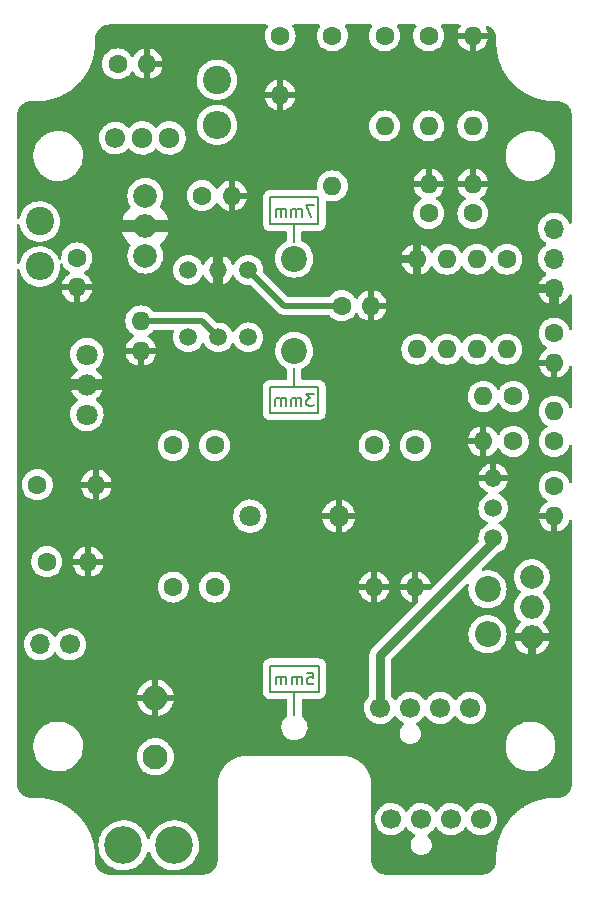
<source format=gbr>
%TF.GenerationSoftware,KiCad,Pcbnew,(6.0.11)*%
%TF.CreationDate,2024-12-17T11:08:08+01:00*%
%TF.ProjectId,Solfacon,536f6c66-6163-46f6-9e2e-6b696361645f,rev?*%
%TF.SameCoordinates,Original*%
%TF.FileFunction,Copper,L2,Bot*%
%TF.FilePolarity,Positive*%
%FSLAX46Y46*%
G04 Gerber Fmt 4.6, Leading zero omitted, Abs format (unit mm)*
G04 Created by KiCad (PCBNEW (6.0.11)) date 2024-12-17 11:08:08*
%MOMM*%
%LPD*%
G01*
G04 APERTURE LIST*
%TA.AperFunction,NonConductor*%
%ADD10C,0.200000*%
%TD*%
%ADD11C,0.200000*%
%TA.AperFunction,ComponentPad*%
%ADD12C,1.600000*%
%TD*%
%TA.AperFunction,ComponentPad*%
%ADD13O,1.600000X1.600000*%
%TD*%
%TA.AperFunction,ComponentPad*%
%ADD14C,2.200000*%
%TD*%
%TA.AperFunction,ComponentPad*%
%ADD15O,2.200000X2.200000*%
%TD*%
%TA.AperFunction,ComponentPad*%
%ADD16C,2.000000*%
%TD*%
%TA.AperFunction,ComponentPad*%
%ADD17O,2.000000X2.000000*%
%TD*%
%TA.AperFunction,ComponentPad*%
%ADD18O,1.800000X1.800000*%
%TD*%
%TA.AperFunction,ComponentPad*%
%ADD19C,1.717500*%
%TD*%
%TA.AperFunction,ComponentPad*%
%ADD20O,1.717500X1.800000*%
%TD*%
%TA.AperFunction,ComponentPad*%
%ADD21O,1.700000X1.700000*%
%TD*%
%TA.AperFunction,ComponentPad*%
%ADD22C,1.500000*%
%TD*%
%TA.AperFunction,ComponentPad*%
%ADD23C,1.700000*%
%TD*%
%TA.AperFunction,ComponentPad*%
%ADD24C,2.400000*%
%TD*%
%TA.AperFunction,ComponentPad*%
%ADD25O,2.400000X2.400000*%
%TD*%
%TA.AperFunction,ComponentPad*%
%ADD26O,1.500000X1.500000*%
%TD*%
%TA.AperFunction,ComponentPad*%
%ADD27O,2.100000X2.100000*%
%TD*%
%TA.AperFunction,ComponentPad*%
%ADD28C,2.100000*%
%TD*%
%TA.AperFunction,ComponentPad*%
%ADD29C,3.200000*%
%TD*%
%TA.AperFunction,ComponentPad*%
%ADD30O,3.200000X3.200000*%
%TD*%
%TA.AperFunction,ComponentPad*%
%ADD31C,1.800000*%
%TD*%
%TA.AperFunction,Conductor*%
%ADD32C,0.800000*%
%TD*%
%TA.AperFunction,Conductor*%
%ADD33C,0.500000*%
%TD*%
G04 APERTURE END LIST*
D10*
X53989202Y-48925749D02*
X53988286Y-47366247D01*
X54000000Y-87000000D02*
X54000000Y-89000000D01*
X53987396Y-59573430D02*
X53988286Y-61140131D01*
X51948286Y-61207215D02*
X56028280Y-61207215D01*
X56028280Y-61207215D02*
X56028280Y-63413633D01*
X56028280Y-63413633D02*
X51948286Y-63413633D01*
X51948286Y-63413633D02*
X51948286Y-61207215D01*
X51948286Y-45159829D02*
X56028286Y-45159829D01*
X56028286Y-45159829D02*
X56028286Y-47366247D01*
X56028286Y-47366247D02*
X51948286Y-47366247D01*
X51948286Y-47366247D02*
X51948286Y-45159829D01*
X51960000Y-84793582D02*
X56040000Y-84793582D01*
X56040000Y-84793582D02*
X56040000Y-87000000D01*
X56040000Y-87000000D02*
X51960000Y-87000000D01*
X51960000Y-87000000D02*
X51960000Y-84793582D01*
D11*
D10*
X55647908Y-45772219D02*
X54981242Y-45772219D01*
X55409813Y-46772219D01*
X54600289Y-46772219D02*
X54600289Y-46105553D01*
X54600289Y-46200791D02*
X54552670Y-46153172D01*
X54457432Y-46105553D01*
X54314575Y-46105553D01*
X54219337Y-46153172D01*
X54171718Y-46248410D01*
X54171718Y-46772219D01*
X54171718Y-46248410D02*
X54124099Y-46153172D01*
X54028861Y-46105553D01*
X53886003Y-46105553D01*
X53790765Y-46153172D01*
X53743146Y-46248410D01*
X53743146Y-46772219D01*
X53266956Y-46772219D02*
X53266956Y-46105553D01*
X53266956Y-46200791D02*
X53219337Y-46153172D01*
X53124099Y-46105553D01*
X52981242Y-46105553D01*
X52886003Y-46153172D01*
X52838384Y-46248410D01*
X52838384Y-46772219D01*
X52838384Y-46248410D02*
X52790765Y-46153172D01*
X52695527Y-46105553D01*
X52552670Y-46105553D01*
X52457432Y-46153172D01*
X52409813Y-46248410D01*
X52409813Y-46772219D01*
D11*
D10*
X55087361Y-85392984D02*
X55563551Y-85392984D01*
X55611170Y-85869175D01*
X55563551Y-85821556D01*
X55468313Y-85773937D01*
X55230218Y-85773937D01*
X55134980Y-85821556D01*
X55087361Y-85869175D01*
X55039742Y-85964413D01*
X55039742Y-86202508D01*
X55087361Y-86297746D01*
X55134980Y-86345365D01*
X55230218Y-86392984D01*
X55468313Y-86392984D01*
X55563551Y-86345365D01*
X55611170Y-86297746D01*
X54611170Y-86392984D02*
X54611170Y-85726318D01*
X54611170Y-85821556D02*
X54563551Y-85773937D01*
X54468313Y-85726318D01*
X54325456Y-85726318D01*
X54230218Y-85773937D01*
X54182599Y-85869175D01*
X54182599Y-86392984D01*
X54182599Y-85869175D02*
X54134980Y-85773937D01*
X54039742Y-85726318D01*
X53896884Y-85726318D01*
X53801646Y-85773937D01*
X53754027Y-85869175D01*
X53754027Y-86392984D01*
X53277837Y-86392984D02*
X53277837Y-85726318D01*
X53277837Y-85821556D02*
X53230218Y-85773937D01*
X53134980Y-85726318D01*
X52992123Y-85726318D01*
X52896884Y-85773937D01*
X52849265Y-85869175D01*
X52849265Y-86392984D01*
X52849265Y-85869175D02*
X52801646Y-85773937D01*
X52706408Y-85726318D01*
X52563551Y-85726318D01*
X52468313Y-85773937D01*
X52420694Y-85869175D01*
X52420694Y-86392984D01*
D11*
D10*
X55631322Y-61793362D02*
X55012275Y-61793362D01*
X55345608Y-62174315D01*
X55202751Y-62174315D01*
X55107513Y-62221934D01*
X55059894Y-62269553D01*
X55012275Y-62364791D01*
X55012275Y-62602886D01*
X55059894Y-62698124D01*
X55107513Y-62745743D01*
X55202751Y-62793362D01*
X55488465Y-62793362D01*
X55583703Y-62745743D01*
X55631322Y-62698124D01*
X54583703Y-62793362D02*
X54583703Y-62126696D01*
X54583703Y-62221934D02*
X54536084Y-62174315D01*
X54440846Y-62126696D01*
X54297989Y-62126696D01*
X54202751Y-62174315D01*
X54155132Y-62269553D01*
X54155132Y-62793362D01*
X54155132Y-62269553D02*
X54107513Y-62174315D01*
X54012275Y-62126696D01*
X53869417Y-62126696D01*
X53774179Y-62174315D01*
X53726560Y-62269553D01*
X53726560Y-62793362D01*
X53250370Y-62793362D02*
X53250370Y-62126696D01*
X53250370Y-62221934D02*
X53202751Y-62174315D01*
X53107513Y-62126696D01*
X52964656Y-62126696D01*
X52869417Y-62174315D01*
X52821798Y-62269553D01*
X52821798Y-62793362D01*
X52821798Y-62269553D02*
X52774179Y-62174315D01*
X52678941Y-62126696D01*
X52536084Y-62126696D01*
X52440846Y-62174315D01*
X52393227Y-62269553D01*
X52393227Y-62793362D01*
D12*
%TO.P,C12,1*%
%TO.N,Net-(C12-Pad1)*%
X65370112Y-46500000D03*
D13*
%TO.P,C12,2*%
%TO.N,GND*%
X65370112Y-44000000D03*
%TD*%
D12*
%TO.P,R3,1*%
%TO.N,Net-(C5-Pad1)*%
X61629686Y-31480340D03*
D13*
%TO.P,R3,2*%
%TO.N,Net-(C7-Pad1)*%
X61629686Y-39100340D03*
%TD*%
D14*
%TO.P,D5,1,K*%
%TO.N,Net-(C5-Pad1)*%
X70350204Y-78330131D03*
D15*
%TO.P,D5,2,A*%
%TO.N,Net-(D5-Pad2)*%
X70350204Y-82140131D03*
%TD*%
D12*
%TO.P,C11,1*%
%TO.N,Net-(C11-Pad1)*%
X69106870Y-46500000D03*
D13*
%TO.P,C11,2*%
%TO.N,GND*%
X69106870Y-44000000D03*
%TD*%
D12*
%TO.P,C4,1*%
%TO.N,Net-(C4-Pad1)*%
X35582982Y-50280987D03*
D13*
%TO.P,C4,2*%
%TO.N,GND*%
X35582982Y-52780987D03*
%TD*%
D16*
%TO.P,LDO1,1,IN*%
%TO.N,Net-(C1-Pad1)*%
X41376883Y-50093309D03*
D17*
%TO.P,LDO1,2,GND*%
%TO.N,GND*%
X41376883Y-47553309D03*
D16*
%TO.P,LDO1,3,OUT*%
%TO.N,Net-(C3-Pad1)*%
X41376883Y-45013309D03*
%TD*%
D18*
%TO.P,,*%
%TO.N,GND*%
X57738286Y-72140131D03*
%TD*%
D19*
%TO.P,Q1,1,G*%
%TO.N,Net-(C4-Pad1)*%
X38833075Y-40120000D03*
D20*
%TO.P,Q1,2,D*%
%TO.N,Net-(C5-Pad1)*%
X41123075Y-40120000D03*
%TO.P,Q1,3,S*%
%TO.N,Net-(D2-Pad1)*%
X43413075Y-40120000D03*
%TD*%
D12*
%TO.P,,*%
%TO.N,Net-(C7-Pad2)*%
X43738286Y-78140131D03*
%TD*%
%TO.P,C5,1*%
%TO.N,Net-(C5-Pad1)*%
X39029794Y-33847238D03*
D13*
%TO.P,C5,2*%
%TO.N,GND*%
X41529794Y-33847238D03*
%TD*%
D21*
%TO.P,RV1,1,1*%
%TO.N,GND*%
X75988286Y-52873106D03*
%TO.P,RV1,2,2*%
%TO.N,Net-(C11-Pad1)*%
X75988286Y-50333106D03*
%TO.P,RV1,3,3*%
%TO.N,Net-(C10-Pad2)*%
X75988286Y-47793106D03*
%TD*%
D16*
%TO.P,Q4,1,G*%
%TO.N,Net-(Q4-Pad1)*%
X74104517Y-77304451D03*
D17*
%TO.P,Q4,2,D*%
%TO.N,Net-(D5-Pad2)*%
X74104517Y-79844451D03*
%TO.P,Q4,3,S*%
%TO.N,GND*%
X74104517Y-82384451D03*
%TD*%
D12*
%TO.P,R5,1*%
%TO.N,Net-(Q3-Pad2)*%
X72528286Y-65803750D03*
D13*
%TO.P,R5,2*%
%TO.N,GND*%
X69988286Y-65803750D03*
%TD*%
D12*
%TO.P,C6,1*%
%TO.N,Net-(C5-Pad1)*%
X52784722Y-31480340D03*
D13*
%TO.P,C6,2*%
%TO.N,GND*%
X52784722Y-36480340D03*
%TD*%
D22*
%TO.P,Q2,1,S*%
%TO.N,Net-(Q2-Pad1)*%
X50080000Y-57000000D03*
%TO.P,Q2,2,G*%
%TO.N,Net-(C4-Pad1)*%
X47540000Y-57000000D03*
%TO.P,Q2,3,D*%
%TO.N,Net-(C7-Pad1)*%
X45000000Y-57000000D03*
%TD*%
D23*
%TO.P,FAN2,1,-*%
%TO.N,Net-(D5-Pad2)*%
X69810000Y-97794404D03*
%TO.P,FAN2,2,+*%
%TO.N,Net-(C5-Pad1)*%
X67270000Y-97794404D03*
%TO.P,FAN2,3,Tacho*%
%TO.N,unconnected-(FAN2-Pad3)*%
X64730000Y-97794404D03*
%TO.P,FAN2,4,PWM*%
%TO.N,Net-(FAN1-Pad4)*%
X62190000Y-97794404D03*
%TD*%
D12*
%TO.P,,*%
%TO.N,Net-(C7-Pad1)*%
X43738286Y-66140131D03*
%TD*%
%TO.P,C1,1*%
%TO.N,Net-(C1-Pad1)*%
X33028792Y-76000000D03*
D13*
%TO.P,C1,2*%
%TO.N,GND*%
X36528792Y-76000000D03*
%TD*%
D12*
%TO.P,C8,1,+*%
%TO.N,Net-(C7-Pad2)*%
X47238286Y-78140131D03*
D13*
%TO.P,C8,2,-*%
%TO.N,GND*%
X60738286Y-78140131D03*
%TD*%
%TO.P,R1,1*%
%TO.N,GND*%
X41000000Y-58144515D03*
%TO.P,R1,2*%
%TO.N,Net-(C4-Pad1)*%
X41000000Y-55604515D03*
%TD*%
%TO.P,C10,1*%
%TO.N,GND*%
X75988286Y-59140131D03*
D12*
%TO.P,C10,2*%
%TO.N,Net-(C10-Pad2)*%
X75988286Y-56640131D03*
%TD*%
%TO.P,C3,1*%
%TO.N,Net-(C3-Pad1)*%
X46186198Y-45000000D03*
D13*
%TO.P,C3,2*%
%TO.N,GND*%
X48686198Y-45000000D03*
%TD*%
D14*
%TO.P,D4,1,K*%
%TO.N,Net-(C5-Pad1)*%
X53988286Y-58140131D03*
%TO.P,D4,2,A*%
%TO.N,Net-(C7-Pad1)*%
X53988286Y-50340131D03*
%TD*%
D12*
%TO.P,R7,1*%
%TO.N,Net-(Q4-Pad1)*%
X75988286Y-69603750D03*
D13*
%TO.P,R7,2*%
%TO.N,GND*%
X75988286Y-72143750D03*
%TD*%
D24*
%TO.P,D2,1,K*%
%TO.N,Net-(D2-Pad1)*%
X47436847Y-35190000D03*
D25*
%TO.P,D2,2,A*%
%TO.N,Net-(C3-Pad1)*%
X47436847Y-39000000D03*
%TD*%
D12*
%TO.P,,*%
%TO.N,Net-(C7-Pad2)*%
X64238286Y-66140131D03*
%TD*%
%TO.P,C2,1*%
%TO.N,Net-(C1-Pad1)*%
X32226954Y-69479913D03*
D13*
%TO.P,C2,2*%
%TO.N,GND*%
X37226954Y-69479913D03*
%TD*%
D12*
%TO.P,R8,1*%
%TO.N,Net-(C5-Pad1)*%
X65370112Y-31480340D03*
D13*
%TO.P,R8,2*%
%TO.N,Net-(C12-Pad1)*%
X65370112Y-39100340D03*
%TD*%
D26*
%TO.P,Q3,1,S*%
%TO.N,GND*%
X70836340Y-68920000D03*
D22*
%TO.P,Q3,2,G*%
%TO.N,Net-(Q3-Pad2)*%
X70836340Y-71460000D03*
%TO.P,Q3,3,D*%
%TO.N,Net-(FAN1-Pad4)*%
X70836340Y-74000000D03*
%TD*%
D12*
%TO.P,C7,1,+*%
%TO.N,Net-(C7-Pad1)*%
X47238286Y-66140131D03*
%TO.P,C7,2,-*%
%TO.N,Net-(C7-Pad2)*%
X60738286Y-66140131D03*
%TD*%
D13*
%TO.P,,*%
%TO.N,GND*%
X64238286Y-78140131D03*
%TD*%
%TO.P,R9,1*%
%TO.N,GND*%
X69106870Y-31480340D03*
%TO.P,R9,2*%
%TO.N,Net-(C12-Pad1)*%
X69106870Y-39100340D03*
%TD*%
D22*
%TO.P,LDO2,1,VO*%
%TO.N,Net-(C10-Pad2)*%
X50080000Y-51293212D03*
D26*
%TO.P,LDO2,2,GND*%
%TO.N,GND*%
X47540000Y-51293212D03*
D22*
%TO.P,LDO2,3,VI*%
%TO.N,Net-(D2-Pad1)*%
X45000000Y-51293212D03*
%TD*%
D27*
%TO.P,POWER1,1,Ext*%
%TO.N,GND*%
X42228468Y-87508401D03*
D28*
%TO.P,POWER1,2,In*%
%TO.N,Net-(D1-Pad2)*%
X42228468Y-92508401D03*
%TD*%
D23*
%TO.P,S1,1,Pin_1*%
%TO.N,Net-(D1-Pad1)*%
X35000000Y-83000000D03*
D21*
%TO.P,S1,2,Pin_2*%
%TO.N,Net-(C1-Pad1)*%
X32460000Y-83000000D03*
%TD*%
D12*
%TO.P,R6,1*%
%TO.N,Net-(Q4-Pad1)*%
X75988286Y-65803750D03*
D13*
%TO.P,R6,2*%
%TO.N,Net-(R6-Pad2)*%
X75988286Y-63263750D03*
%TD*%
D29*
%TO.P,D1,1,K*%
%TO.N,Net-(D1-Pad1)*%
X39519158Y-100010338D03*
D30*
%TO.P,D1,2,A*%
%TO.N,Net-(D1-Pad2)*%
X43819158Y-100010338D03*
%TD*%
D23*
%TO.P,FAN1,1,-*%
%TO.N,Net-(D5-Pad2)*%
X68880071Y-88375700D03*
%TO.P,FAN1,2,+*%
%TO.N,Net-(C5-Pad1)*%
X66340071Y-88375700D03*
%TO.P,FAN1,3,Tacho*%
%TO.N,unconnected-(FAN1-Pad3)*%
X63800071Y-88375700D03*
%TO.P,FAN1,4,PWM*%
%TO.N,Net-(FAN1-Pad4)*%
X61260071Y-88375700D03*
%TD*%
D12*
%TO.P,R4,1*%
%TO.N,Net-(Q3-Pad2)*%
X72528286Y-62003750D03*
D13*
%TO.P,R4,2*%
%TO.N,Net-(R4-Pad2)*%
X69988286Y-62003750D03*
%TD*%
D31*
%TO.P,SR1,1,+VIN*%
%TO.N,Net-(C1-Pad1)*%
X36426012Y-63540000D03*
D18*
%TO.P,SR1,2,GND*%
%TO.N,GND*%
X36426012Y-61000000D03*
D31*
%TO.P,SR1,3,+VOUT*%
%TO.N,Net-(C4-Pad1)*%
X36426012Y-58460000D03*
%TD*%
D13*
%TO.P,C9,1*%
%TO.N,GND*%
X60500000Y-54320131D03*
D12*
%TO.P,C9,2*%
%TO.N,Net-(C10-Pad2)*%
X58000000Y-54320131D03*
%TD*%
%TO.P,U1,1,~{RESET}/PB5*%
%TO.N,Net-(C10-Pad2)*%
X71988286Y-50380000D03*
D13*
%TO.P,U1,2,XTAL1/PB3*%
%TO.N,Net-(C11-Pad1)*%
X69448286Y-50380000D03*
%TO.P,U1,3,XTAL2/PB4*%
%TO.N,Net-(C12-Pad1)*%
X66908286Y-50380000D03*
%TO.P,U1,4,GND*%
%TO.N,GND*%
X64368286Y-50380000D03*
%TO.P,U1,5,AREF/PB0*%
%TO.N,unconnected-(U1-Pad5)*%
X64368286Y-58000000D03*
%TO.P,U1,6,PB1*%
%TO.N,Net-(R4-Pad2)*%
X66908286Y-58000000D03*
%TO.P,U1,7,PB2*%
%TO.N,Net-(R6-Pad2)*%
X69448286Y-58000000D03*
%TO.P,U1,8,VCC*%
%TO.N,Net-(C10-Pad2)*%
X71988286Y-58000000D03*
%TD*%
D12*
%TO.P,R2,1*%
%TO.N,Net-(C5-Pad1)*%
X57206598Y-31480340D03*
D13*
%TO.P,R2,2*%
%TO.N,Net-(Q2-Pad1)*%
X57206598Y-44180340D03*
%TD*%
D24*
%TO.P,D3,1,K*%
%TO.N,Net-(C5-Pad1)*%
X32440301Y-47187871D03*
D25*
%TO.P,D3,2,A*%
%TO.N,Net-(C4-Pad1)*%
X32440301Y-50997871D03*
%TD*%
D31*
%TO.P,,*%
%TO.N,Net-(C1-Pad1)*%
X50238286Y-72140131D03*
%TD*%
D32*
%TO.N,Net-(FAN1-Pad4)*%
X70836340Y-74336381D02*
X61260071Y-83912650D01*
X61260071Y-83912650D02*
X61260071Y-88375700D01*
X70836340Y-74000000D02*
X70836340Y-74336381D01*
D33*
%TO.N,Net-(C4-Pad1)*%
X46144515Y-55604515D02*
X47540000Y-57000000D01*
X41000000Y-55604515D02*
X46144515Y-55604515D01*
%TO.N,Net-(C10-Pad2)*%
X50080000Y-51293212D02*
X53106919Y-54320131D01*
X53106919Y-54320131D02*
X58000000Y-54320131D01*
%TD*%
%TA.AperFunction,Conductor*%
%TO.N,GND*%
G36*
X51693905Y-30528502D02*
G01*
X51740398Y-30582158D01*
X51750502Y-30652432D01*
X51728997Y-30706770D01*
X51650359Y-30819077D01*
X51650355Y-30819083D01*
X51647199Y-30823591D01*
X51644876Y-30828573D01*
X51644873Y-30828578D01*
X51565848Y-30998049D01*
X51550438Y-31031097D01*
X51549016Y-31036405D01*
X51549015Y-31036407D01*
X51492864Y-31245963D01*
X51491179Y-31252253D01*
X51471224Y-31480340D01*
X51491179Y-31708427D01*
X51492603Y-31713740D01*
X51492603Y-31713742D01*
X51503264Y-31753527D01*
X51550438Y-31929583D01*
X51552761Y-31934564D01*
X51552761Y-31934565D01*
X51644873Y-32132102D01*
X51644876Y-32132107D01*
X51647199Y-32137089D01*
X51650356Y-32141597D01*
X51770252Y-32312826D01*
X51778524Y-32324640D01*
X51940422Y-32486538D01*
X51944930Y-32489695D01*
X51944933Y-32489697D01*
X52013207Y-32537503D01*
X52127973Y-32617863D01*
X52132955Y-32620186D01*
X52132960Y-32620189D01*
X52329487Y-32711830D01*
X52335479Y-32714624D01*
X52340787Y-32716046D01*
X52340789Y-32716047D01*
X52551320Y-32772459D01*
X52551322Y-32772459D01*
X52556635Y-32773883D01*
X52784722Y-32793838D01*
X53012809Y-32773883D01*
X53018122Y-32772459D01*
X53018124Y-32772459D01*
X53228655Y-32716047D01*
X53228657Y-32716046D01*
X53233965Y-32714624D01*
X53239957Y-32711830D01*
X53436484Y-32620189D01*
X53436489Y-32620186D01*
X53441471Y-32617863D01*
X53556237Y-32537503D01*
X53624511Y-32489697D01*
X53624514Y-32489695D01*
X53629022Y-32486538D01*
X53790920Y-32324640D01*
X53799193Y-32312826D01*
X53919088Y-32141597D01*
X53922245Y-32137089D01*
X53924568Y-32132107D01*
X53924571Y-32132102D01*
X54016683Y-31934565D01*
X54016683Y-31934564D01*
X54019006Y-31929583D01*
X54066181Y-31753527D01*
X54076841Y-31713742D01*
X54076841Y-31713740D01*
X54078265Y-31708427D01*
X54098220Y-31480340D01*
X54078265Y-31252253D01*
X54076580Y-31245963D01*
X54020429Y-31036407D01*
X54020428Y-31036405D01*
X54019006Y-31031097D01*
X54003596Y-30998049D01*
X53924571Y-30828578D01*
X53924568Y-30828573D01*
X53922245Y-30823591D01*
X53919089Y-30819083D01*
X53919085Y-30819077D01*
X53840447Y-30706770D01*
X53817759Y-30639497D01*
X53835044Y-30570636D01*
X53886814Y-30522052D01*
X53943660Y-30508500D01*
X56047660Y-30508500D01*
X56115781Y-30528502D01*
X56162274Y-30582158D01*
X56172378Y-30652432D01*
X56150873Y-30706770D01*
X56072235Y-30819077D01*
X56072231Y-30819083D01*
X56069075Y-30823591D01*
X56066752Y-30828573D01*
X56066749Y-30828578D01*
X55987724Y-30998049D01*
X55972314Y-31031097D01*
X55970892Y-31036405D01*
X55970891Y-31036407D01*
X55914740Y-31245963D01*
X55913055Y-31252253D01*
X55893100Y-31480340D01*
X55913055Y-31708427D01*
X55914479Y-31713740D01*
X55914479Y-31713742D01*
X55925140Y-31753527D01*
X55972314Y-31929583D01*
X55974637Y-31934564D01*
X55974637Y-31934565D01*
X56066749Y-32132102D01*
X56066752Y-32132107D01*
X56069075Y-32137089D01*
X56072232Y-32141597D01*
X56192128Y-32312826D01*
X56200400Y-32324640D01*
X56362298Y-32486538D01*
X56366806Y-32489695D01*
X56366809Y-32489697D01*
X56435083Y-32537503D01*
X56549849Y-32617863D01*
X56554831Y-32620186D01*
X56554836Y-32620189D01*
X56751363Y-32711830D01*
X56757355Y-32714624D01*
X56762663Y-32716046D01*
X56762665Y-32716047D01*
X56973196Y-32772459D01*
X56973198Y-32772459D01*
X56978511Y-32773883D01*
X57206598Y-32793838D01*
X57434685Y-32773883D01*
X57439998Y-32772459D01*
X57440000Y-32772459D01*
X57650531Y-32716047D01*
X57650533Y-32716046D01*
X57655841Y-32714624D01*
X57661833Y-32711830D01*
X57858360Y-32620189D01*
X57858365Y-32620186D01*
X57863347Y-32617863D01*
X57978113Y-32537503D01*
X58046387Y-32489697D01*
X58046390Y-32489695D01*
X58050898Y-32486538D01*
X58212796Y-32324640D01*
X58221069Y-32312826D01*
X58340964Y-32141597D01*
X58344121Y-32137089D01*
X58346444Y-32132107D01*
X58346447Y-32132102D01*
X58438559Y-31934565D01*
X58438559Y-31934564D01*
X58440882Y-31929583D01*
X58488057Y-31753527D01*
X58498717Y-31713742D01*
X58498717Y-31713740D01*
X58500141Y-31708427D01*
X58520096Y-31480340D01*
X58500141Y-31252253D01*
X58498456Y-31245963D01*
X58442305Y-31036407D01*
X58442304Y-31036405D01*
X58440882Y-31031097D01*
X58425472Y-30998049D01*
X58346447Y-30828578D01*
X58346444Y-30828573D01*
X58344121Y-30823591D01*
X58340965Y-30819083D01*
X58340961Y-30819077D01*
X58262323Y-30706770D01*
X58239635Y-30639497D01*
X58256920Y-30570636D01*
X58308690Y-30522052D01*
X58365536Y-30508500D01*
X60470748Y-30508500D01*
X60538869Y-30528502D01*
X60585362Y-30582158D01*
X60595466Y-30652432D01*
X60573961Y-30706770D01*
X60495323Y-30819077D01*
X60495319Y-30819083D01*
X60492163Y-30823591D01*
X60489840Y-30828573D01*
X60489837Y-30828578D01*
X60410812Y-30998049D01*
X60395402Y-31031097D01*
X60393980Y-31036405D01*
X60393979Y-31036407D01*
X60337828Y-31245963D01*
X60336143Y-31252253D01*
X60316188Y-31480340D01*
X60336143Y-31708427D01*
X60337567Y-31713740D01*
X60337567Y-31713742D01*
X60348228Y-31753527D01*
X60395402Y-31929583D01*
X60397725Y-31934564D01*
X60397725Y-31934565D01*
X60489837Y-32132102D01*
X60489840Y-32132107D01*
X60492163Y-32137089D01*
X60495320Y-32141597D01*
X60615216Y-32312826D01*
X60623488Y-32324640D01*
X60785386Y-32486538D01*
X60789894Y-32489695D01*
X60789897Y-32489697D01*
X60858171Y-32537503D01*
X60972937Y-32617863D01*
X60977919Y-32620186D01*
X60977924Y-32620189D01*
X61174451Y-32711830D01*
X61180443Y-32714624D01*
X61185751Y-32716046D01*
X61185753Y-32716047D01*
X61396284Y-32772459D01*
X61396286Y-32772459D01*
X61401599Y-32773883D01*
X61629686Y-32793838D01*
X61857773Y-32773883D01*
X61863086Y-32772459D01*
X61863088Y-32772459D01*
X62073619Y-32716047D01*
X62073621Y-32716046D01*
X62078929Y-32714624D01*
X62084921Y-32711830D01*
X62281448Y-32620189D01*
X62281453Y-32620186D01*
X62286435Y-32617863D01*
X62401201Y-32537503D01*
X62469475Y-32489697D01*
X62469478Y-32489695D01*
X62473986Y-32486538D01*
X62635884Y-32324640D01*
X62644157Y-32312826D01*
X62764052Y-32141597D01*
X62767209Y-32137089D01*
X62769532Y-32132107D01*
X62769535Y-32132102D01*
X62861647Y-31934565D01*
X62861647Y-31934564D01*
X62863970Y-31929583D01*
X62911145Y-31753527D01*
X62921805Y-31713742D01*
X62921805Y-31713740D01*
X62923229Y-31708427D01*
X62943184Y-31480340D01*
X62923229Y-31252253D01*
X62921544Y-31245963D01*
X62865393Y-31036407D01*
X62865392Y-31036405D01*
X62863970Y-31031097D01*
X62848560Y-30998049D01*
X62769535Y-30828578D01*
X62769532Y-30828573D01*
X62767209Y-30823591D01*
X62764053Y-30819083D01*
X62764049Y-30819077D01*
X62685411Y-30706770D01*
X62662723Y-30639497D01*
X62680008Y-30570636D01*
X62731778Y-30522052D01*
X62788624Y-30508500D01*
X64211174Y-30508500D01*
X64279295Y-30528502D01*
X64325788Y-30582158D01*
X64335892Y-30652432D01*
X64314387Y-30706770D01*
X64235749Y-30819077D01*
X64235745Y-30819083D01*
X64232589Y-30823591D01*
X64230266Y-30828573D01*
X64230263Y-30828578D01*
X64151238Y-30998049D01*
X64135828Y-31031097D01*
X64134406Y-31036405D01*
X64134405Y-31036407D01*
X64078254Y-31245963D01*
X64076569Y-31252253D01*
X64056614Y-31480340D01*
X64076569Y-31708427D01*
X64077993Y-31713740D01*
X64077993Y-31713742D01*
X64088654Y-31753527D01*
X64135828Y-31929583D01*
X64138151Y-31934564D01*
X64138151Y-31934565D01*
X64230263Y-32132102D01*
X64230266Y-32132107D01*
X64232589Y-32137089D01*
X64235746Y-32141597D01*
X64355642Y-32312826D01*
X64363914Y-32324640D01*
X64525812Y-32486538D01*
X64530320Y-32489695D01*
X64530323Y-32489697D01*
X64598597Y-32537503D01*
X64713363Y-32617863D01*
X64718345Y-32620186D01*
X64718350Y-32620189D01*
X64914877Y-32711830D01*
X64920869Y-32714624D01*
X64926177Y-32716046D01*
X64926179Y-32716047D01*
X65136710Y-32772459D01*
X65136712Y-32772459D01*
X65142025Y-32773883D01*
X65370112Y-32793838D01*
X65598199Y-32773883D01*
X65603512Y-32772459D01*
X65603514Y-32772459D01*
X65814045Y-32716047D01*
X65814047Y-32716046D01*
X65819355Y-32714624D01*
X65825347Y-32711830D01*
X66021874Y-32620189D01*
X66021879Y-32620186D01*
X66026861Y-32617863D01*
X66141627Y-32537503D01*
X66209901Y-32489697D01*
X66209904Y-32489695D01*
X66214412Y-32486538D01*
X66376310Y-32324640D01*
X66384583Y-32312826D01*
X66504478Y-32141597D01*
X66507635Y-32137089D01*
X66509958Y-32132107D01*
X66509961Y-32132102D01*
X66602073Y-31934565D01*
X66602073Y-31934564D01*
X66604396Y-31929583D01*
X66651571Y-31753527D01*
X66653357Y-31746862D01*
X67824143Y-31746862D01*
X67871634Y-31924101D01*
X67875380Y-31934393D01*
X67967456Y-32131851D01*
X67972939Y-32141347D01*
X68097898Y-32319807D01*
X68104954Y-32328215D01*
X68258995Y-32482256D01*
X68267403Y-32489312D01*
X68445863Y-32614271D01*
X68455359Y-32619754D01*
X68652817Y-32711830D01*
X68663109Y-32715576D01*
X68835373Y-32761734D01*
X68849469Y-32761398D01*
X68852870Y-32753456D01*
X68852870Y-32748307D01*
X69360870Y-32748307D01*
X69364843Y-32761838D01*
X69373392Y-32763067D01*
X69550631Y-32715576D01*
X69560923Y-32711830D01*
X69758381Y-32619754D01*
X69767877Y-32614271D01*
X69946337Y-32489312D01*
X69954745Y-32482256D01*
X70108786Y-32328215D01*
X70115842Y-32319807D01*
X70240801Y-32141347D01*
X70246284Y-32131851D01*
X70338360Y-31934393D01*
X70342106Y-31924101D01*
X70388264Y-31751837D01*
X70387928Y-31737741D01*
X70379986Y-31734340D01*
X69378985Y-31734340D01*
X69363746Y-31738815D01*
X69362541Y-31740205D01*
X69360870Y-31747888D01*
X69360870Y-32748307D01*
X68852870Y-32748307D01*
X68852870Y-31752455D01*
X68848395Y-31737216D01*
X68847005Y-31736011D01*
X68839322Y-31734340D01*
X67838903Y-31734340D01*
X67825372Y-31738313D01*
X67824143Y-31746862D01*
X66653357Y-31746862D01*
X66662231Y-31713742D01*
X66662231Y-31713740D01*
X66663655Y-31708427D01*
X66683610Y-31480340D01*
X66663655Y-31252253D01*
X66661970Y-31245963D01*
X66605819Y-31036407D01*
X66605818Y-31036405D01*
X66604396Y-31031097D01*
X66588986Y-30998049D01*
X66509961Y-30828578D01*
X66509958Y-30828573D01*
X66507635Y-30823591D01*
X66504479Y-30819083D01*
X66504475Y-30819077D01*
X66425837Y-30706770D01*
X66403149Y-30639497D01*
X66420434Y-30570636D01*
X66472204Y-30522052D01*
X66529050Y-30508500D01*
X67948543Y-30508500D01*
X68016664Y-30528502D01*
X68063157Y-30582158D01*
X68073261Y-30652432D01*
X68051756Y-30706771D01*
X67972939Y-30819333D01*
X67967456Y-30828829D01*
X67875380Y-31026287D01*
X67871634Y-31036579D01*
X67825476Y-31208843D01*
X67825812Y-31222939D01*
X67833754Y-31226340D01*
X70374837Y-31226340D01*
X70388368Y-31222367D01*
X70389597Y-31213818D01*
X70342106Y-31036579D01*
X70338360Y-31026287D01*
X70246284Y-30828829D01*
X70240800Y-30819332D01*
X70229773Y-30803584D01*
X70207084Y-30736311D01*
X70224368Y-30667450D01*
X70276137Y-30618865D01*
X70345955Y-30605981D01*
X70384887Y-30616498D01*
X70407225Y-30626596D01*
X70412759Y-30629263D01*
X70459464Y-30653183D01*
X70464830Y-30656097D01*
X70510277Y-30682226D01*
X70515475Y-30685384D01*
X70559524Y-30713622D01*
X70564544Y-30717013D01*
X70607167Y-30747323D01*
X70611999Y-30750936D01*
X70653136Y-30783262D01*
X70657753Y-30787072D01*
X70697303Y-30821331D01*
X70701730Y-30825355D01*
X70739557Y-30861419D01*
X70743807Y-30865669D01*
X70779888Y-30903514D01*
X70783931Y-30907962D01*
X70818162Y-30947480D01*
X70821993Y-30952123D01*
X70854284Y-30993213D01*
X70857901Y-30998049D01*
X70888227Y-31040697D01*
X70891615Y-31045713D01*
X70919864Y-31089778D01*
X70923005Y-31094947D01*
X70949145Y-31140412D01*
X70952051Y-31145762D01*
X70972967Y-31186601D01*
X70975980Y-31192485D01*
X70978642Y-31198011D01*
X70995815Y-31235998D01*
X71000320Y-31245963D01*
X71002726Y-31251654D01*
X71022079Y-31300743D01*
X71024210Y-31306564D01*
X71041199Y-31356778D01*
X71041203Y-31356790D01*
X71043057Y-31362753D01*
X71048389Y-31381532D01*
X71057616Y-31414032D01*
X71059178Y-31420108D01*
X71070571Y-31469474D01*
X71071252Y-31472426D01*
X71072516Y-31478602D01*
X71082043Y-31531968D01*
X71082998Y-31538223D01*
X71089903Y-31592589D01*
X71090545Y-31598915D01*
X71094755Y-31654304D01*
X71095076Y-31660659D01*
X71096142Y-31702947D01*
X71096702Y-31725144D01*
X71096742Y-31728319D01*
X71096742Y-32016242D01*
X71096572Y-32022780D01*
X71096528Y-32023627D01*
X71095902Y-32028447D01*
X71096025Y-32033305D01*
X71096025Y-32033306D01*
X71096702Y-32060028D01*
X71096742Y-32063205D01*
X71096742Y-32091685D01*
X71097378Y-32096125D01*
X71097542Y-32098423D01*
X71097821Y-32104192D01*
X71101854Y-32263429D01*
X71101506Y-32276498D01*
X71101378Y-32278129D01*
X71100996Y-32282987D01*
X71101365Y-32287836D01*
X71102784Y-32306476D01*
X71103106Y-32312826D01*
X71103624Y-32333286D01*
X71104372Y-32337707D01*
X71104840Y-32340475D01*
X71106241Y-32351927D01*
X71118642Y-32514910D01*
X71118956Y-32527994D01*
X71118775Y-32534467D01*
X71121753Y-32557895D01*
X71122393Y-32564202D01*
X71123947Y-32584628D01*
X71124917Y-32589005D01*
X71124918Y-32589009D01*
X71125518Y-32591716D01*
X71127498Y-32603094D01*
X71147828Y-32763027D01*
X71148803Y-32776105D01*
X71148946Y-32782518D01*
X71149802Y-32787310D01*
X71149803Y-32787320D01*
X71153102Y-32805786D01*
X71154060Y-32812057D01*
X71156085Y-32827993D01*
X71156087Y-32828004D01*
X71156651Y-32832439D01*
X71157840Y-32836758D01*
X71157841Y-32836763D01*
X71158564Y-32839390D01*
X71161122Y-32850681D01*
X71189117Y-33007400D01*
X71190749Y-33020436D01*
X71190855Y-33021900D01*
X71190857Y-33021916D01*
X71191209Y-33026762D01*
X71194104Y-33039302D01*
X71196545Y-33049877D01*
X71197809Y-33056056D01*
X71201434Y-33076348D01*
X71202838Y-33080599D01*
X71202841Y-33080611D01*
X71203668Y-33083113D01*
X71206798Y-33094293D01*
X71242204Y-33247669D01*
X71244492Y-33260640D01*
X71244661Y-33262014D01*
X71245256Y-33266855D01*
X71246586Y-33271538D01*
X71246589Y-33271552D01*
X71251753Y-33289732D01*
X71253319Y-33295818D01*
X71257975Y-33315987D01*
X71259593Y-33320169D01*
X71259594Y-33320173D01*
X71260520Y-33322566D01*
X71264214Y-33333603D01*
X71306783Y-33483484D01*
X71309720Y-33496357D01*
X71310776Y-33502441D01*
X71318426Y-33525046D01*
X71320279Y-33531006D01*
X71324735Y-33546692D01*
X71325963Y-33551014D01*
X71328799Y-33557382D01*
X71333043Y-33568240D01*
X71344287Y-33601464D01*
X71382539Y-33714496D01*
X71386118Y-33727244D01*
X71386384Y-33728427D01*
X71386387Y-33728437D01*
X71387454Y-33733182D01*
X71389238Y-33737706D01*
X71389241Y-33737716D01*
X71396248Y-33755486D01*
X71398381Y-33761311D01*
X71403631Y-33776823D01*
X71403634Y-33776830D01*
X71405072Y-33781079D01*
X71407098Y-33785082D01*
X71407099Y-33785084D01*
X71408176Y-33787211D01*
X71412970Y-33797886D01*
X71469160Y-33940371D01*
X71473373Y-33952961D01*
X71474973Y-33958740D01*
X71476979Y-33963178D01*
X71476980Y-33963179D01*
X71484891Y-33980674D01*
X71487289Y-33986343D01*
X71494981Y-34005849D01*
X71498338Y-34011741D01*
X71503656Y-34022175D01*
X71566335Y-34160800D01*
X71571166Y-34173190D01*
X71573017Y-34178796D01*
X71575240Y-34183136D01*
X71575241Y-34183138D01*
X71584022Y-34200281D01*
X71586689Y-34205815D01*
X71595362Y-34224997D01*
X71598963Y-34230654D01*
X71604802Y-34240850D01*
X71612358Y-34255600D01*
X71673731Y-34375414D01*
X71679177Y-34387598D01*
X71679515Y-34388477D01*
X71679522Y-34388491D01*
X71681269Y-34393031D01*
X71683695Y-34397249D01*
X71693348Y-34414036D01*
X71696258Y-34419392D01*
X71705894Y-34438204D01*
X71708481Y-34441861D01*
X71709707Y-34443594D01*
X71716070Y-34453548D01*
X71776568Y-34558750D01*
X71791059Y-34583950D01*
X71797099Y-34595877D01*
X71799418Y-34601132D01*
X71812551Y-34621616D01*
X71815670Y-34626748D01*
X71826258Y-34645160D01*
X71830283Y-34650302D01*
X71837131Y-34659951D01*
X71915169Y-34781664D01*
X71917985Y-34786055D01*
X71924608Y-34797706D01*
X71924968Y-34798426D01*
X71924972Y-34798432D01*
X71927148Y-34802784D01*
X71940784Y-34821957D01*
X71941260Y-34822626D01*
X71944641Y-34827629D01*
X71956135Y-34845556D01*
X71960372Y-34850462D01*
X71967686Y-34859784D01*
X72025740Y-34941411D01*
X72054206Y-34981437D01*
X72061393Y-34992776D01*
X72064153Y-34997691D01*
X72067151Y-35001506D01*
X72067156Y-35001513D01*
X72079243Y-35016891D01*
X72082860Y-35021728D01*
X72092600Y-35035424D01*
X72092609Y-35035435D01*
X72095205Y-35039085D01*
X72098294Y-35042332D01*
X72099624Y-35043730D01*
X72107402Y-35052719D01*
X72199438Y-35169824D01*
X72207160Y-35180808D01*
X72207538Y-35181412D01*
X72207542Y-35181417D01*
X72210126Y-35185544D01*
X72213319Y-35189230D01*
X72213320Y-35189231D01*
X72226133Y-35204022D01*
X72229953Y-35208649D01*
X72243161Y-35225455D01*
X72247798Y-35229883D01*
X72255986Y-35238481D01*
X72353336Y-35350853D01*
X72361585Y-35361469D01*
X72364762Y-35366043D01*
X72381656Y-35383761D01*
X72385674Y-35388182D01*
X72390824Y-35394126D01*
X72399688Y-35404358D01*
X72403072Y-35407294D01*
X72403074Y-35407296D01*
X72404491Y-35408525D01*
X72413114Y-35416752D01*
X72515633Y-35524270D01*
X72524373Y-35534475D01*
X72527763Y-35538889D01*
X72545489Y-35555787D01*
X72549731Y-35560029D01*
X72564484Y-35575501D01*
X72568000Y-35578270D01*
X72568015Y-35578283D01*
X72569487Y-35579442D01*
X72578474Y-35587233D01*
X72634742Y-35640873D01*
X72677926Y-35682039D01*
X72686006Y-35689742D01*
X72695228Y-35699525D01*
X72698825Y-35703773D01*
X72717333Y-35719803D01*
X72721767Y-35723833D01*
X72737243Y-35738586D01*
X72742418Y-35742275D01*
X72751775Y-35749634D01*
X72864172Y-35846984D01*
X72873845Y-35856310D01*
X72877653Y-35860395D01*
X72881479Y-35863401D01*
X72881483Y-35863405D01*
X72896881Y-35875504D01*
X72901526Y-35879337D01*
X72914267Y-35890372D01*
X72914272Y-35890376D01*
X72917661Y-35893311D01*
X72921434Y-35895737D01*
X72921436Y-35895739D01*
X72923025Y-35896761D01*
X72932718Y-35903663D01*
X72942403Y-35911272D01*
X73049824Y-35995679D01*
X73059912Y-36004513D01*
X73063950Y-36008448D01*
X73083862Y-36022605D01*
X73088683Y-36026211D01*
X73101715Y-36036451D01*
X73105437Y-36039376D01*
X73109310Y-36041613D01*
X73109319Y-36041619D01*
X73111006Y-36042593D01*
X73120997Y-36049011D01*
X73242668Y-36135521D01*
X73253151Y-36143847D01*
X73257414Y-36147620D01*
X73261512Y-36150247D01*
X73261519Y-36150252D01*
X73277932Y-36160773D01*
X73282949Y-36164160D01*
X73300272Y-36176478D01*
X73304253Y-36178529D01*
X73304262Y-36178535D01*
X73306030Y-36179446D01*
X73316303Y-36185368D01*
X73442404Y-36266198D01*
X73453257Y-36273997D01*
X73457746Y-36277599D01*
X73461966Y-36280025D01*
X73478822Y-36289716D01*
X73484012Y-36292869D01*
X73501858Y-36304308D01*
X73507800Y-36307017D01*
X73518319Y-36312423D01*
X73648745Y-36387405D01*
X73659940Y-36394657D01*
X73664645Y-36398071D01*
X73668979Y-36400291D01*
X73668980Y-36400291D01*
X73686194Y-36409106D01*
X73691544Y-36412011D01*
X73709892Y-36422559D01*
X73716041Y-36425012D01*
X73726785Y-36429892D01*
X73855016Y-36495558D01*
X73861333Y-36498793D01*
X73872848Y-36505480D01*
X73873726Y-36506054D01*
X73873732Y-36506057D01*
X73877799Y-36508716D01*
X73882229Y-36510718D01*
X73882232Y-36510720D01*
X73899819Y-36518669D01*
X73905359Y-36521338D01*
X73920076Y-36528875D01*
X73920080Y-36528877D01*
X73924068Y-36530919D01*
X73930389Y-36533091D01*
X73941329Y-36537432D01*
X74079946Y-36600089D01*
X74091738Y-36606187D01*
X74096901Y-36609212D01*
X74101428Y-36610997D01*
X74101435Y-36611000D01*
X74119272Y-36618031D01*
X74124940Y-36620427D01*
X74144070Y-36629074D01*
X74149975Y-36630787D01*
X74150589Y-36630965D01*
X74161694Y-36634755D01*
X74304189Y-36690928D01*
X74316236Y-36696426D01*
X74321627Y-36699237D01*
X74326243Y-36700799D01*
X74326251Y-36700802D01*
X74344334Y-36706919D01*
X74350150Y-36709047D01*
X74369582Y-36716707D01*
X74374533Y-36717884D01*
X74376276Y-36718298D01*
X74387522Y-36721529D01*
X74533780Y-36771007D01*
X74546045Y-36775886D01*
X74551655Y-36778466D01*
X74574113Y-36784842D01*
X74574627Y-36784988D01*
X74580589Y-36786842D01*
X74596035Y-36792067D01*
X74596039Y-36792068D01*
X74600275Y-36793501D01*
X74604670Y-36794319D01*
X74604682Y-36794322D01*
X74607137Y-36794779D01*
X74618490Y-36797441D01*
X74736392Y-36830913D01*
X74744878Y-36833322D01*
X74768372Y-36839992D01*
X74780839Y-36844247D01*
X74782131Y-36844765D01*
X74782134Y-36844766D01*
X74786650Y-36846576D01*
X74809852Y-36851929D01*
X74815887Y-36853481D01*
X74835823Y-36859141D01*
X74840259Y-36859741D01*
X74840266Y-36859742D01*
X74842812Y-36860086D01*
X74854264Y-36862176D01*
X74924012Y-36878269D01*
X75007639Y-36897565D01*
X75020252Y-36901176D01*
X75026268Y-36903244D01*
X75031059Y-36904099D01*
X75031062Y-36904100D01*
X75049617Y-36907412D01*
X75055789Y-36908674D01*
X75075883Y-36913310D01*
X75082993Y-36913912D01*
X75094483Y-36915421D01*
X75222066Y-36938196D01*
X75251222Y-36943401D01*
X75263992Y-36946374D01*
X75265464Y-36946799D01*
X75265478Y-36946802D01*
X75270156Y-36948151D01*
X75286320Y-36950204D01*
X75293599Y-36951128D01*
X75299867Y-36952085D01*
X75315677Y-36954907D01*
X75315682Y-36954908D01*
X75320104Y-36955697D01*
X75327314Y-36955945D01*
X75338827Y-36956872D01*
X75493152Y-36976472D01*
X75498769Y-36977185D01*
X75511654Y-36979507D01*
X75513222Y-36979875D01*
X75513227Y-36979876D01*
X75517954Y-36980984D01*
X75541476Y-36982771D01*
X75547792Y-36983411D01*
X75568131Y-36985994D01*
X75575386Y-36985878D01*
X75586932Y-36986224D01*
X75662688Y-36991979D01*
X75749915Y-36998606D01*
X75762886Y-37000272D01*
X75764501Y-37000565D01*
X75769290Y-37001435D01*
X75774148Y-37001557D01*
X75774153Y-37001558D01*
X75792836Y-37002029D01*
X75799201Y-37002351D01*
X75815118Y-37003560D01*
X75815123Y-37003560D01*
X75819598Y-37003900D01*
X75824076Y-37003602D01*
X75824083Y-37003602D01*
X75826880Y-37003416D01*
X75838418Y-37003178D01*
X75998740Y-37007221D01*
X76005288Y-37007557D01*
X76006024Y-37007614D01*
X76010834Y-37008363D01*
X76042442Y-37008363D01*
X76045618Y-37008403D01*
X76074131Y-37009122D01*
X76078582Y-37008599D01*
X76080818Y-37008496D01*
X76086602Y-37008363D01*
X76271904Y-37008363D01*
X76275080Y-37008403D01*
X76278457Y-37008488D01*
X76339541Y-37010029D01*
X76345878Y-37010349D01*
X76381608Y-37013064D01*
X76401287Y-37014560D01*
X76407614Y-37015202D01*
X76461978Y-37022107D01*
X76468230Y-37023061D01*
X76521576Y-37032585D01*
X76527762Y-37033850D01*
X76580090Y-37045925D01*
X76586174Y-37047490D01*
X76637443Y-37062047D01*
X76643408Y-37063902D01*
X76693633Y-37080894D01*
X76699442Y-37083020D01*
X76731725Y-37095747D01*
X76748552Y-37102381D01*
X76754239Y-37104786D01*
X76779178Y-37116059D01*
X76802178Y-37126457D01*
X76807708Y-37129121D01*
X76854422Y-37153046D01*
X76859777Y-37155954D01*
X76905224Y-37182084D01*
X76910407Y-37185233D01*
X76954486Y-37213491D01*
X76959502Y-37216879D01*
X77002129Y-37247190D01*
X77006936Y-37250785D01*
X77048102Y-37283134D01*
X77052715Y-37286942D01*
X77092254Y-37321191D01*
X77096653Y-37325187D01*
X77125223Y-37352426D01*
X77134522Y-37361292D01*
X77138767Y-37365538D01*
X77174833Y-37403365D01*
X77178878Y-37407816D01*
X77213114Y-37447340D01*
X77216946Y-37451983D01*
X77249250Y-37493091D01*
X77252865Y-37497925D01*
X77278925Y-37534572D01*
X77283184Y-37540562D01*
X77286568Y-37545571D01*
X77314825Y-37589649D01*
X77317967Y-37594821D01*
X77342388Y-37637294D01*
X77344097Y-37640267D01*
X77346997Y-37645605D01*
X77370948Y-37692372D01*
X77373591Y-37697857D01*
X77395288Y-37745852D01*
X77397671Y-37751489D01*
X77417034Y-37800602D01*
X77419169Y-37806435D01*
X77436160Y-37856657D01*
X77438012Y-37862612D01*
X77450845Y-37907806D01*
X77452570Y-37913882D01*
X77454135Y-37919968D01*
X77466211Y-37972301D01*
X77467475Y-37978485D01*
X77477001Y-38031839D01*
X77477959Y-38038109D01*
X77484861Y-38092449D01*
X77485503Y-38098773D01*
X77489713Y-38154166D01*
X77490034Y-38160522D01*
X77491377Y-38213762D01*
X77491660Y-38225007D01*
X77491700Y-38228182D01*
X77491700Y-47237868D01*
X77471698Y-47305989D01*
X77418042Y-47352482D01*
X77347768Y-47362586D01*
X77283188Y-47333092D01*
X77250151Y-47288111D01*
X77244181Y-47274381D01*
X77189640Y-47148946D01*
X77086637Y-46989727D01*
X77071108Y-46965723D01*
X77071106Y-46965720D01*
X77068300Y-46961383D01*
X76917956Y-46796157D01*
X76913905Y-46792958D01*
X76913901Y-46792954D01*
X76746700Y-46660906D01*
X76746696Y-46660904D01*
X76742645Y-46657704D01*
X76547075Y-46549744D01*
X76542206Y-46548020D01*
X76542202Y-46548018D01*
X76341373Y-46476901D01*
X76341369Y-46476900D01*
X76336498Y-46475175D01*
X76331405Y-46474268D01*
X76331402Y-46474267D01*
X76121659Y-46436906D01*
X76121653Y-46436905D01*
X76116570Y-46436000D01*
X76042738Y-46435098D01*
X75898367Y-46433334D01*
X75898365Y-46433334D01*
X75893197Y-46433271D01*
X75672377Y-46467061D01*
X75460042Y-46536463D01*
X75261893Y-46639613D01*
X75257760Y-46642716D01*
X75257757Y-46642718D01*
X75087386Y-46770636D01*
X75083251Y-46773741D01*
X75079679Y-46777479D01*
X74933854Y-46930076D01*
X74928915Y-46935244D01*
X74926001Y-46939516D01*
X74926000Y-46939517D01*
X74915967Y-46954225D01*
X74803029Y-47119786D01*
X74708974Y-47322411D01*
X74649275Y-47537676D01*
X74625537Y-47759801D01*
X74625834Y-47764954D01*
X74625834Y-47764957D01*
X74627510Y-47794022D01*
X74638396Y-47982821D01*
X74639533Y-47987867D01*
X74639534Y-47987873D01*
X74644366Y-48009313D01*
X74687508Y-48200745D01*
X74771552Y-48407722D01*
X74820366Y-48487380D01*
X74874929Y-48576418D01*
X74888273Y-48598194D01*
X75034536Y-48767044D01*
X75161526Y-48872473D01*
X75194212Y-48899609D01*
X75206412Y-48909738D01*
X75267232Y-48945278D01*
X75279731Y-48952582D01*
X75328455Y-49004220D01*
X75341526Y-49074003D01*
X75314795Y-49139775D01*
X75274341Y-49173133D01*
X75261893Y-49179613D01*
X75257760Y-49182716D01*
X75257757Y-49182718D01*
X75087386Y-49310636D01*
X75083251Y-49313741D01*
X75066597Y-49331168D01*
X74990385Y-49410920D01*
X74928915Y-49475244D01*
X74926001Y-49479516D01*
X74926000Y-49479517D01*
X74884378Y-49540533D01*
X74803029Y-49659786D01*
X74787289Y-49693696D01*
X74719197Y-49840388D01*
X74708974Y-49862411D01*
X74649275Y-50077676D01*
X74625537Y-50299801D01*
X74625834Y-50304954D01*
X74625834Y-50304957D01*
X74629585Y-50370006D01*
X74638396Y-50522821D01*
X74639533Y-50527867D01*
X74639534Y-50527873D01*
X74660561Y-50621175D01*
X74687508Y-50740745D01*
X74731039Y-50847950D01*
X74769328Y-50942244D01*
X74771552Y-50947722D01*
X74802082Y-50997543D01*
X74882752Y-51129184D01*
X74888273Y-51138194D01*
X75034536Y-51307044D01*
X75206412Y-51449738D01*
X75265450Y-51484237D01*
X75280241Y-51492880D01*
X75328965Y-51544518D01*
X75342036Y-51614301D01*
X75315305Y-51680073D01*
X75274848Y-51713433D01*
X75266743Y-51717652D01*
X75258024Y-51723142D01*
X75087719Y-51851011D01*
X75080012Y-51857854D01*
X74932876Y-52011823D01*
X74926390Y-52019833D01*
X74806384Y-52195755D01*
X74801286Y-52204729D01*
X74711623Y-52397892D01*
X74708062Y-52407570D01*
X74694729Y-52455648D01*
X74694941Y-52469750D01*
X74702593Y-52473106D01*
X76262286Y-52473106D01*
X76330407Y-52493108D01*
X76376900Y-52546764D01*
X76388286Y-52599106D01*
X76388286Y-54152860D01*
X76392259Y-54166391D01*
X76399903Y-54167490D01*
X76480541Y-54143297D01*
X76490128Y-54139539D01*
X76681381Y-54045845D01*
X76690231Y-54040570D01*
X76863614Y-53916898D01*
X76871486Y-53910245D01*
X77022338Y-53759918D01*
X77029016Y-53752071D01*
X77153289Y-53579126D01*
X77158599Y-53570289D01*
X77252743Y-53379804D01*
X77300857Y-53327597D01*
X77369558Y-53309690D01*
X77437034Y-53331769D01*
X77481863Y-53386823D01*
X77491700Y-53435631D01*
X77491700Y-56238228D01*
X77471698Y-56306349D01*
X77418042Y-56352842D01*
X77347768Y-56362946D01*
X77283188Y-56333452D01*
X77243993Y-56270839D01*
X77223993Y-56196198D01*
X77223992Y-56196196D01*
X77222570Y-56190888D01*
X77220247Y-56185906D01*
X77128135Y-55988369D01*
X77128132Y-55988364D01*
X77125809Y-55983382D01*
X77023953Y-55837917D01*
X76997643Y-55800342D01*
X76997641Y-55800339D01*
X76994484Y-55795831D01*
X76832586Y-55633933D01*
X76828078Y-55630776D01*
X76828075Y-55630774D01*
X76715705Y-55552092D01*
X76645035Y-55502608D01*
X76640053Y-55500285D01*
X76640048Y-55500282D01*
X76442511Y-55408170D01*
X76442510Y-55408170D01*
X76437529Y-55405847D01*
X76432221Y-55404425D01*
X76432219Y-55404424D01*
X76221688Y-55348012D01*
X76221686Y-55348012D01*
X76216373Y-55346588D01*
X75988286Y-55326633D01*
X75760199Y-55346588D01*
X75754886Y-55348012D01*
X75754884Y-55348012D01*
X75544353Y-55404424D01*
X75544351Y-55404425D01*
X75539043Y-55405847D01*
X75534062Y-55408170D01*
X75534061Y-55408170D01*
X75336524Y-55500282D01*
X75336519Y-55500285D01*
X75331537Y-55502608D01*
X75260867Y-55552092D01*
X75148497Y-55630774D01*
X75148494Y-55630776D01*
X75143986Y-55633933D01*
X74982088Y-55795831D01*
X74978931Y-55800339D01*
X74978929Y-55800342D01*
X74952619Y-55837917D01*
X74850763Y-55983382D01*
X74848440Y-55988364D01*
X74848437Y-55988369D01*
X74756325Y-56185906D01*
X74754002Y-56190888D01*
X74752580Y-56196196D01*
X74752579Y-56196198D01*
X74705361Y-56372416D01*
X74694743Y-56412044D01*
X74674788Y-56640131D01*
X74694743Y-56868218D01*
X74696167Y-56873531D01*
X74696167Y-56873533D01*
X74744484Y-57053851D01*
X74754002Y-57089374D01*
X74756325Y-57094355D01*
X74756325Y-57094356D01*
X74848437Y-57291893D01*
X74848440Y-57291898D01*
X74850763Y-57296880D01*
X74910685Y-57382457D01*
X74947239Y-57434661D01*
X74982088Y-57484431D01*
X75143986Y-57646329D01*
X75148494Y-57649486D01*
X75148497Y-57649488D01*
X75197857Y-57684050D01*
X75331537Y-57777654D01*
X75336521Y-57779978D01*
X75338814Y-57781302D01*
X75387807Y-57832684D01*
X75401243Y-57902398D01*
X75374857Y-57968309D01*
X75338814Y-57999540D01*
X75327284Y-58006197D01*
X75148819Y-58131159D01*
X75140411Y-58138215D01*
X74986370Y-58292256D01*
X74979314Y-58300664D01*
X74854355Y-58479124D01*
X74848872Y-58488620D01*
X74756796Y-58686078D01*
X74753050Y-58696370D01*
X74706892Y-58868634D01*
X74707228Y-58882730D01*
X74715170Y-58886131D01*
X76116286Y-58886131D01*
X76184407Y-58906133D01*
X76230900Y-58959789D01*
X76242286Y-59012131D01*
X76242286Y-60408098D01*
X76246259Y-60421629D01*
X76254808Y-60422858D01*
X76432047Y-60375367D01*
X76442339Y-60371621D01*
X76639797Y-60279545D01*
X76649293Y-60274062D01*
X76827753Y-60149103D01*
X76836161Y-60142047D01*
X76990202Y-59988006D01*
X76997258Y-59979598D01*
X77122217Y-59801138D01*
X77127700Y-59791642D01*
X77219776Y-59594184D01*
X77223522Y-59583892D01*
X77243993Y-59507492D01*
X77280945Y-59446869D01*
X77344805Y-59415848D01*
X77415300Y-59424276D01*
X77470047Y-59469479D01*
X77491700Y-59540103D01*
X77491700Y-62861847D01*
X77471698Y-62929968D01*
X77418042Y-62976461D01*
X77347768Y-62986565D01*
X77283188Y-62957071D01*
X77243993Y-62894458D01*
X77223993Y-62819817D01*
X77223992Y-62819815D01*
X77222570Y-62814507D01*
X77158760Y-62677665D01*
X77128135Y-62611988D01*
X77128132Y-62611983D01*
X77125809Y-62607001D01*
X76994484Y-62419450D01*
X76832586Y-62257552D01*
X76828078Y-62254395D01*
X76828075Y-62254393D01*
X76712636Y-62173562D01*
X76645035Y-62126227D01*
X76640053Y-62123904D01*
X76640048Y-62123901D01*
X76442511Y-62031789D01*
X76442510Y-62031789D01*
X76437529Y-62029466D01*
X76432221Y-62028044D01*
X76432219Y-62028043D01*
X76221688Y-61971631D01*
X76221686Y-61971631D01*
X76216373Y-61970207D01*
X75988286Y-61950252D01*
X75760199Y-61970207D01*
X75754886Y-61971631D01*
X75754884Y-61971631D01*
X75544353Y-62028043D01*
X75544351Y-62028044D01*
X75539043Y-62029466D01*
X75534062Y-62031789D01*
X75534061Y-62031789D01*
X75336524Y-62123901D01*
X75336519Y-62123904D01*
X75331537Y-62126227D01*
X75263936Y-62173562D01*
X75148497Y-62254393D01*
X75148494Y-62254395D01*
X75143986Y-62257552D01*
X74982088Y-62419450D01*
X74850763Y-62607001D01*
X74848440Y-62611983D01*
X74848437Y-62611988D01*
X74817812Y-62677665D01*
X74754002Y-62814507D01*
X74752580Y-62819815D01*
X74752579Y-62819817D01*
X74701633Y-63009948D01*
X74694743Y-63035663D01*
X74674788Y-63263750D01*
X74694743Y-63491837D01*
X74696167Y-63497150D01*
X74696167Y-63497152D01*
X74718397Y-63580113D01*
X74754002Y-63712993D01*
X74756325Y-63717974D01*
X74756325Y-63717975D01*
X74848437Y-63915512D01*
X74848440Y-63915517D01*
X74850763Y-63920499D01*
X74982088Y-64108050D01*
X75143986Y-64269948D01*
X75148494Y-64273105D01*
X75148497Y-64273107D01*
X75226675Y-64327848D01*
X75331537Y-64401273D01*
X75336519Y-64403596D01*
X75336524Y-64403599D01*
X75370743Y-64419555D01*
X75424028Y-64466472D01*
X75443489Y-64534749D01*
X75422947Y-64602709D01*
X75370743Y-64647945D01*
X75336524Y-64663901D01*
X75336519Y-64663904D01*
X75331537Y-64666227D01*
X75282819Y-64700340D01*
X75148497Y-64794393D01*
X75148494Y-64794395D01*
X75143986Y-64797552D01*
X74982088Y-64959450D01*
X74850763Y-65147001D01*
X74848440Y-65151983D01*
X74848437Y-65151988D01*
X74848320Y-65152239D01*
X74754002Y-65354507D01*
X74752580Y-65359815D01*
X74752579Y-65359817D01*
X74703258Y-65543885D01*
X74694743Y-65575663D01*
X74674788Y-65803750D01*
X74694743Y-66031837D01*
X74696167Y-66037150D01*
X74696167Y-66037152D01*
X74725228Y-66145606D01*
X74754002Y-66252993D01*
X74756325Y-66257974D01*
X74756325Y-66257975D01*
X74848437Y-66455512D01*
X74848440Y-66455517D01*
X74850763Y-66460499D01*
X74853920Y-66465007D01*
X74941003Y-66589374D01*
X74982088Y-66648050D01*
X75143986Y-66809948D01*
X75148494Y-66813105D01*
X75148497Y-66813107D01*
X75226675Y-66867848D01*
X75331537Y-66941273D01*
X75336519Y-66943596D01*
X75336524Y-66943599D01*
X75432447Y-66988328D01*
X75539043Y-67038034D01*
X75544351Y-67039456D01*
X75544353Y-67039457D01*
X75754884Y-67095869D01*
X75754886Y-67095869D01*
X75760199Y-67097293D01*
X75988286Y-67117248D01*
X76216373Y-67097293D01*
X76221686Y-67095869D01*
X76221688Y-67095869D01*
X76432219Y-67039457D01*
X76432221Y-67039456D01*
X76437529Y-67038034D01*
X76544125Y-66988328D01*
X76640048Y-66943599D01*
X76640053Y-66943596D01*
X76645035Y-66941273D01*
X76749897Y-66867848D01*
X76828075Y-66813107D01*
X76828078Y-66813105D01*
X76832586Y-66809948D01*
X76994484Y-66648050D01*
X77035570Y-66589374D01*
X77122652Y-66465007D01*
X77125809Y-66460499D01*
X77128132Y-66455517D01*
X77128135Y-66455512D01*
X77220247Y-66257975D01*
X77220247Y-66257974D01*
X77222570Y-66252993D01*
X77243993Y-66173042D01*
X77280945Y-66112419D01*
X77344806Y-66081398D01*
X77415300Y-66089826D01*
X77470047Y-66135029D01*
X77491700Y-66205653D01*
X77491700Y-69201847D01*
X77471698Y-69269968D01*
X77418042Y-69316461D01*
X77347768Y-69326565D01*
X77283188Y-69297071D01*
X77243993Y-69234458D01*
X77223993Y-69159817D01*
X77223992Y-69159815D01*
X77222570Y-69154507D01*
X77167381Y-69036152D01*
X77128135Y-68951988D01*
X77128132Y-68951983D01*
X77125809Y-68947001D01*
X76994484Y-68759450D01*
X76832586Y-68597552D01*
X76828078Y-68594395D01*
X76828075Y-68594393D01*
X76683849Y-68493405D01*
X76645035Y-68466227D01*
X76640053Y-68463904D01*
X76640048Y-68463901D01*
X76442511Y-68371789D01*
X76442510Y-68371789D01*
X76437529Y-68369466D01*
X76432221Y-68368044D01*
X76432219Y-68368043D01*
X76221688Y-68311631D01*
X76221686Y-68311631D01*
X76216373Y-68310207D01*
X75988286Y-68290252D01*
X75760199Y-68310207D01*
X75754886Y-68311631D01*
X75754884Y-68311631D01*
X75544353Y-68368043D01*
X75544351Y-68368044D01*
X75539043Y-68369466D01*
X75534062Y-68371789D01*
X75534061Y-68371789D01*
X75336524Y-68463901D01*
X75336519Y-68463904D01*
X75331537Y-68466227D01*
X75292723Y-68493405D01*
X75148497Y-68594393D01*
X75148494Y-68594395D01*
X75143986Y-68597552D01*
X74982088Y-68759450D01*
X74850763Y-68947001D01*
X74848440Y-68951983D01*
X74848437Y-68951988D01*
X74809191Y-69036152D01*
X74754002Y-69154507D01*
X74752580Y-69159815D01*
X74752579Y-69159817D01*
X74739557Y-69208416D01*
X74694743Y-69375663D01*
X74674788Y-69603750D01*
X74694743Y-69831837D01*
X74696167Y-69837150D01*
X74696167Y-69837152D01*
X74722155Y-69934138D01*
X74754002Y-70052993D01*
X74756325Y-70057974D01*
X74756325Y-70057975D01*
X74848437Y-70255512D01*
X74848440Y-70255517D01*
X74850763Y-70260499D01*
X74982088Y-70448050D01*
X75143986Y-70609948D01*
X75148494Y-70613105D01*
X75148497Y-70613107D01*
X75192710Y-70644065D01*
X75331537Y-70741273D01*
X75336519Y-70743596D01*
X75336524Y-70743599D01*
X75371335Y-70759831D01*
X75424620Y-70806748D01*
X75444081Y-70875025D01*
X75423539Y-70942985D01*
X75371335Y-70988221D01*
X75336775Y-71004336D01*
X75327279Y-71009819D01*
X75148819Y-71134778D01*
X75140411Y-71141834D01*
X74986370Y-71295875D01*
X74979314Y-71304283D01*
X74854355Y-71482743D01*
X74848872Y-71492239D01*
X74756796Y-71689697D01*
X74753050Y-71699989D01*
X74706892Y-71872253D01*
X74707228Y-71886349D01*
X74715170Y-71889750D01*
X76116286Y-71889750D01*
X76184407Y-71909752D01*
X76230900Y-71963408D01*
X76242286Y-72015750D01*
X76242286Y-73411717D01*
X76246259Y-73425248D01*
X76254808Y-73426477D01*
X76432047Y-73378986D01*
X76442339Y-73375240D01*
X76639797Y-73283164D01*
X76649293Y-73277681D01*
X76827753Y-73152722D01*
X76836161Y-73145666D01*
X76990202Y-72991625D01*
X76997258Y-72983217D01*
X77122217Y-72804757D01*
X77127700Y-72795261D01*
X77219776Y-72597803D01*
X77223522Y-72587511D01*
X77243993Y-72511111D01*
X77280945Y-72450488D01*
X77344805Y-72419467D01*
X77415300Y-72427895D01*
X77470047Y-72473098D01*
X77491700Y-72543722D01*
X77491700Y-94772289D01*
X77491660Y-94775468D01*
X77490033Y-94839936D01*
X77489711Y-94846301D01*
X77485506Y-94901657D01*
X77484865Y-94907980D01*
X77479808Y-94947790D01*
X77477957Y-94962364D01*
X77477000Y-94968631D01*
X77467475Y-95021982D01*
X77466213Y-95028154D01*
X77454137Y-95080483D01*
X77452580Y-95086535D01*
X77450841Y-95092663D01*
X77438014Y-95137838D01*
X77436159Y-95143804D01*
X77419175Y-95194003D01*
X77417039Y-95199837D01*
X77397686Y-95248923D01*
X77395282Y-95254609D01*
X77373606Y-95302560D01*
X77370953Y-95308069D01*
X77356171Y-95336931D01*
X77347018Y-95354802D01*
X77344112Y-95360152D01*
X77317981Y-95405599D01*
X77314838Y-95410771D01*
X77286570Y-95454866D01*
X77283180Y-95459884D01*
X77252884Y-95502489D01*
X77249267Y-95507326D01*
X77216946Y-95548453D01*
X77213116Y-95553094D01*
X77178896Y-95592599D01*
X77174853Y-95597048D01*
X77138776Y-95634888D01*
X77134525Y-95639138D01*
X77096687Y-95675212D01*
X77092255Y-95679241D01*
X77052718Y-95713487D01*
X77048099Y-95717298D01*
X77010414Y-95746913D01*
X77006974Y-95749616D01*
X77002164Y-95753213D01*
X76959473Y-95783570D01*
X76954509Y-95786922D01*
X76933037Y-95800688D01*
X76910414Y-95815190D01*
X76905231Y-95818340D01*
X76859792Y-95844465D01*
X76854443Y-95847370D01*
X76807709Y-95871304D01*
X76802180Y-95873968D01*
X76754214Y-95895651D01*
X76748558Y-95898043D01*
X76699431Y-95917412D01*
X76693608Y-95919543D01*
X76643403Y-95936530D01*
X76637480Y-95938373D01*
X76586140Y-95952951D01*
X76580089Y-95954507D01*
X76527724Y-95966592D01*
X76521551Y-95967854D01*
X76513154Y-95969354D01*
X76468214Y-95977378D01*
X76461950Y-95978335D01*
X76452534Y-95979531D01*
X76407576Y-95985244D01*
X76401272Y-95985883D01*
X76381675Y-95987373D01*
X76345903Y-95990093D01*
X76339536Y-95990416D01*
X76275042Y-95992047D01*
X76271857Y-95992087D01*
X76089372Y-95992087D01*
X76082827Y-95991917D01*
X76082024Y-95991875D01*
X76077196Y-95991248D01*
X76072330Y-95991371D01*
X76045595Y-95992047D01*
X76042410Y-95992087D01*
X76013935Y-95992087D01*
X76009501Y-95992722D01*
X76007232Y-95992884D01*
X76001460Y-95993163D01*
X75917845Y-95995277D01*
X75842179Y-95997190D01*
X75829120Y-95996841D01*
X75822637Y-95996331D01*
X75799142Y-95998117D01*
X75792804Y-95998438D01*
X75786996Y-95998585D01*
X75772337Y-95998956D01*
X75767914Y-95999704D01*
X75765134Y-96000174D01*
X75753683Y-96001574D01*
X75693894Y-96006121D01*
X75590691Y-96013968D01*
X75577605Y-96014281D01*
X75571141Y-96014099D01*
X75547721Y-96017074D01*
X75541413Y-96017715D01*
X75537685Y-96017998D01*
X75525440Y-96018929D01*
X75525435Y-96018930D01*
X75520975Y-96019269D01*
X75516605Y-96020238D01*
X75516602Y-96020238D01*
X75513885Y-96020840D01*
X75502507Y-96022819D01*
X75342560Y-96043142D01*
X75329488Y-96044116D01*
X75329188Y-96044123D01*
X75323073Y-96044259D01*
X75318294Y-96045113D01*
X75318279Y-96045114D01*
X75299779Y-96048418D01*
X75293512Y-96049375D01*
X75285172Y-96050435D01*
X75273149Y-96051962D01*
X75268821Y-96053154D01*
X75268819Y-96053154D01*
X75266202Y-96053874D01*
X75254910Y-96056431D01*
X75169599Y-96071665D01*
X75098159Y-96084421D01*
X75085121Y-96086053D01*
X75084480Y-96086100D01*
X75078805Y-96086511D01*
X75074067Y-96087605D01*
X75074057Y-96087606D01*
X75055709Y-96091841D01*
X75049521Y-96093107D01*
X75033632Y-96095944D01*
X75033628Y-96095945D01*
X75029221Y-96096732D01*
X75023470Y-96098631D01*
X75022437Y-96098972D01*
X75011267Y-96102098D01*
X74857873Y-96137499D01*
X74844917Y-96139783D01*
X74838696Y-96140547D01*
X74834007Y-96141878D01*
X74834004Y-96141879D01*
X74815787Y-96147051D01*
X74809716Y-96148613D01*
X74789559Y-96153265D01*
X74785378Y-96154882D01*
X74785372Y-96154884D01*
X74782983Y-96155808D01*
X74771946Y-96159501D01*
X74622045Y-96202065D01*
X74609164Y-96205002D01*
X74607890Y-96205223D01*
X74607889Y-96205223D01*
X74603089Y-96206056D01*
X74598474Y-96207617D01*
X74598472Y-96207618D01*
X74580485Y-96213704D01*
X74574518Y-96215560D01*
X74554514Y-96221240D01*
X74550424Y-96223061D01*
X74550422Y-96223062D01*
X74548161Y-96224069D01*
X74537283Y-96228321D01*
X74391001Y-96277813D01*
X74378266Y-96281389D01*
X74377636Y-96281530D01*
X74377080Y-96281655D01*
X74377077Y-96281656D01*
X74372330Y-96282723D01*
X74350016Y-96291521D01*
X74344219Y-96293642D01*
X74328683Y-96298898D01*
X74328674Y-96298902D01*
X74324429Y-96300338D01*
X74318285Y-96303447D01*
X74307618Y-96308236D01*
X74165115Y-96364420D01*
X74152530Y-96368631D01*
X74146747Y-96370232D01*
X74142315Y-96372235D01*
X74142308Y-96372238D01*
X74124818Y-96380145D01*
X74119132Y-96382549D01*
X74099638Y-96390235D01*
X74095754Y-96392448D01*
X74095747Y-96392451D01*
X74093743Y-96393593D01*
X74083278Y-96398925D01*
X73944671Y-96461583D01*
X73932265Y-96466419D01*
X73926669Y-96468266D01*
X73922342Y-96470482D01*
X73905179Y-96479272D01*
X73899666Y-96481928D01*
X73880467Y-96490607D01*
X73876679Y-96493018D01*
X73874812Y-96494206D01*
X73864603Y-96500052D01*
X73730014Y-96568981D01*
X73717846Y-96574419D01*
X73712412Y-96576510D01*
X73708205Y-96578929D01*
X73708192Y-96578935D01*
X73691413Y-96588583D01*
X73686056Y-96591493D01*
X73667236Y-96601132D01*
X73663577Y-96603720D01*
X73661841Y-96604948D01*
X73651904Y-96611300D01*
X73521469Y-96686294D01*
X73509551Y-96692328D01*
X73504293Y-96694649D01*
X73483822Y-96707772D01*
X73478655Y-96710910D01*
X73460258Y-96721488D01*
X73455105Y-96725521D01*
X73445460Y-96732364D01*
X73319336Y-96813216D01*
X73307691Y-96819834D01*
X73302615Y-96822372D01*
X73298646Y-96825194D01*
X73298643Y-96825196D01*
X73282776Y-96836479D01*
X73277778Y-96839857D01*
X73259843Y-96851354D01*
X73256446Y-96854287D01*
X73256444Y-96854289D01*
X73254937Y-96855590D01*
X73245610Y-96862907D01*
X73123935Y-96949428D01*
X73112610Y-96956605D01*
X73111936Y-96956983D01*
X73111923Y-96956992D01*
X73107687Y-96959370D01*
X73088467Y-96974473D01*
X73083661Y-96978067D01*
X73069945Y-96987820D01*
X73069941Y-96987824D01*
X73066288Y-96990421D01*
X73063040Y-96993511D01*
X73063031Y-96993518D01*
X73061637Y-96994844D01*
X73052649Y-97002620D01*
X72935545Y-97094641D01*
X72924561Y-97102362D01*
X72923942Y-97102750D01*
X72919810Y-97105337D01*
X72916131Y-97108524D01*
X72901316Y-97121357D01*
X72896684Y-97125180D01*
X72879900Y-97138368D01*
X72876804Y-97141610D01*
X72876803Y-97141610D01*
X72875492Y-97142982D01*
X72866889Y-97151177D01*
X72754472Y-97248552D01*
X72743864Y-97256791D01*
X72743299Y-97257183D01*
X72743289Y-97257192D01*
X72739288Y-97259970D01*
X72735764Y-97263330D01*
X72735755Y-97263337D01*
X72721567Y-97276863D01*
X72717126Y-97280900D01*
X72700972Y-97294892D01*
X72698033Y-97298279D01*
X72696799Y-97299701D01*
X72688579Y-97308315D01*
X72677936Y-97318462D01*
X72581051Y-97410830D01*
X72570840Y-97419574D01*
X72570288Y-97419997D01*
X72570281Y-97420003D01*
X72566422Y-97422966D01*
X72549500Y-97440714D01*
X72545283Y-97444930D01*
X72529807Y-97459685D01*
X72527033Y-97463207D01*
X72527030Y-97463211D01*
X72525878Y-97464674D01*
X72518078Y-97473670D01*
X72415544Y-97581213D01*
X72405770Y-97590426D01*
X72401515Y-97594028D01*
X72385480Y-97612539D01*
X72381451Y-97616972D01*
X72366701Y-97632442D01*
X72364101Y-97636089D01*
X72364097Y-97636094D01*
X72363005Y-97637626D01*
X72355645Y-97646981D01*
X72258293Y-97759367D01*
X72248965Y-97769041D01*
X72248439Y-97769531D01*
X72248431Y-97769539D01*
X72244874Y-97772855D01*
X72241870Y-97776678D01*
X72241866Y-97776682D01*
X72229770Y-97792075D01*
X72225959Y-97796694D01*
X72211955Y-97812860D01*
X72209525Y-97816638D01*
X72208499Y-97818232D01*
X72201599Y-97827922D01*
X72144106Y-97901081D01*
X72110166Y-97944270D01*
X72109573Y-97945024D01*
X72100733Y-97955116D01*
X72096800Y-97959151D01*
X72092292Y-97965491D01*
X72082655Y-97979042D01*
X72079043Y-97983872D01*
X72068641Y-97997109D01*
X72068635Y-97997117D01*
X72065871Y-98000635D01*
X72063632Y-98004511D01*
X72063630Y-98004514D01*
X72062657Y-98006199D01*
X72056246Y-98016180D01*
X71969704Y-98137880D01*
X71961378Y-98148359D01*
X71957610Y-98152616D01*
X71944455Y-98173136D01*
X71941068Y-98178149D01*
X71928750Y-98195472D01*
X71926700Y-98199450D01*
X71926695Y-98199458D01*
X71925787Y-98201220D01*
X71919862Y-98211498D01*
X71839011Y-98337613D01*
X71831204Y-98348474D01*
X71830658Y-98349154D01*
X71830655Y-98349159D01*
X71827609Y-98352954D01*
X71815499Y-98374016D01*
X71812345Y-98379207D01*
X71806150Y-98388871D01*
X71800901Y-98397059D01*
X71798188Y-98403008D01*
X71792780Y-98413529D01*
X71717798Y-98543938D01*
X71710546Y-98555135D01*
X71709983Y-98555911D01*
X71709980Y-98555917D01*
X71707122Y-98559854D01*
X71704906Y-98564181D01*
X71704901Y-98564189D01*
X71696066Y-98581439D01*
X71693154Y-98586801D01*
X71688387Y-98595093D01*
X71682632Y-98605102D01*
X71680975Y-98609256D01*
X71680971Y-98609264D01*
X71680182Y-98611242D01*
X71675303Y-98621983D01*
X71606372Y-98756574D01*
X71599688Y-98768080D01*
X71596459Y-98773019D01*
X71594453Y-98777456D01*
X71594452Y-98777458D01*
X71586510Y-98795026D01*
X71583844Y-98800559D01*
X71574256Y-98819281D01*
X71572801Y-98823515D01*
X71572796Y-98823526D01*
X71572078Y-98825615D01*
X71567734Y-98836561D01*
X71542145Y-98893166D01*
X71505077Y-98975164D01*
X71498976Y-98986961D01*
X71495949Y-98992127D01*
X71494163Y-98996656D01*
X71494162Y-98996659D01*
X71487129Y-99014498D01*
X71484731Y-99020170D01*
X71476086Y-99039294D01*
X71474194Y-99045818D01*
X71470407Y-99056914D01*
X71424360Y-99173708D01*
X71414222Y-99199422D01*
X71408725Y-99211467D01*
X71405910Y-99216864D01*
X71404351Y-99221472D01*
X71404348Y-99221479D01*
X71398222Y-99239584D01*
X71396089Y-99245412D01*
X71388440Y-99264814D01*
X71387404Y-99269172D01*
X71387403Y-99269176D01*
X71386850Y-99271504D01*
X71383619Y-99282749D01*
X71334133Y-99429019D01*
X71329251Y-99441291D01*
X71326670Y-99446902D01*
X71325343Y-99451575D01*
X71325342Y-99451578D01*
X71320149Y-99469868D01*
X71318296Y-99475829D01*
X71311634Y-99495520D01*
X71310813Y-99499931D01*
X71310358Y-99502374D01*
X71307696Y-99513725D01*
X71265134Y-99663630D01*
X71260880Y-99676094D01*
X71258548Y-99681912D01*
X71257453Y-99686658D01*
X71253198Y-99705096D01*
X71251633Y-99711182D01*
X71247208Y-99726766D01*
X71247207Y-99726773D01*
X71245984Y-99731079D01*
X71245384Y-99735516D01*
X71245382Y-99735526D01*
X71245038Y-99738071D01*
X71242949Y-99749512D01*
X71207552Y-99902916D01*
X71203935Y-99915544D01*
X71201873Y-99921542D01*
X71197707Y-99944880D01*
X71196441Y-99951070D01*
X71191806Y-99971155D01*
X71191203Y-99978275D01*
X71189695Y-99989757D01*
X71178561Y-100052123D01*
X71161710Y-100146510D01*
X71158738Y-100159276D01*
X71156959Y-100165444D01*
X71156345Y-100170281D01*
X71153980Y-100188900D01*
X71153022Y-100195172D01*
X71150201Y-100210974D01*
X71150200Y-100210982D01*
X71149413Y-100215391D01*
X71149165Y-100222595D01*
X71148238Y-100234109D01*
X71134072Y-100345640D01*
X71127920Y-100394075D01*
X71125597Y-100406962D01*
X71124120Y-100413260D01*
X71123751Y-100418114D01*
X71123751Y-100418115D01*
X71122331Y-100436799D01*
X71121689Y-100443122D01*
X71119110Y-100463433D01*
X71119181Y-100467916D01*
X71119181Y-100467919D01*
X71119225Y-100470694D01*
X71118879Y-100482235D01*
X71106495Y-100645243D01*
X71104829Y-100658214D01*
X71103666Y-100664618D01*
X71103544Y-100669476D01*
X71103543Y-100669481D01*
X71103072Y-100688160D01*
X71102750Y-100694525D01*
X71101541Y-100710442D01*
X71101201Y-100714922D01*
X71101499Y-100719401D01*
X71101499Y-100719408D01*
X71101685Y-100722206D01*
X71101923Y-100733742D01*
X71097880Y-100894085D01*
X71097544Y-100900633D01*
X71097487Y-100901369D01*
X71096738Y-100906179D01*
X71096738Y-100937786D01*
X71096698Y-100940962D01*
X71095979Y-100969477D01*
X71096502Y-100973928D01*
X71096605Y-100976164D01*
X71096738Y-100981948D01*
X71096738Y-101272154D01*
X71096698Y-101275324D01*
X71095135Y-101337323D01*
X71095073Y-101339776D01*
X71094752Y-101346129D01*
X71092878Y-101370795D01*
X71090541Y-101401541D01*
X71089899Y-101407869D01*
X71082995Y-101462221D01*
X71082038Y-101468488D01*
X71072515Y-101521830D01*
X71071250Y-101528015D01*
X71059178Y-101580334D01*
X71057615Y-101586414D01*
X71055877Y-101592533D01*
X71043052Y-101637703D01*
X71041197Y-101643668D01*
X71024208Y-101693884D01*
X71022073Y-101699717D01*
X71003121Y-101747790D01*
X71002722Y-101748801D01*
X71000319Y-101754484D01*
X70979251Y-101801091D01*
X70978645Y-101802431D01*
X70975982Y-101807959D01*
X70972965Y-101813849D01*
X70952053Y-101854681D01*
X70949145Y-101860036D01*
X70923010Y-101905491D01*
X70919866Y-101910665D01*
X70891616Y-101954734D01*
X70888228Y-101959749D01*
X70857929Y-102002360D01*
X70857903Y-102002396D01*
X70854301Y-102007213D01*
X70823784Y-102046047D01*
X70821992Y-102048327D01*
X70818163Y-102052966D01*
X70783925Y-102092494D01*
X70779905Y-102096918D01*
X70743782Y-102134806D01*
X70739587Y-102139001D01*
X70701715Y-102175110D01*
X70697293Y-102179128D01*
X70657737Y-102213392D01*
X70653152Y-102217176D01*
X70612004Y-102249511D01*
X70607182Y-102253117D01*
X70564544Y-102283437D01*
X70559524Y-102286828D01*
X70515452Y-102315080D01*
X70510258Y-102318236D01*
X70464840Y-102344350D01*
X70459470Y-102347266D01*
X70412752Y-102371192D01*
X70407220Y-102373857D01*
X70359282Y-102395528D01*
X70353607Y-102397928D01*
X70304484Y-102417294D01*
X70298676Y-102419420D01*
X70248446Y-102436414D01*
X70242484Y-102438268D01*
X70191216Y-102452824D01*
X70185141Y-102454386D01*
X70132803Y-102466462D01*
X70126620Y-102467727D01*
X70073280Y-102477250D01*
X70067015Y-102478206D01*
X70012647Y-102485113D01*
X70006318Y-102485755D01*
X69991426Y-102486887D01*
X69950954Y-102489961D01*
X69944588Y-102490283D01*
X69893748Y-102491566D01*
X69880091Y-102491910D01*
X69876921Y-102491950D01*
X65827977Y-102491779D01*
X61733287Y-102491607D01*
X61730101Y-102491567D01*
X61718629Y-102491276D01*
X61665342Y-102489926D01*
X61659010Y-102489605D01*
X61603363Y-102485372D01*
X61597037Y-102484729D01*
X61542426Y-102477788D01*
X61536185Y-102476835D01*
X61482540Y-102467252D01*
X61476390Y-102465994D01*
X61423809Y-102453857D01*
X61417726Y-102452292D01*
X61366183Y-102437654D01*
X61360242Y-102435806D01*
X61309794Y-102418735D01*
X61303964Y-102416600D01*
X61254621Y-102397143D01*
X61248934Y-102394738D01*
X61200774Y-102372964D01*
X61195241Y-102370298D01*
X61148289Y-102346249D01*
X61142921Y-102343333D01*
X61097284Y-102317091D01*
X61092088Y-102313934D01*
X61047817Y-102285551D01*
X61042822Y-102282177D01*
X60999945Y-102251685D01*
X60995132Y-102248085D01*
X60953822Y-102215620D01*
X60949204Y-102211809D01*
X60909453Y-102177375D01*
X60905027Y-102173351D01*
X60867012Y-102137105D01*
X60862771Y-102132863D01*
X60826522Y-102094842D01*
X60822495Y-102090411D01*
X60788074Y-102050674D01*
X60784257Y-102046047D01*
X60751798Y-102004742D01*
X60748181Y-101999905D01*
X60717713Y-101957056D01*
X60714326Y-101952042D01*
X60685948Y-101907776D01*
X60682790Y-101902578D01*
X60656547Y-101856935D01*
X60653632Y-101851567D01*
X60629587Y-101804618D01*
X60626922Y-101799087D01*
X60605145Y-101750917D01*
X60602739Y-101745227D01*
X60583299Y-101695920D01*
X60581165Y-101690091D01*
X60564453Y-101640701D01*
X60564086Y-101639618D01*
X60562233Y-101633658D01*
X60547604Y-101582140D01*
X60546039Y-101576056D01*
X60538045Y-101541418D01*
X60533903Y-101523470D01*
X60532641Y-101517298D01*
X60523069Y-101463694D01*
X60522112Y-101457428D01*
X60521601Y-101453408D01*
X60515170Y-101402800D01*
X60514529Y-101396474D01*
X60510301Y-101340862D01*
X60509978Y-101334496D01*
X60508340Y-101269740D01*
X60508300Y-101266554D01*
X60508302Y-97761099D01*
X60827251Y-97761099D01*
X60827548Y-97766252D01*
X60827548Y-97766255D01*
X60838438Y-97955117D01*
X60840110Y-97984119D01*
X60841247Y-97989165D01*
X60841248Y-97989171D01*
X60861119Y-98077343D01*
X60889222Y-98202043D01*
X60948681Y-98348474D01*
X60970819Y-98402993D01*
X60973266Y-98409020D01*
X61024019Y-98491842D01*
X61087291Y-98595092D01*
X61089987Y-98599492D01*
X61236250Y-98768342D01*
X61311946Y-98831186D01*
X61400685Y-98904858D01*
X61408126Y-98911036D01*
X61601000Y-99023742D01*
X61605825Y-99025584D01*
X61605826Y-99025585D01*
X61649488Y-99042258D01*
X61809692Y-99103434D01*
X61814760Y-99104465D01*
X61814763Y-99104466D01*
X61922017Y-99126287D01*
X62028597Y-99147971D01*
X62033772Y-99148161D01*
X62033774Y-99148161D01*
X62246673Y-99155968D01*
X62246677Y-99155968D01*
X62251837Y-99156157D01*
X62256957Y-99155501D01*
X62256959Y-99155501D01*
X62468288Y-99128429D01*
X62468289Y-99128429D01*
X62473416Y-99127772D01*
X62478366Y-99126287D01*
X62682429Y-99065065D01*
X62682434Y-99065063D01*
X62687384Y-99063578D01*
X62887994Y-98965300D01*
X63069860Y-98835577D01*
X63074267Y-98831186D01*
X63224435Y-98681541D01*
X63228096Y-98677893D01*
X63236159Y-98666673D01*
X63358453Y-98496481D01*
X63359776Y-98497432D01*
X63406645Y-98454261D01*
X63476580Y-98442029D01*
X63542026Y-98469548D01*
X63569875Y-98501398D01*
X63629987Y-98599492D01*
X63776250Y-98768342D01*
X63851946Y-98831186D01*
X63940685Y-98904858D01*
X63948126Y-98911036D01*
X64141000Y-99023742D01*
X64145826Y-99025585D01*
X64150495Y-99027822D01*
X64149968Y-99028923D01*
X64201839Y-99068381D01*
X64226136Y-99135090D01*
X64210509Y-99204346D01*
X64184703Y-99236744D01*
X64058830Y-99350080D01*
X64054949Y-99355422D01*
X64054947Y-99355424D01*
X63969527Y-99472995D01*
X63947851Y-99502830D01*
X63871055Y-99675316D01*
X63831800Y-99859999D01*
X63831800Y-100048809D01*
X63833172Y-100055262D01*
X63833172Y-100055266D01*
X63851427Y-100141150D01*
X63871055Y-100233492D01*
X63873740Y-100239521D01*
X63873740Y-100239523D01*
X63920987Y-100345640D01*
X63947851Y-100405978D01*
X63951731Y-100411319D01*
X63951732Y-100411320D01*
X64047157Y-100542661D01*
X64058830Y-100558728D01*
X64063740Y-100563149D01*
X64063741Y-100563150D01*
X64184892Y-100672234D01*
X64199143Y-100685066D01*
X64362657Y-100779471D01*
X64368943Y-100781513D01*
X64368942Y-100781513D01*
X64535946Y-100835776D01*
X64535947Y-100835776D01*
X64542225Y-100837816D01*
X64548788Y-100838506D01*
X64548789Y-100838506D01*
X64572985Y-100841049D01*
X64682923Y-100852604D01*
X64777077Y-100852604D01*
X64887015Y-100841049D01*
X64911211Y-100838506D01*
X64911212Y-100838506D01*
X64917775Y-100837816D01*
X64924053Y-100835776D01*
X64924054Y-100835776D01*
X65091058Y-100781513D01*
X65091057Y-100781513D01*
X65097343Y-100779471D01*
X65260857Y-100685066D01*
X65275109Y-100672234D01*
X65396259Y-100563150D01*
X65396260Y-100563149D01*
X65401170Y-100558728D01*
X65412844Y-100542661D01*
X65508268Y-100411320D01*
X65508269Y-100411319D01*
X65512149Y-100405978D01*
X65539014Y-100345640D01*
X65586260Y-100239523D01*
X65586260Y-100239521D01*
X65588945Y-100233492D01*
X65608573Y-100141150D01*
X65626828Y-100055266D01*
X65626828Y-100055262D01*
X65628200Y-100048809D01*
X65628200Y-99859999D01*
X65588945Y-99675316D01*
X65512149Y-99502830D01*
X65490473Y-99472995D01*
X65405053Y-99355424D01*
X65405051Y-99355422D01*
X65401170Y-99350080D01*
X65323595Y-99280231D01*
X65272421Y-99234154D01*
X65235181Y-99173708D01*
X65236533Y-99102724D01*
X65276046Y-99043740D01*
X65301290Y-99027372D01*
X65427994Y-98965300D01*
X65609860Y-98835577D01*
X65614267Y-98831186D01*
X65764435Y-98681541D01*
X65768096Y-98677893D01*
X65776159Y-98666673D01*
X65898453Y-98496481D01*
X65899776Y-98497432D01*
X65946645Y-98454261D01*
X66016580Y-98442029D01*
X66082026Y-98469548D01*
X66109875Y-98501398D01*
X66169987Y-98599492D01*
X66316250Y-98768342D01*
X66391946Y-98831186D01*
X66480685Y-98904858D01*
X66488126Y-98911036D01*
X66681000Y-99023742D01*
X66685825Y-99025584D01*
X66685826Y-99025585D01*
X66729488Y-99042258D01*
X66889692Y-99103434D01*
X66894760Y-99104465D01*
X66894763Y-99104466D01*
X67002017Y-99126287D01*
X67108597Y-99147971D01*
X67113772Y-99148161D01*
X67113774Y-99148161D01*
X67326673Y-99155968D01*
X67326677Y-99155968D01*
X67331837Y-99156157D01*
X67336957Y-99155501D01*
X67336959Y-99155501D01*
X67548288Y-99128429D01*
X67548289Y-99128429D01*
X67553416Y-99127772D01*
X67558366Y-99126287D01*
X67762429Y-99065065D01*
X67762434Y-99065063D01*
X67767384Y-99063578D01*
X67967994Y-98965300D01*
X68149860Y-98835577D01*
X68154267Y-98831186D01*
X68304435Y-98681541D01*
X68308096Y-98677893D01*
X68316159Y-98666673D01*
X68438453Y-98496481D01*
X68439776Y-98497432D01*
X68486645Y-98454261D01*
X68556580Y-98442029D01*
X68622026Y-98469548D01*
X68649875Y-98501398D01*
X68709987Y-98599492D01*
X68856250Y-98768342D01*
X68931946Y-98831186D01*
X69020685Y-98904858D01*
X69028126Y-98911036D01*
X69221000Y-99023742D01*
X69225825Y-99025584D01*
X69225826Y-99025585D01*
X69269488Y-99042258D01*
X69429692Y-99103434D01*
X69434760Y-99104465D01*
X69434763Y-99104466D01*
X69542017Y-99126287D01*
X69648597Y-99147971D01*
X69653772Y-99148161D01*
X69653774Y-99148161D01*
X69866673Y-99155968D01*
X69866677Y-99155968D01*
X69871837Y-99156157D01*
X69876957Y-99155501D01*
X69876959Y-99155501D01*
X70088288Y-99128429D01*
X70088289Y-99128429D01*
X70093416Y-99127772D01*
X70098366Y-99126287D01*
X70302429Y-99065065D01*
X70302434Y-99065063D01*
X70307384Y-99063578D01*
X70507994Y-98965300D01*
X70689860Y-98835577D01*
X70694267Y-98831186D01*
X70844435Y-98681541D01*
X70848096Y-98677893D01*
X70856159Y-98666673D01*
X70975435Y-98500681D01*
X70978453Y-98496481D01*
X70993024Y-98467000D01*
X71075136Y-98300857D01*
X71075137Y-98300855D01*
X71077430Y-98296215D01*
X71121247Y-98151997D01*
X71140865Y-98087427D01*
X71140865Y-98087425D01*
X71142370Y-98082473D01*
X71171529Y-97860994D01*
X71171611Y-97857644D01*
X71173074Y-97797769D01*
X71173074Y-97797765D01*
X71173156Y-97794404D01*
X71154852Y-97571765D01*
X71100431Y-97355106D01*
X71011354Y-97150244D01*
X70920046Y-97009103D01*
X70892822Y-96967021D01*
X70892820Y-96967018D01*
X70890014Y-96962681D01*
X70739670Y-96797455D01*
X70735619Y-96794256D01*
X70735615Y-96794252D01*
X70568414Y-96662204D01*
X70568410Y-96662202D01*
X70564359Y-96659002D01*
X70368789Y-96551042D01*
X70363920Y-96549318D01*
X70363916Y-96549316D01*
X70163087Y-96478199D01*
X70163083Y-96478198D01*
X70158212Y-96476473D01*
X70153119Y-96475566D01*
X70153116Y-96475565D01*
X69943373Y-96438204D01*
X69943367Y-96438203D01*
X69938284Y-96437298D01*
X69864452Y-96436396D01*
X69720081Y-96434632D01*
X69720079Y-96434632D01*
X69714911Y-96434569D01*
X69494091Y-96468359D01*
X69281756Y-96537761D01*
X69251443Y-96553541D01*
X69107877Y-96628277D01*
X69083607Y-96640911D01*
X69079474Y-96644014D01*
X69079471Y-96644016D01*
X68910142Y-96771152D01*
X68904965Y-96775039D01*
X68857157Y-96825067D01*
X68783221Y-96902437D01*
X68750629Y-96936542D01*
X68643201Y-97094025D01*
X68588293Y-97139025D01*
X68517768Y-97147196D01*
X68454021Y-97115942D01*
X68433324Y-97091458D01*
X68352822Y-96967021D01*
X68352820Y-96967018D01*
X68350014Y-96962681D01*
X68199670Y-96797455D01*
X68195619Y-96794256D01*
X68195615Y-96794252D01*
X68028414Y-96662204D01*
X68028410Y-96662202D01*
X68024359Y-96659002D01*
X67828789Y-96551042D01*
X67823920Y-96549318D01*
X67823916Y-96549316D01*
X67623087Y-96478199D01*
X67623083Y-96478198D01*
X67618212Y-96476473D01*
X67613119Y-96475566D01*
X67613116Y-96475565D01*
X67403373Y-96438204D01*
X67403367Y-96438203D01*
X67398284Y-96437298D01*
X67324452Y-96436396D01*
X67180081Y-96434632D01*
X67180079Y-96434632D01*
X67174911Y-96434569D01*
X66954091Y-96468359D01*
X66741756Y-96537761D01*
X66711443Y-96553541D01*
X66567877Y-96628277D01*
X66543607Y-96640911D01*
X66539474Y-96644014D01*
X66539471Y-96644016D01*
X66370142Y-96771152D01*
X66364965Y-96775039D01*
X66317157Y-96825067D01*
X66243221Y-96902437D01*
X66210629Y-96936542D01*
X66103201Y-97094025D01*
X66048293Y-97139025D01*
X65977768Y-97147196D01*
X65914021Y-97115942D01*
X65893324Y-97091458D01*
X65812822Y-96967021D01*
X65812820Y-96967018D01*
X65810014Y-96962681D01*
X65659670Y-96797455D01*
X65655619Y-96794256D01*
X65655615Y-96794252D01*
X65488414Y-96662204D01*
X65488410Y-96662202D01*
X65484359Y-96659002D01*
X65288789Y-96551042D01*
X65283920Y-96549318D01*
X65283916Y-96549316D01*
X65083087Y-96478199D01*
X65083083Y-96478198D01*
X65078212Y-96476473D01*
X65073119Y-96475566D01*
X65073116Y-96475565D01*
X64863373Y-96438204D01*
X64863367Y-96438203D01*
X64858284Y-96437298D01*
X64784452Y-96436396D01*
X64640081Y-96434632D01*
X64640079Y-96434632D01*
X64634911Y-96434569D01*
X64414091Y-96468359D01*
X64201756Y-96537761D01*
X64171443Y-96553541D01*
X64027877Y-96628277D01*
X64003607Y-96640911D01*
X63999474Y-96644014D01*
X63999471Y-96644016D01*
X63830142Y-96771152D01*
X63824965Y-96775039D01*
X63777157Y-96825067D01*
X63703221Y-96902437D01*
X63670629Y-96936542D01*
X63563201Y-97094025D01*
X63508293Y-97139025D01*
X63437768Y-97147196D01*
X63374021Y-97115942D01*
X63353324Y-97091458D01*
X63272822Y-96967021D01*
X63272820Y-96967018D01*
X63270014Y-96962681D01*
X63119670Y-96797455D01*
X63115619Y-96794256D01*
X63115615Y-96794252D01*
X62948414Y-96662204D01*
X62948410Y-96662202D01*
X62944359Y-96659002D01*
X62748789Y-96551042D01*
X62743920Y-96549318D01*
X62743916Y-96549316D01*
X62543087Y-96478199D01*
X62543083Y-96478198D01*
X62538212Y-96476473D01*
X62533119Y-96475566D01*
X62533116Y-96475565D01*
X62323373Y-96438204D01*
X62323367Y-96438203D01*
X62318284Y-96437298D01*
X62244452Y-96436396D01*
X62100081Y-96434632D01*
X62100079Y-96434632D01*
X62094911Y-96434569D01*
X61874091Y-96468359D01*
X61661756Y-96537761D01*
X61631443Y-96553541D01*
X61487877Y-96628277D01*
X61463607Y-96640911D01*
X61459474Y-96644014D01*
X61459471Y-96644016D01*
X61290142Y-96771152D01*
X61284965Y-96775039D01*
X61237157Y-96825067D01*
X61163221Y-96902437D01*
X61130629Y-96936542D01*
X61127720Y-96940807D01*
X61127714Y-96940815D01*
X61083446Y-97005709D01*
X61004743Y-97121084D01*
X60989003Y-97154994D01*
X60913124Y-97318462D01*
X60910688Y-97323709D01*
X60850989Y-97538974D01*
X60827251Y-97761099D01*
X60508302Y-97761099D01*
X60508304Y-94954335D01*
X60508474Y-94947790D01*
X60508516Y-94946990D01*
X60509143Y-94942160D01*
X60508939Y-94934071D01*
X60508344Y-94910558D01*
X60508304Y-94907373D01*
X60508304Y-94878900D01*
X60507669Y-94874465D01*
X60507507Y-94872198D01*
X60507228Y-94866426D01*
X60506417Y-94834349D01*
X60506766Y-94821273D01*
X60506894Y-94819654D01*
X60506894Y-94819653D01*
X60507276Y-94814800D01*
X60505490Y-94791304D01*
X60505169Y-94784968D01*
X60504764Y-94768982D01*
X60504651Y-94764499D01*
X60503719Y-94758985D01*
X60503433Y-94757292D01*
X60502033Y-94745843D01*
X60499184Y-94708373D01*
X60498870Y-94695304D01*
X60499052Y-94688824D01*
X60496076Y-94665407D01*
X60495436Y-94659090D01*
X60494223Y-94643137D01*
X60493883Y-94638666D01*
X60492311Y-94631574D01*
X60490331Y-94620194D01*
X60486585Y-94590716D01*
X60485725Y-94583945D01*
X60484751Y-94570861D01*
X60484717Y-94569329D01*
X60484609Y-94564465D01*
X60483754Y-94559675D01*
X60483753Y-94559668D01*
X60480455Y-94541197D01*
X60479499Y-94534938D01*
X60477473Y-94518999D01*
X60477471Y-94518990D01*
X60476905Y-94514535D01*
X60474995Y-94507598D01*
X60472436Y-94496299D01*
X60467817Y-94470430D01*
X60466181Y-94461266D01*
X60464551Y-94448246D01*
X60464092Y-94441917D01*
X60462999Y-94437181D01*
X60462997Y-94437168D01*
X60458764Y-94418830D01*
X60457498Y-94412642D01*
X60454660Y-94396749D01*
X60454660Y-94396747D01*
X60453872Y-94392337D01*
X60451635Y-94385562D01*
X60448505Y-94374381D01*
X60443917Y-94354498D01*
X60440702Y-94340569D01*
X60438415Y-94327594D01*
X60437654Y-94321396D01*
X60431142Y-94298462D01*
X60429598Y-94292457D01*
X60424936Y-94272258D01*
X60423321Y-94268084D01*
X60423317Y-94268070D01*
X60422395Y-94265688D01*
X60418700Y-94254645D01*
X60409441Y-94222037D01*
X60406505Y-94209166D01*
X60405450Y-94203084D01*
X60397786Y-94180434D01*
X60395946Y-94174517D01*
X60390265Y-94154509D01*
X60388449Y-94150430D01*
X60388442Y-94150411D01*
X60387433Y-94148146D01*
X60383187Y-94137283D01*
X60372552Y-94105852D01*
X60368974Y-94093108D01*
X60368708Y-94091927D01*
X60368707Y-94091924D01*
X60367638Y-94087168D01*
X60358842Y-94064858D01*
X60356713Y-94059043D01*
X60354622Y-94052861D01*
X60350024Y-94039273D01*
X60346917Y-94033134D01*
X60342128Y-94022468D01*
X60331378Y-93995206D01*
X60330196Y-93992209D01*
X60325979Y-93979602D01*
X60325683Y-93978532D01*
X60325680Y-93978525D01*
X60324384Y-93973842D01*
X60322383Y-93969416D01*
X60322381Y-93969410D01*
X60314470Y-93951912D01*
X60312075Y-93946248D01*
X60304377Y-93926725D01*
X60301019Y-93920830D01*
X60295693Y-93910374D01*
X60282531Y-93881259D01*
X60277699Y-93868868D01*
X60277371Y-93867874D01*
X60277369Y-93867870D01*
X60275844Y-93863250D01*
X60264836Y-93841757D01*
X60262181Y-93836248D01*
X60253504Y-93817053D01*
X60250971Y-93813073D01*
X60249904Y-93811396D01*
X60244056Y-93801183D01*
X60229718Y-93773188D01*
X60224273Y-93761007D01*
X60223931Y-93760119D01*
X60222183Y-93755576D01*
X60210099Y-93734558D01*
X60207193Y-93729209D01*
X60203473Y-93721944D01*
X60197558Y-93710396D01*
X60193734Y-93704989D01*
X60187388Y-93695059D01*
X60171912Y-93668142D01*
X60165881Y-93656232D01*
X60165522Y-93655418D01*
X60165520Y-93655414D01*
X60163554Y-93650960D01*
X60150435Y-93630495D01*
X60147286Y-93625312D01*
X60138957Y-93610824D01*
X60138949Y-93610812D01*
X60136718Y-93606932D01*
X60132689Y-93601784D01*
X60125840Y-93592131D01*
X60109286Y-93566309D01*
X60102662Y-93554656D01*
X60102300Y-93553931D01*
X60102296Y-93553924D01*
X60100122Y-93549576D01*
X60085984Y-93529694D01*
X60082636Y-93524737D01*
X60071135Y-93506798D01*
X60067852Y-93502996D01*
X60066898Y-93501891D01*
X60059581Y-93492564D01*
X60049680Y-93478640D01*
X60041965Y-93467790D01*
X60034791Y-93456470D01*
X60032030Y-93451552D01*
X60016950Y-93432363D01*
X60013335Y-93427528D01*
X60003588Y-93413821D01*
X60003586Y-93413818D01*
X60000983Y-93410158D01*
X59996564Y-93405512D01*
X59988781Y-93396517D01*
X59970129Y-93372780D01*
X59962406Y-93361794D01*
X59962020Y-93361177D01*
X59959440Y-93357056D01*
X59943413Y-93338553D01*
X59939600Y-93333932D01*
X59929178Y-93320669D01*
X59929174Y-93320664D01*
X59926405Y-93317141D01*
X59921796Y-93312738D01*
X59913587Y-93304120D01*
X59893912Y-93281405D01*
X59885662Y-93270784D01*
X59885265Y-93270213D01*
X59882489Y-93266216D01*
X59879132Y-93262695D01*
X59879128Y-93262690D01*
X59865597Y-93248497D01*
X59861555Y-93244050D01*
X59850504Y-93231292D01*
X59850502Y-93231290D01*
X59847569Y-93227904D01*
X59842761Y-93223731D01*
X59834156Y-93215520D01*
X59813464Y-93193816D01*
X59804724Y-93183611D01*
X59804303Y-93183063D01*
X59801335Y-93179197D01*
X59797808Y-93175834D01*
X59783613Y-93162300D01*
X59779365Y-93158053D01*
X59778985Y-93157654D01*
X59764611Y-93142577D01*
X59761096Y-93139809D01*
X59761089Y-93139803D01*
X59759628Y-93138653D01*
X59750629Y-93130851D01*
X59728935Y-93110168D01*
X59719712Y-93100382D01*
X59716113Y-93096131D01*
X59697617Y-93080109D01*
X59693167Y-93076065D01*
X59680939Y-93064406D01*
X59680938Y-93064405D01*
X59677699Y-93061317D01*
X59672520Y-93057625D01*
X59663172Y-93050271D01*
X59640451Y-93030589D01*
X59630779Y-93021263D01*
X59626968Y-93017174D01*
X59623141Y-93014166D01*
X59623136Y-93014162D01*
X59607751Y-93002072D01*
X59603106Y-92998239D01*
X59590352Y-92987191D01*
X59586964Y-92984256D01*
X59581588Y-92980798D01*
X59571906Y-92973903D01*
X59548172Y-92955252D01*
X59538079Y-92946412D01*
X59534047Y-92942481D01*
X59514127Y-92928315D01*
X59509338Y-92924733D01*
X59492557Y-92911546D01*
X59487000Y-92908336D01*
X59477013Y-92901921D01*
X59452229Y-92884296D01*
X59441735Y-92875958D01*
X59441129Y-92875421D01*
X59441123Y-92875417D01*
X59437485Y-92872196D01*
X59433389Y-92869570D01*
X59433385Y-92869567D01*
X59416984Y-92859052D01*
X59411968Y-92855664D01*
X59394634Y-92843337D01*
X59388869Y-92840366D01*
X59378600Y-92834445D01*
X59378226Y-92834205D01*
X59352774Y-92817887D01*
X59341916Y-92810083D01*
X59341236Y-92809537D01*
X59341233Y-92809535D01*
X59337439Y-92806490D01*
X59316361Y-92794370D01*
X59311201Y-92791235D01*
X59293324Y-92779774D01*
X59287371Y-92777059D01*
X59276864Y-92771658D01*
X59249949Y-92756182D01*
X59238750Y-92748926D01*
X59237988Y-92748373D01*
X59237985Y-92748371D01*
X59234043Y-92745510D01*
X59229710Y-92743291D01*
X59229704Y-92743287D01*
X59212484Y-92734467D01*
X59207116Y-92731551D01*
X59192688Y-92723255D01*
X59192685Y-92723254D01*
X59188799Y-92721019D01*
X59182657Y-92718568D01*
X59171905Y-92713683D01*
X59168487Y-92711932D01*
X59143917Y-92699347D01*
X59132404Y-92692660D01*
X59131539Y-92692095D01*
X59127460Y-92689428D01*
X59105448Y-92679476D01*
X59099925Y-92676815D01*
X59085183Y-92669264D01*
X59085180Y-92669263D01*
X59081192Y-92667220D01*
X59074857Y-92665042D01*
X59063925Y-92660702D01*
X59034809Y-92647539D01*
X59023011Y-92641437D01*
X59022050Y-92640874D01*
X59022045Y-92640872D01*
X59017841Y-92638408D01*
X58995472Y-92629587D01*
X58989794Y-92627186D01*
X58974763Y-92620391D01*
X58974762Y-92620391D01*
X58970673Y-92618542D01*
X58964140Y-92616647D01*
X58953060Y-92612864D01*
X58922790Y-92600929D01*
X58910745Y-92595431D01*
X58909674Y-92594872D01*
X58909670Y-92594870D01*
X58905352Y-92592618D01*
X58882635Y-92584930D01*
X58876812Y-92582798D01*
X58861567Y-92576787D01*
X58861557Y-92576784D01*
X58857398Y-92575144D01*
X58853039Y-92574108D01*
X58850722Y-92573557D01*
X58839465Y-92570322D01*
X58808035Y-92559686D01*
X58795764Y-92554803D01*
X58794579Y-92554258D01*
X58794575Y-92554257D01*
X58790157Y-92552224D01*
X58767200Y-92545705D01*
X58761242Y-92543852D01*
X58745788Y-92538622D01*
X58745782Y-92538620D01*
X58741543Y-92537186D01*
X58737142Y-92536367D01*
X58737127Y-92536363D01*
X58734691Y-92535910D01*
X58723329Y-92533246D01*
X58690724Y-92523986D01*
X58678264Y-92519732D01*
X58677695Y-92519504D01*
X58676972Y-92519214D01*
X58676968Y-92519213D01*
X58672452Y-92517402D01*
X58652580Y-92512815D01*
X58649264Y-92512050D01*
X58643195Y-92510489D01*
X58623273Y-92504831D01*
X58616283Y-92503885D01*
X58604845Y-92501796D01*
X58571032Y-92493991D01*
X58558407Y-92490374D01*
X58557011Y-92489894D01*
X58557007Y-92489893D01*
X58552404Y-92488310D01*
X58534936Y-92485190D01*
X58529063Y-92484141D01*
X58522884Y-92482877D01*
X58507152Y-92479246D01*
X58507153Y-92479246D01*
X58502794Y-92478240D01*
X58495685Y-92477637D01*
X58484186Y-92476126D01*
X58457610Y-92471380D01*
X58449153Y-92469869D01*
X58436393Y-92466898D01*
X58436027Y-92466792D01*
X58430226Y-92465119D01*
X58425397Y-92464505D01*
X58425391Y-92464504D01*
X58406756Y-92462135D01*
X58400492Y-92461178D01*
X58384698Y-92458357D01*
X58384687Y-92458356D01*
X58380276Y-92457568D01*
X58375798Y-92457414D01*
X58375793Y-92457413D01*
X58373087Y-92457320D01*
X58361547Y-92456390D01*
X58346022Y-92454417D01*
X58325290Y-92451782D01*
X58312396Y-92449456D01*
X58310857Y-92449095D01*
X58306117Y-92447983D01*
X58282597Y-92446194D01*
X58276267Y-92445551D01*
X58260384Y-92443532D01*
X58260382Y-92443532D01*
X58255938Y-92442967D01*
X58251459Y-92443038D01*
X58251457Y-92443038D01*
X58248684Y-92443082D01*
X58237127Y-92442735D01*
X58199656Y-92439884D01*
X58186694Y-92438218D01*
X58180291Y-92437054D01*
X58166764Y-92436711D01*
X58156730Y-92436457D01*
X58150369Y-92436134D01*
X58137660Y-92435168D01*
X58129982Y-92434584D01*
X58125508Y-92434881D01*
X58125500Y-92434881D01*
X58122705Y-92435067D01*
X58111173Y-92435304D01*
X58103743Y-92435116D01*
X58078026Y-92434465D01*
X58071500Y-92434130D01*
X58070701Y-92434068D01*
X58065890Y-92433319D01*
X58040932Y-92433318D01*
X58034302Y-92433318D01*
X58031118Y-92433278D01*
X58007109Y-92432670D01*
X58007104Y-92432670D01*
X58002629Y-92432557D01*
X57998179Y-92433080D01*
X57995885Y-92433185D01*
X57990118Y-92433317D01*
X53822114Y-92433198D01*
X50012419Y-92433090D01*
X50005815Y-92432917D01*
X50005395Y-92432895D01*
X50000558Y-92432264D01*
X49968821Y-92433050D01*
X49965706Y-92433089D01*
X49959502Y-92433089D01*
X49941529Y-92433088D01*
X49937044Y-92433088D01*
X49932601Y-92433724D01*
X49930703Y-92433859D01*
X49924881Y-92434138D01*
X49896817Y-92434833D01*
X49883597Y-92434466D01*
X49882322Y-92434363D01*
X49882308Y-92434363D01*
X49877471Y-92433974D01*
X49866658Y-92434778D01*
X49853599Y-92435749D01*
X49847377Y-92436057D01*
X49837085Y-92436312D01*
X49826594Y-92436572D01*
X49819759Y-92437724D01*
X49808168Y-92439129D01*
X49798013Y-92439884D01*
X49774453Y-92441636D01*
X49761218Y-92441923D01*
X49759996Y-92441885D01*
X49759990Y-92441885D01*
X49755130Y-92441735D01*
X49745208Y-92442967D01*
X49731337Y-92444689D01*
X49725162Y-92445302D01*
X49721817Y-92445551D01*
X49704357Y-92446850D01*
X49697642Y-92448327D01*
X49686114Y-92450306D01*
X49680877Y-92450956D01*
X49653010Y-92454417D01*
X49639779Y-92455357D01*
X49638622Y-92455378D01*
X49638620Y-92455378D01*
X49633748Y-92455467D01*
X49628951Y-92456304D01*
X49628949Y-92456304D01*
X49610089Y-92459594D01*
X49603971Y-92460507D01*
X49598570Y-92461177D01*
X49587654Y-92462533D01*
X49587652Y-92462533D01*
X49583211Y-92463085D01*
X49576610Y-92464882D01*
X49565180Y-92467429D01*
X49532701Y-92473095D01*
X49519515Y-92474685D01*
X49518388Y-92474761D01*
X49513536Y-92475088D01*
X49508797Y-92476156D01*
X49508786Y-92476158D01*
X49490068Y-92480378D01*
X49484014Y-92481588D01*
X49463370Y-92485190D01*
X49459109Y-92486578D01*
X49459106Y-92486579D01*
X49456915Y-92487293D01*
X49445605Y-92490403D01*
X49413741Y-92497588D01*
X49400640Y-92499823D01*
X49399558Y-92499949D01*
X49399550Y-92499951D01*
X49394712Y-92500515D01*
X49390019Y-92501817D01*
X49390015Y-92501818D01*
X49371471Y-92506964D01*
X49365518Y-92508460D01*
X49345038Y-92513077D01*
X49340853Y-92514671D01*
X49340851Y-92514672D01*
X49338737Y-92515477D01*
X49327568Y-92519145D01*
X49316613Y-92522185D01*
X49296301Y-92527821D01*
X49283315Y-92530696D01*
X49277460Y-92531671D01*
X49254550Y-92539250D01*
X49248697Y-92541029D01*
X49232759Y-92545451D01*
X49232751Y-92545454D01*
X49228433Y-92546652D01*
X49224322Y-92548453D01*
X49222270Y-92549352D01*
X49211288Y-92553564D01*
X49180627Y-92563708D01*
X49167791Y-92567215D01*
X49166771Y-92567436D01*
X49166765Y-92567438D01*
X49162011Y-92568470D01*
X49152339Y-92572202D01*
X49139495Y-92577158D01*
X49133723Y-92579226D01*
X49113736Y-92585839D01*
X49109737Y-92587829D01*
X49109730Y-92587832D01*
X49107746Y-92588820D01*
X49096962Y-92593572D01*
X49072591Y-92602976D01*
X49066907Y-92605169D01*
X49054256Y-92609298D01*
X49048545Y-92610833D01*
X49044092Y-92612806D01*
X49044083Y-92612809D01*
X49026460Y-92620616D01*
X49020808Y-92622958D01*
X49001174Y-92630535D01*
X48995317Y-92633815D01*
X48984810Y-92639070D01*
X48955332Y-92652131D01*
X48942897Y-92656871D01*
X48942022Y-92657153D01*
X48937274Y-92658681D01*
X48932929Y-92660865D01*
X48932925Y-92660867D01*
X48915718Y-92669518D01*
X48910163Y-92672143D01*
X48890924Y-92680667D01*
X48885229Y-92684232D01*
X48874993Y-92689993D01*
X48846124Y-92704506D01*
X48833949Y-92709841D01*
X48832951Y-92710217D01*
X48828398Y-92711932D01*
X48807387Y-92723814D01*
X48801973Y-92726703D01*
X48783198Y-92736142D01*
X48777680Y-92739983D01*
X48767733Y-92746238D01*
X48739473Y-92762220D01*
X48727576Y-92768142D01*
X48722114Y-92770511D01*
X48717996Y-92773113D01*
X48717993Y-92773115D01*
X48701763Y-92783372D01*
X48696498Y-92786523D01*
X48678192Y-92796876D01*
X48674641Y-92799615D01*
X48674636Y-92799618D01*
X48672843Y-92801001D01*
X48663213Y-92807735D01*
X48635595Y-92825189D01*
X48624015Y-92831680D01*
X48618640Y-92834331D01*
X48614662Y-92837127D01*
X48598954Y-92848167D01*
X48593816Y-92851593D01*
X48582014Y-92859052D01*
X48576102Y-92862788D01*
X48572689Y-92865698D01*
X48572684Y-92865701D01*
X48570947Y-92867182D01*
X48561655Y-92874383D01*
X48534680Y-92893341D01*
X48523451Y-92900381D01*
X48522425Y-92900951D01*
X48522422Y-92900953D01*
X48518169Y-92903317D01*
X48504048Y-92914317D01*
X48499226Y-92918073D01*
X48494250Y-92921756D01*
X48480816Y-92931198D01*
X48480808Y-92931205D01*
X48477141Y-92933782D01*
X48472163Y-92938465D01*
X48463272Y-92946081D01*
X48436955Y-92966583D01*
X48426104Y-92974154D01*
X48420928Y-92977375D01*
X48417239Y-92980553D01*
X48402766Y-92993021D01*
X48397960Y-92996958D01*
X48385046Y-93007018D01*
X48385038Y-93007026D01*
X48381503Y-93009779D01*
X48376733Y-93014731D01*
X48368236Y-93022767D01*
X48342610Y-93044842D01*
X48332169Y-93052923D01*
X48331117Y-93053652D01*
X48331111Y-93053657D01*
X48327115Y-93056427D01*
X48323594Y-93059778D01*
X48323590Y-93059781D01*
X48309790Y-93072914D01*
X48305167Y-93077100D01*
X48293825Y-93086871D01*
X48289409Y-93090675D01*
X48286458Y-93094057D01*
X48286457Y-93094058D01*
X48284854Y-93095895D01*
X48276775Y-93104331D01*
X48251921Y-93127982D01*
X48241888Y-93136574D01*
X48236995Y-93140338D01*
X48233642Y-93143862D01*
X48233639Y-93143864D01*
X48220516Y-93157654D01*
X48216129Y-93162042D01*
X48201053Y-93176389D01*
X48196744Y-93181851D01*
X48189104Y-93190663D01*
X48165451Y-93215517D01*
X48155848Y-93224602D01*
X48151170Y-93228584D01*
X48137846Y-93244050D01*
X48135568Y-93246694D01*
X48131382Y-93251316D01*
X48120125Y-93263145D01*
X48120120Y-93263151D01*
X48117031Y-93266397D01*
X48113017Y-93272039D01*
X48105811Y-93281233D01*
X48083736Y-93306856D01*
X48074582Y-93316416D01*
X48070143Y-93320589D01*
X48056132Y-93338575D01*
X48055425Y-93339483D01*
X48051485Y-93344291D01*
X48037864Y-93360101D01*
X48035447Y-93363881D01*
X48035442Y-93363888D01*
X48034153Y-93365904D01*
X48027395Y-93375463D01*
X48006904Y-93401765D01*
X47998227Y-93411771D01*
X47994029Y-93416126D01*
X47982615Y-93432365D01*
X47980218Y-93435775D01*
X47976533Y-93440753D01*
X47967460Y-93452400D01*
X47963679Y-93457253D01*
X47961459Y-93461135D01*
X47961453Y-93461143D01*
X47960287Y-93463181D01*
X47954004Y-93473069D01*
X47935038Y-93500052D01*
X47926849Y-93510486D01*
X47922900Y-93515006D01*
X47920301Y-93519118D01*
X47920299Y-93519121D01*
X47910047Y-93535343D01*
X47906618Y-93540485D01*
X47894573Y-93557621D01*
X47892538Y-93561624D01*
X47892535Y-93561628D01*
X47891501Y-93563662D01*
X47885701Y-93573864D01*
X47868235Y-93601500D01*
X47860552Y-93612344D01*
X47856859Y-93617013D01*
X47854465Y-93621246D01*
X47845004Y-93637975D01*
X47841839Y-93643265D01*
X47833644Y-93656232D01*
X47830620Y-93661016D01*
X47827851Y-93667193D01*
X47822563Y-93677655D01*
X47810103Y-93699686D01*
X47806586Y-93705904D01*
X47799445Y-93717107D01*
X47795989Y-93721944D01*
X47793801Y-93726295D01*
X47793794Y-93726307D01*
X47785139Y-93743519D01*
X47782248Y-93748936D01*
X47771910Y-93767217D01*
X47769464Y-93773479D01*
X47764681Y-93784212D01*
X47750170Y-93813073D01*
X47743568Y-93824637D01*
X47740371Y-93829607D01*
X47738398Y-93834060D01*
X47730593Y-93851675D01*
X47727969Y-93857227D01*
X47718522Y-93876017D01*
X47717096Y-93880269D01*
X47716391Y-93882371D01*
X47712131Y-93893343D01*
X47699951Y-93920830D01*
X47699071Y-93922817D01*
X47693050Y-93934672D01*
X47690097Y-93939797D01*
X47685422Y-93951912D01*
X47681409Y-93962310D01*
X47679057Y-93967987D01*
X47676463Y-93973842D01*
X47670532Y-93987227D01*
X47669127Y-93992211D01*
X47668713Y-93993678D01*
X47664992Y-94004845D01*
X47653390Y-94034907D01*
X47647956Y-94047041D01*
X47645252Y-94052312D01*
X47643726Y-94056925D01*
X47643724Y-94056929D01*
X47637668Y-94075232D01*
X47635603Y-94080999D01*
X47628026Y-94100632D01*
X47627024Y-94104989D01*
X47627020Y-94105001D01*
X47626521Y-94107172D01*
X47623351Y-94118500D01*
X47613205Y-94149165D01*
X47608370Y-94161547D01*
X47605921Y-94166955D01*
X47604619Y-94171648D01*
X47599475Y-94190184D01*
X47597684Y-94196076D01*
X47592491Y-94211770D01*
X47592489Y-94211777D01*
X47591080Y-94216036D01*
X47590289Y-94220453D01*
X47590287Y-94220460D01*
X47589893Y-94222658D01*
X47587282Y-94234124D01*
X47578602Y-94265398D01*
X47574381Y-94277987D01*
X47572193Y-94283526D01*
X47566883Y-94307072D01*
X47565396Y-94312990D01*
X47559778Y-94333234D01*
X47559205Y-94337674D01*
X47558917Y-94339903D01*
X47556870Y-94351480D01*
X47549674Y-94383388D01*
X47546075Y-94396164D01*
X47544153Y-94401828D01*
X47543316Y-94406622D01*
X47543316Y-94406624D01*
X47540019Y-94425520D01*
X47538813Y-94431554D01*
X47534198Y-94452021D01*
X47533842Y-94456491D01*
X47533658Y-94458794D01*
X47532182Y-94470430D01*
X47526514Y-94502917D01*
X47523550Y-94515842D01*
X47521895Y-94521641D01*
X47521296Y-94526465D01*
X47518935Y-94545470D01*
X47518020Y-94551596D01*
X47514424Y-94572205D01*
X47514287Y-94576689D01*
X47514287Y-94576692D01*
X47514216Y-94579024D01*
X47513314Y-94590716D01*
X47509203Y-94623805D01*
X47506884Y-94636832D01*
X47506606Y-94638027D01*
X47506605Y-94638034D01*
X47505501Y-94642776D01*
X47505140Y-94647629D01*
X47503721Y-94666697D01*
X47503109Y-94672858D01*
X47500538Y-94693558D01*
X47500666Y-94700424D01*
X47500341Y-94712120D01*
X47497831Y-94745860D01*
X47496161Y-94758961D01*
X47495066Y-94765005D01*
X47494493Y-94788139D01*
X47494474Y-94788889D01*
X47494167Y-94795090D01*
X47492620Y-94815890D01*
X47492924Y-94820356D01*
X47492924Y-94820359D01*
X47493091Y-94822813D01*
X47493343Y-94834491D01*
X47492621Y-94863610D01*
X47492285Y-94870205D01*
X47492251Y-94870646D01*
X47491502Y-94875456D01*
X47491502Y-94907208D01*
X47491463Y-94910331D01*
X47490950Y-94931041D01*
X47490753Y-94938970D01*
X47491279Y-94943424D01*
X47491367Y-94945332D01*
X47491502Y-94951166D01*
X47491506Y-101266245D01*
X47491466Y-101269431D01*
X47489829Y-101334148D01*
X47489506Y-101340515D01*
X47485275Y-101396158D01*
X47484633Y-101402486D01*
X47477695Y-101457093D01*
X47476738Y-101463361D01*
X47467166Y-101516965D01*
X47465901Y-101523150D01*
X47453767Y-101575727D01*
X47452207Y-101581795D01*
X47437565Y-101633360D01*
X47435725Y-101639277D01*
X47430411Y-101654983D01*
X47418646Y-101689753D01*
X47416512Y-101695583D01*
X47397060Y-101744921D01*
X47394655Y-101750608D01*
X47372876Y-101798786D01*
X47370210Y-101804319D01*
X47346175Y-101851250D01*
X47343269Y-101856602D01*
X47317001Y-101902287D01*
X47313862Y-101907452D01*
X47285472Y-101951740D01*
X47282089Y-101956750D01*
X47251615Y-101999607D01*
X47248017Y-102004419D01*
X47237713Y-102017532D01*
X47215541Y-102045747D01*
X47211712Y-102050387D01*
X47211442Y-102050699D01*
X47183099Y-102083423D01*
X47177326Y-102090088D01*
X47173288Y-102094531D01*
X47161004Y-102107416D01*
X47137027Y-102132566D01*
X47132780Y-102136813D01*
X47094791Y-102173035D01*
X47090343Y-102177078D01*
X47050629Y-102211482D01*
X47045994Y-102215308D01*
X47041044Y-102219198D01*
X47004668Y-102247786D01*
X46999852Y-102251388D01*
X46960527Y-102279356D01*
X46957001Y-102281864D01*
X46951987Y-102285252D01*
X46917085Y-102307629D01*
X46907727Y-102313629D01*
X46902530Y-102316787D01*
X46856850Y-102343055D01*
X46851502Y-102345961D01*
X46804524Y-102370024D01*
X46799057Y-102372657D01*
X46750855Y-102394452D01*
X46745230Y-102396832D01*
X46695819Y-102416317D01*
X46690009Y-102418444D01*
X46639559Y-102435517D01*
X46633605Y-102437369D01*
X46582046Y-102452014D01*
X46575992Y-102453571D01*
X46523398Y-102465712D01*
X46517216Y-102466977D01*
X46463643Y-102476548D01*
X46457375Y-102477506D01*
X46402757Y-102484450D01*
X46396427Y-102485093D01*
X46340765Y-102489329D01*
X46334399Y-102489651D01*
X46269711Y-102491292D01*
X46266526Y-102491333D01*
X42331046Y-102491647D01*
X38333047Y-102491965D01*
X38329879Y-102491925D01*
X38313056Y-102491501D01*
X38265420Y-102490298D01*
X38259054Y-102489976D01*
X38203683Y-102485769D01*
X38197354Y-102485127D01*
X38143002Y-102478224D01*
X38136733Y-102477267D01*
X38112759Y-102472987D01*
X38083367Y-102467739D01*
X38077211Y-102466481D01*
X38024880Y-102454406D01*
X38018804Y-102452843D01*
X37967517Y-102438281D01*
X37961552Y-102436426D01*
X37911336Y-102419437D01*
X37905503Y-102417302D01*
X37865036Y-102401348D01*
X37856414Y-102397949D01*
X37850731Y-102395546D01*
X37802787Y-102373873D01*
X37797282Y-102371222D01*
X37750516Y-102347271D01*
X37745176Y-102344370D01*
X37743373Y-102343333D01*
X37701577Y-102319302D01*
X37699746Y-102318249D01*
X37694550Y-102315093D01*
X37681771Y-102306901D01*
X37650458Y-102286827D01*
X37645479Y-102283464D01*
X37602829Y-102253136D01*
X37598007Y-102249530D01*
X37556880Y-102217210D01*
X37552240Y-102213381D01*
X37545176Y-102207262D01*
X37512708Y-102179138D01*
X37508290Y-102175124D01*
X37476005Y-102144343D01*
X37470443Y-102139040D01*
X37466193Y-102134790D01*
X37430121Y-102096954D01*
X37426081Y-102092509D01*
X37391858Y-102053002D01*
X37388022Y-102048354D01*
X37355714Y-102007239D01*
X37352102Y-102002409D01*
X37321781Y-101959771D01*
X37318389Y-101954749D01*
X37318380Y-101954734D01*
X37310692Y-101942742D01*
X37290142Y-101910685D01*
X37286987Y-101905491D01*
X37260870Y-101860068D01*
X37257953Y-101854698D01*
X37234022Y-101807970D01*
X37231357Y-101802439D01*
X37227473Y-101793847D01*
X37209681Y-101754489D01*
X37207288Y-101748829D01*
X37187929Y-101699725D01*
X37185793Y-101693890D01*
X37168806Y-101643677D01*
X37166952Y-101637714D01*
X37152393Y-101586437D01*
X37150829Y-101580355D01*
X37138749Y-101528007D01*
X37137499Y-101521896D01*
X37127961Y-101468475D01*
X37127010Y-101462246D01*
X37120106Y-101407886D01*
X37119464Y-101401556D01*
X37115256Y-101346167D01*
X37114934Y-101339800D01*
X37113307Y-101275324D01*
X37113267Y-101272146D01*
X37113267Y-100984723D01*
X37113437Y-100978172D01*
X37113476Y-100977422D01*
X37114104Y-100972591D01*
X37113307Y-100940984D01*
X37113267Y-100937808D01*
X37113267Y-100909295D01*
X37112631Y-100904854D01*
X37112473Y-100902634D01*
X37112194Y-100896853D01*
X37112125Y-100894085D01*
X37108179Y-100737607D01*
X37108528Y-100724536D01*
X37108657Y-100722902D01*
X37108657Y-100722900D01*
X37109039Y-100718051D01*
X37108461Y-100710442D01*
X37107255Y-100694560D01*
X37106933Y-100688197D01*
X37106530Y-100672234D01*
X37106417Y-100667751D01*
X37105200Y-100660551D01*
X37103802Y-100649109D01*
X37097138Y-100561388D01*
X37091419Y-100486112D01*
X37091107Y-100473025D01*
X37091152Y-100471428D01*
X37091289Y-100466568D01*
X37088317Y-100443165D01*
X37087675Y-100436836D01*
X37086462Y-100420874D01*
X37086123Y-100416408D01*
X37084550Y-100409310D01*
X37082574Y-100397942D01*
X37066988Y-100275221D01*
X37062261Y-100237997D01*
X37061288Y-100224920D01*
X37061254Y-100223379D01*
X37061254Y-100223378D01*
X37061146Y-100218518D01*
X37056992Y-100195243D01*
X37056035Y-100188977D01*
X37054012Y-100173045D01*
X37054011Y-100173038D01*
X37053446Y-100168593D01*
X37051531Y-100161636D01*
X37048977Y-100150351D01*
X37021001Y-99993630D01*
X37020322Y-99988207D01*
X37405847Y-99988207D01*
X37422396Y-100275221D01*
X37423221Y-100279426D01*
X37423222Y-100279434D01*
X37454716Y-100439959D01*
X37477744Y-100557333D01*
X37479131Y-100561383D01*
X37479132Y-100561388D01*
X37569479Y-100825268D01*
X37570868Y-100829324D01*
X37572795Y-100833155D01*
X37649026Y-100984723D01*
X37700043Y-101086160D01*
X37862879Y-101323088D01*
X37865766Y-101326261D01*
X37865767Y-101326262D01*
X38049362Y-101528031D01*
X38056364Y-101535726D01*
X38059659Y-101538481D01*
X38059660Y-101538482D01*
X38253764Y-101700777D01*
X38276917Y-101720136D01*
X38520456Y-101872909D01*
X38782476Y-101991215D01*
X38828544Y-102004861D01*
X39054015Y-102071649D01*
X39054020Y-102071650D01*
X39058128Y-102072867D01*
X39062362Y-102073515D01*
X39062367Y-102073516D01*
X39283907Y-102107416D01*
X39342311Y-102116353D01*
X39488643Y-102118652D01*
X39625475Y-102120802D01*
X39625481Y-102120802D01*
X39629766Y-102120869D01*
X39634018Y-102120354D01*
X39634026Y-102120354D01*
X39910914Y-102086846D01*
X39910919Y-102086845D01*
X39915175Y-102086330D01*
X40051030Y-102050689D01*
X40189112Y-102014464D01*
X40189113Y-102014464D01*
X40193255Y-102013377D01*
X40458862Y-101903359D01*
X40631566Y-101802439D01*
X40703377Y-101760476D01*
X40703378Y-101760475D01*
X40707080Y-101758312D01*
X40933317Y-101580920D01*
X40938350Y-101575727D01*
X41091187Y-101418011D01*
X41133385Y-101374466D01*
X41135918Y-101371018D01*
X41135922Y-101371013D01*
X41301045Y-101146224D01*
X41303583Y-101142769D01*
X41407049Y-100952208D01*
X41438712Y-100893893D01*
X41438713Y-100893891D01*
X41440762Y-100890117D01*
X41514657Y-100694560D01*
X41540865Y-100625204D01*
X41540866Y-100625200D01*
X41542383Y-100621186D01*
X41546733Y-100602191D01*
X41581438Y-100540256D01*
X41644119Y-100506916D01*
X41714875Y-100512756D01*
X41771242Y-100555922D01*
X41788760Y-100589508D01*
X41854499Y-100781513D01*
X41870868Y-100829324D01*
X41872795Y-100833155D01*
X41949026Y-100984723D01*
X42000043Y-101086160D01*
X42162879Y-101323088D01*
X42165766Y-101326261D01*
X42165767Y-101326262D01*
X42349362Y-101528031D01*
X42356364Y-101535726D01*
X42359659Y-101538481D01*
X42359660Y-101538482D01*
X42553764Y-101700777D01*
X42576917Y-101720136D01*
X42820456Y-101872909D01*
X43082476Y-101991215D01*
X43128544Y-102004861D01*
X43354015Y-102071649D01*
X43354020Y-102071650D01*
X43358128Y-102072867D01*
X43362362Y-102073515D01*
X43362367Y-102073516D01*
X43583907Y-102107416D01*
X43642311Y-102116353D01*
X43788643Y-102118652D01*
X43925475Y-102120802D01*
X43925481Y-102120802D01*
X43929766Y-102120869D01*
X43934018Y-102120354D01*
X43934026Y-102120354D01*
X44210914Y-102086846D01*
X44210919Y-102086845D01*
X44215175Y-102086330D01*
X44351030Y-102050689D01*
X44489112Y-102014464D01*
X44489113Y-102014464D01*
X44493255Y-102013377D01*
X44758862Y-101903359D01*
X44931566Y-101802439D01*
X45003377Y-101760476D01*
X45003378Y-101760475D01*
X45007080Y-101758312D01*
X45233317Y-101580920D01*
X45238350Y-101575727D01*
X45391187Y-101418011D01*
X45433385Y-101374466D01*
X45435918Y-101371018D01*
X45435922Y-101371013D01*
X45601045Y-101146224D01*
X45603583Y-101142769D01*
X45707049Y-100952208D01*
X45738712Y-100893893D01*
X45738713Y-100893891D01*
X45740762Y-100890117D01*
X45814657Y-100694560D01*
X45840865Y-100625204D01*
X45840866Y-100625200D01*
X45842383Y-100621186D01*
X45878901Y-100461739D01*
X45905607Y-100345135D01*
X45905608Y-100345131D01*
X45906565Y-100340951D01*
X45916100Y-100234118D01*
X45931901Y-100057064D01*
X45931901Y-100057062D01*
X45932121Y-100054598D01*
X45932585Y-100010338D01*
X45928550Y-99951156D01*
X45913323Y-99727790D01*
X45913322Y-99727784D01*
X45913031Y-99723513D01*
X45910478Y-99711182D01*
X45867236Y-99502374D01*
X45854732Y-99441996D01*
X45758765Y-99170995D01*
X45626908Y-98915526D01*
X45623753Y-98911036D01*
X45526752Y-98773019D01*
X45461599Y-98680315D01*
X45374700Y-98586801D01*
X45268819Y-98472859D01*
X45268816Y-98472857D01*
X45265898Y-98469716D01*
X45043426Y-98287625D01*
X44798300Y-98137411D01*
X44780206Y-98129468D01*
X44538988Y-98023581D01*
X44535056Y-98021855D01*
X44515173Y-98016191D01*
X44337189Y-97965491D01*
X44258564Y-97943094D01*
X44011576Y-97907943D01*
X43978194Y-97903192D01*
X43978192Y-97903192D01*
X43973942Y-97902587D01*
X43969653Y-97902565D01*
X43969646Y-97902564D01*
X43690741Y-97901103D01*
X43690734Y-97901103D01*
X43686455Y-97901081D01*
X43682211Y-97901640D01*
X43682207Y-97901640D01*
X43556818Y-97918148D01*
X43401424Y-97938606D01*
X43397284Y-97939739D01*
X43397282Y-97939739D01*
X43333521Y-97957182D01*
X43124122Y-98014467D01*
X43120174Y-98016151D01*
X42863634Y-98125575D01*
X42863630Y-98125577D01*
X42859682Y-98127261D01*
X42751807Y-98191823D01*
X42616679Y-98272695D01*
X42616675Y-98272698D01*
X42612997Y-98274899D01*
X42388630Y-98454651D01*
X42288796Y-98559854D01*
X42226443Y-98625561D01*
X42190735Y-98663189D01*
X42022972Y-98896655D01*
X42020963Y-98900450D01*
X42020962Y-98900451D01*
X42015358Y-98911036D01*
X41888446Y-99150730D01*
X41789647Y-99420711D01*
X41789338Y-99422130D01*
X41751491Y-99481387D01*
X41686994Y-99511062D01*
X41616691Y-99501157D01*
X41562905Y-99454816D01*
X41549937Y-99428456D01*
X41547195Y-99420711D01*
X41458765Y-99170995D01*
X41326908Y-98915526D01*
X41323753Y-98911036D01*
X41226752Y-98773019D01*
X41161599Y-98680315D01*
X41074700Y-98586801D01*
X40968819Y-98472859D01*
X40968816Y-98472857D01*
X40965898Y-98469716D01*
X40743426Y-98287625D01*
X40498300Y-98137411D01*
X40480206Y-98129468D01*
X40238988Y-98023581D01*
X40235056Y-98021855D01*
X40215173Y-98016191D01*
X40037189Y-97965491D01*
X39958564Y-97943094D01*
X39711576Y-97907943D01*
X39678194Y-97903192D01*
X39678192Y-97903192D01*
X39673942Y-97902587D01*
X39669653Y-97902565D01*
X39669646Y-97902564D01*
X39390741Y-97901103D01*
X39390734Y-97901103D01*
X39386455Y-97901081D01*
X39382211Y-97901640D01*
X39382207Y-97901640D01*
X39256818Y-97918148D01*
X39101424Y-97938606D01*
X39097284Y-97939739D01*
X39097282Y-97939739D01*
X39033521Y-97957182D01*
X38824122Y-98014467D01*
X38820174Y-98016151D01*
X38563634Y-98125575D01*
X38563630Y-98125577D01*
X38559682Y-98127261D01*
X38451807Y-98191823D01*
X38316679Y-98272695D01*
X38316675Y-98272698D01*
X38312997Y-98274899D01*
X38088630Y-98454651D01*
X37988796Y-98559854D01*
X37926443Y-98625561D01*
X37890735Y-98663189D01*
X37722972Y-98896655D01*
X37720963Y-98900450D01*
X37720962Y-98900451D01*
X37715358Y-98911036D01*
X37588446Y-99150730D01*
X37489647Y-99420711D01*
X37428403Y-99701602D01*
X37428067Y-99705872D01*
X37406447Y-99980589D01*
X37405847Y-99988207D01*
X37020322Y-99988207D01*
X37019369Y-99980589D01*
X37019263Y-99979123D01*
X37019263Y-99979120D01*
X37018911Y-99974265D01*
X37013579Y-99951156D01*
X37012315Y-99944973D01*
X37009482Y-99929102D01*
X37008693Y-99924682D01*
X37006456Y-99917906D01*
X37003330Y-99906734D01*
X36967944Y-99753371D01*
X36965656Y-99740390D01*
X36965486Y-99739002D01*
X36965485Y-99738995D01*
X36964892Y-99734167D01*
X36962791Y-99726766D01*
X36958392Y-99711270D01*
X36956828Y-99705187D01*
X36953187Y-99689408D01*
X36953185Y-99689400D01*
X36952177Y-99685033D01*
X36949631Y-99678450D01*
X36945945Y-99667427D01*
X36903390Y-99517532D01*
X36900454Y-99504659D01*
X36900230Y-99503366D01*
X36899399Y-99498575D01*
X36891738Y-99475928D01*
X36889899Y-99470012D01*
X36884217Y-99449999D01*
X36881377Y-99443620D01*
X36877138Y-99432769D01*
X36850972Y-99355424D01*
X36827657Y-99286503D01*
X36824079Y-99273752D01*
X36823815Y-99272575D01*
X36823814Y-99272573D01*
X36822748Y-99267827D01*
X36813950Y-99245509D01*
X36811816Y-99239676D01*
X36806571Y-99224171D01*
X36806570Y-99224168D01*
X36805135Y-99219927D01*
X36802031Y-99213793D01*
X36797239Y-99203119D01*
X36783074Y-99167186D01*
X36741066Y-99060626D01*
X36736852Y-99048027D01*
X36736555Y-99046954D01*
X36736554Y-99046952D01*
X36735255Y-99042258D01*
X36725339Y-99020320D01*
X36722939Y-99014642D01*
X36716899Y-98999321D01*
X36716896Y-98999315D01*
X36715253Y-98995147D01*
X36711895Y-98989250D01*
X36706566Y-98978788D01*
X36701499Y-98967577D01*
X36674447Y-98907731D01*
X36643926Y-98840208D01*
X36639092Y-98827809D01*
X36638763Y-98826812D01*
X36638761Y-98826807D01*
X36637237Y-98822190D01*
X36626224Y-98800685D01*
X36623569Y-98795172D01*
X36616745Y-98780073D01*
X36616738Y-98780060D01*
X36614897Y-98775987D01*
X36612496Y-98772215D01*
X36612489Y-98772201D01*
X36611298Y-98770330D01*
X36605453Y-98760121D01*
X36536546Y-98625561D01*
X36531105Y-98613389D01*
X36530758Y-98612488D01*
X36530754Y-98612480D01*
X36529008Y-98607942D01*
X36526583Y-98603723D01*
X36516938Y-98586946D01*
X36514025Y-98581583D01*
X36506432Y-98566756D01*
X36506430Y-98566754D01*
X36504389Y-98562767D01*
X36500568Y-98557364D01*
X36494215Y-98547422D01*
X36419242Y-98417012D01*
X36413202Y-98405082D01*
X36412853Y-98404290D01*
X36412848Y-98404280D01*
X36410885Y-98399832D01*
X36397768Y-98379369D01*
X36394627Y-98374196D01*
X36386284Y-98359685D01*
X36386283Y-98359684D01*
X36384048Y-98355796D01*
X36381291Y-98352273D01*
X36381285Y-98352264D01*
X36380013Y-98350639D01*
X36373166Y-98340987D01*
X36350252Y-98305240D01*
X36292339Y-98214891D01*
X36285719Y-98203242D01*
X36283178Y-98198160D01*
X36280364Y-98194202D01*
X36280357Y-98194191D01*
X36269058Y-98178301D01*
X36265666Y-98173279D01*
X36256622Y-98159170D01*
X36254198Y-98155388D01*
X36249961Y-98150481D01*
X36242649Y-98141158D01*
X36156134Y-98019482D01*
X36148955Y-98008155D01*
X36148579Y-98007485D01*
X36148576Y-98007480D01*
X36146195Y-98003239D01*
X36131106Y-97984037D01*
X36127509Y-97979225D01*
X36117744Y-97965491D01*
X36117741Y-97965487D01*
X36115147Y-97961839D01*
X36112061Y-97958594D01*
X36112056Y-97958588D01*
X36110719Y-97957182D01*
X36102947Y-97948198D01*
X36010938Y-97831101D01*
X36003219Y-97820119D01*
X36000245Y-97815369D01*
X35984239Y-97796889D01*
X35980406Y-97792244D01*
X35969984Y-97778980D01*
X35969984Y-97778979D01*
X35967215Y-97775456D01*
X35962601Y-97771048D01*
X35954402Y-97762440D01*
X35857048Y-97650038D01*
X35848807Y-97639428D01*
X35845628Y-97634850D01*
X35828734Y-97617128D01*
X35824710Y-97612700D01*
X35810707Y-97596533D01*
X35807322Y-97593595D01*
X35807316Y-97593589D01*
X35805893Y-97592354D01*
X35797292Y-97584146D01*
X35792314Y-97578924D01*
X35694776Y-97476609D01*
X35686035Y-97466398D01*
X35685616Y-97465853D01*
X35682650Y-97461989D01*
X35679130Y-97458632D01*
X35679124Y-97458626D01*
X35664920Y-97445082D01*
X35660672Y-97440834D01*
X35657838Y-97437861D01*
X35645930Y-97425370D01*
X35640941Y-97421441D01*
X35631942Y-97413638D01*
X35614762Y-97397256D01*
X35524418Y-97311111D01*
X35515208Y-97301340D01*
X35511604Y-97297082D01*
X35493113Y-97281063D01*
X35488672Y-97277027D01*
X35476435Y-97265358D01*
X35476432Y-97265356D01*
X35473193Y-97262267D01*
X35469541Y-97259663D01*
X35468000Y-97258564D01*
X35458652Y-97251208D01*
X35346283Y-97153861D01*
X35336614Y-97144537D01*
X35336121Y-97144008D01*
X35336109Y-97143997D01*
X35332795Y-97140441D01*
X35313566Y-97125328D01*
X35308933Y-97121503D01*
X35296186Y-97110461D01*
X35292790Y-97107519D01*
X35287414Y-97104061D01*
X35277727Y-97097161D01*
X35160651Y-97005146D01*
X35150562Y-96996309D01*
X35150008Y-96995769D01*
X35149998Y-96995761D01*
X35146518Y-96992368D01*
X35126619Y-96978215D01*
X35121792Y-96974604D01*
X35108563Y-96964207D01*
X35108552Y-96964199D01*
X35105033Y-96961434D01*
X35101164Y-96959199D01*
X35101154Y-96959192D01*
X35099477Y-96958224D01*
X35089483Y-96951804D01*
X34967818Y-96865277D01*
X34957323Y-96856937D01*
X34956717Y-96856400D01*
X34956705Y-96856391D01*
X34953068Y-96853171D01*
X34948978Y-96850548D01*
X34948968Y-96850541D01*
X34932568Y-96840026D01*
X34927556Y-96836640D01*
X34913871Y-96826908D01*
X34913865Y-96826904D01*
X34910217Y-96824310D01*
X34904462Y-96821344D01*
X34894190Y-96815421D01*
X34768088Y-96734569D01*
X34757240Y-96726771D01*
X34752753Y-96723170D01*
X34748545Y-96720750D01*
X34748536Y-96720744D01*
X34731686Y-96711055D01*
X34726487Y-96707896D01*
X34712420Y-96698876D01*
X34712413Y-96698872D01*
X34708643Y-96696455D01*
X34702695Y-96693742D01*
X34692176Y-96688333D01*
X34561778Y-96613346D01*
X34550585Y-96606095D01*
X34549814Y-96605536D01*
X34549809Y-96605533D01*
X34545867Y-96602672D01*
X34541543Y-96600457D01*
X34541538Y-96600454D01*
X34524290Y-96591619D01*
X34518926Y-96588705D01*
X34516735Y-96587445D01*
X34500624Y-96578180D01*
X34496471Y-96576523D01*
X34496463Y-96576519D01*
X34494484Y-96575730D01*
X34483737Y-96570847D01*
X34349176Y-96501921D01*
X34337661Y-96495231D01*
X34336800Y-96494668D01*
X34332726Y-96492004D01*
X34310694Y-96482042D01*
X34305203Y-96479395D01*
X34290463Y-96471845D01*
X34290453Y-96471841D01*
X34286459Y-96469795D01*
X34280119Y-96467615D01*
X34269192Y-96463277D01*
X34253278Y-96456081D01*
X34205841Y-96434632D01*
X34130605Y-96400613D01*
X34118819Y-96394517D01*
X34117840Y-96393943D01*
X34117825Y-96393936D01*
X34113638Y-96391482D01*
X34091251Y-96382654D01*
X34085574Y-96380253D01*
X34066471Y-96371615D01*
X34062168Y-96370366D01*
X34062164Y-96370365D01*
X34059949Y-96369722D01*
X34048843Y-96365930D01*
X33951937Y-96327716D01*
X33906362Y-96309744D01*
X33894317Y-96304245D01*
X33888920Y-96301430D01*
X33884308Y-96299869D01*
X33884305Y-96299868D01*
X33866199Y-96293741D01*
X33860381Y-96291611D01*
X33840969Y-96283956D01*
X33836611Y-96282920D01*
X33836604Y-96282918D01*
X33834290Y-96282368D01*
X33823043Y-96279136D01*
X33676773Y-96229635D01*
X33664507Y-96224753D01*
X33663324Y-96224209D01*
X33658901Y-96222174D01*
X33654220Y-96220844D01*
X33654216Y-96220843D01*
X33635925Y-96215648D01*
X33629957Y-96213792D01*
X33614536Y-96208573D01*
X33614532Y-96208572D01*
X33610283Y-96207134D01*
X33605876Y-96206313D01*
X33605863Y-96206310D01*
X33603425Y-96205856D01*
X33592074Y-96203193D01*
X33465170Y-96167150D01*
X33442182Y-96160621D01*
X33429718Y-96156365D01*
X33428437Y-96155851D01*
X33428432Y-96155849D01*
X33423914Y-96154038D01*
X33400758Y-96148693D01*
X33394677Y-96147128D01*
X33379064Y-96142694D01*
X33379056Y-96142692D01*
X33374742Y-96141467D01*
X33370296Y-96140865D01*
X33370294Y-96140865D01*
X33367746Y-96140520D01*
X33356305Y-96138430D01*
X33202935Y-96103024D01*
X33190308Y-96099406D01*
X33188912Y-96098926D01*
X33188909Y-96098925D01*
X33184305Y-96097342D01*
X33160952Y-96093170D01*
X33154778Y-96091907D01*
X33134690Y-96087270D01*
X33130226Y-96086891D01*
X33130225Y-96086891D01*
X33128677Y-96086760D01*
X33127583Y-96086667D01*
X33116084Y-96085155D01*
X32959348Y-96057157D01*
X32946576Y-96054182D01*
X32945094Y-96053754D01*
X32945089Y-96053753D01*
X32940421Y-96052406D01*
X32916977Y-96049426D01*
X32910712Y-96048469D01*
X32894888Y-96045642D01*
X32894884Y-96045642D01*
X32890475Y-96044854D01*
X32885995Y-96044699D01*
X32885993Y-96044699D01*
X32883641Y-96044618D01*
X32883269Y-96044605D01*
X32871734Y-96043674D01*
X32808515Y-96035638D01*
X32711814Y-96023345D01*
X32698938Y-96021023D01*
X32697377Y-96020657D01*
X32697362Y-96020655D01*
X32692627Y-96019544D01*
X32683539Y-96018852D01*
X32669082Y-96017752D01*
X32662785Y-96017113D01*
X32642450Y-96014528D01*
X32635196Y-96014643D01*
X32623661Y-96014296D01*
X32460663Y-96001894D01*
X32447689Y-96000226D01*
X32446079Y-95999933D01*
X32446075Y-95999933D01*
X32441291Y-95999063D01*
X32417738Y-95998466D01*
X32411393Y-95998145D01*
X32400448Y-95997312D01*
X32395457Y-95996932D01*
X32395454Y-95996932D01*
X32390986Y-95996592D01*
X32386512Y-95996889D01*
X32386506Y-95996889D01*
X32384311Y-95997035D01*
X32383710Y-95997075D01*
X32372176Y-95997312D01*
X32211842Y-95993251D01*
X32205317Y-95992915D01*
X32204498Y-95992852D01*
X32199690Y-95992103D01*
X32168144Y-95992103D01*
X32164953Y-95992063D01*
X32140929Y-95991454D01*
X32140923Y-95991454D01*
X32136451Y-95991341D01*
X32132004Y-95991863D01*
X32129658Y-95991971D01*
X32123889Y-95992103D01*
X31728298Y-95992103D01*
X31725122Y-95992063D01*
X31719332Y-95991917D01*
X31660656Y-95990437D01*
X31654324Y-95990117D01*
X31612398Y-95986931D01*
X31598907Y-95985906D01*
X31592578Y-95985264D01*
X31538225Y-95978360D01*
X31531958Y-95977403D01*
X31478627Y-95967882D01*
X31472442Y-95966617D01*
X31420119Y-95954544D01*
X31414039Y-95952981D01*
X31391807Y-95946668D01*
X31362750Y-95938418D01*
X31356785Y-95936563D01*
X31306569Y-95919574D01*
X31300736Y-95917439D01*
X31290605Y-95913445D01*
X31251647Y-95898086D01*
X31245964Y-95895683D01*
X31245871Y-95895641D01*
X31198000Y-95874001D01*
X31192485Y-95871344D01*
X31145775Y-95847422D01*
X31140423Y-95844516D01*
X31094949Y-95818370D01*
X31089789Y-95815235D01*
X31045706Y-95786974D01*
X31040696Y-95783590D01*
X31040629Y-95783542D01*
X30998066Y-95753276D01*
X30993232Y-95749661D01*
X30952124Y-95717357D01*
X30947480Y-95713525D01*
X30907951Y-95679284D01*
X30903503Y-95675241D01*
X30865677Y-95639178D01*
X30861426Y-95634927D01*
X30825354Y-95597091D01*
X30821314Y-95592646D01*
X30787091Y-95553139D01*
X30783255Y-95548491D01*
X30750947Y-95507376D01*
X30747335Y-95502546D01*
X30717014Y-95459908D01*
X30713623Y-95454888D01*
X30713609Y-95454866D01*
X30685360Y-95410799D01*
X30682223Y-95405635D01*
X30656083Y-95360171D01*
X30653206Y-95354875D01*
X30629249Y-95308097D01*
X30626601Y-95302600D01*
X30604927Y-95254654D01*
X30602522Y-95248967D01*
X30583157Y-95199850D01*
X30581022Y-95194015D01*
X30567862Y-95155118D01*
X30564035Y-95143804D01*
X30562186Y-95137858D01*
X30547624Y-95086569D01*
X30546066Y-95080509D01*
X30533988Y-95028164D01*
X30532724Y-95021982D01*
X30523201Y-94968646D01*
X30522243Y-94962375D01*
X30520820Y-94951166D01*
X30515336Y-94907991D01*
X30514697Y-94901691D01*
X30512703Y-94875456D01*
X30510486Y-94846285D01*
X30510166Y-94839943D01*
X30508540Y-94775461D01*
X30508500Y-94772286D01*
X30508500Y-91772834D01*
X31879029Y-91772834D01*
X31916554Y-92057865D01*
X31992415Y-92335167D01*
X31994099Y-92339115D01*
X32103428Y-92595431D01*
X32105209Y-92599607D01*
X32157724Y-92687353D01*
X32249850Y-92841284D01*
X32252847Y-92846292D01*
X32432599Y-93070659D01*
X32543430Y-93175834D01*
X32634958Y-93262690D01*
X32641137Y-93268554D01*
X32874603Y-93436317D01*
X32878398Y-93438326D01*
X32878399Y-93438327D01*
X32900155Y-93449846D01*
X33128678Y-93570843D01*
X33254923Y-93617042D01*
X33386245Y-93665099D01*
X33398659Y-93669642D01*
X33679550Y-93730886D01*
X33692714Y-93731922D01*
X33902568Y-93748438D01*
X33902577Y-93748438D01*
X33905025Y-93748631D01*
X34060557Y-93748631D01*
X34062693Y-93748485D01*
X34062704Y-93748485D01*
X34270834Y-93734296D01*
X34270840Y-93734295D01*
X34275111Y-93734004D01*
X34279306Y-93733135D01*
X34279308Y-93733135D01*
X34438461Y-93700176D01*
X34556628Y-93675705D01*
X34827629Y-93579738D01*
X35075986Y-93451552D01*
X35079291Y-93449846D01*
X35079292Y-93449846D01*
X35083098Y-93447881D01*
X35086599Y-93445420D01*
X35086603Y-93445418D01*
X35269122Y-93317141D01*
X35318309Y-93282572D01*
X35449969Y-93160226D01*
X35525765Y-93089792D01*
X35525767Y-93089789D01*
X35528908Y-93086871D01*
X35710999Y-92864399D01*
X35861213Y-92619273D01*
X35864051Y-92612809D01*
X35909883Y-92508401D01*
X40665149Y-92508401D01*
X40684396Y-92752958D01*
X40685550Y-92757765D01*
X40685551Y-92757771D01*
X40714994Y-92880409D01*
X40741663Y-92991493D01*
X40743556Y-92996064D01*
X40743557Y-92996066D01*
X40766008Y-93050266D01*
X40835541Y-93218133D01*
X40909904Y-93339483D01*
X40954202Y-93411771D01*
X40963716Y-93427297D01*
X40966931Y-93431061D01*
X40966933Y-93431064D01*
X41071884Y-93553944D01*
X41123035Y-93613834D01*
X41126791Y-93617042D01*
X41302622Y-93767217D01*
X41309572Y-93773153D01*
X41313795Y-93775741D01*
X41313798Y-93775743D01*
X41355313Y-93801183D01*
X41518736Y-93901328D01*
X41592630Y-93931936D01*
X41740803Y-93993312D01*
X41740805Y-93993313D01*
X41745376Y-93995206D01*
X41828031Y-94015050D01*
X41979098Y-94051318D01*
X41979104Y-94051319D01*
X41983911Y-94052473D01*
X42228468Y-94071720D01*
X42473025Y-94052473D01*
X42477832Y-94051319D01*
X42477838Y-94051318D01*
X42628905Y-94015050D01*
X42711560Y-93995206D01*
X42716131Y-93993313D01*
X42716133Y-93993312D01*
X42864306Y-93931936D01*
X42938200Y-93901328D01*
X43101623Y-93801183D01*
X43143138Y-93775743D01*
X43143141Y-93775741D01*
X43147364Y-93773153D01*
X43154315Y-93767217D01*
X43330145Y-93617042D01*
X43333901Y-93613834D01*
X43385052Y-93553944D01*
X43490003Y-93431064D01*
X43490005Y-93431061D01*
X43493220Y-93427297D01*
X43502735Y-93411771D01*
X43547032Y-93339483D01*
X43621395Y-93218133D01*
X43690928Y-93050266D01*
X43713379Y-92996066D01*
X43713380Y-92996064D01*
X43715273Y-92991493D01*
X43741942Y-92880409D01*
X43771385Y-92757771D01*
X43771386Y-92757765D01*
X43772540Y-92752958D01*
X43791787Y-92508401D01*
X43772540Y-92263844D01*
X43715273Y-92025309D01*
X43621395Y-91798669D01*
X43605563Y-91772834D01*
X71879029Y-91772834D01*
X71916554Y-92057865D01*
X71992415Y-92335167D01*
X71994099Y-92339115D01*
X72103428Y-92595431D01*
X72105209Y-92599607D01*
X72157724Y-92687353D01*
X72249850Y-92841284D01*
X72252847Y-92846292D01*
X72432599Y-93070659D01*
X72543430Y-93175834D01*
X72634958Y-93262690D01*
X72641137Y-93268554D01*
X72874603Y-93436317D01*
X72878398Y-93438326D01*
X72878399Y-93438327D01*
X72900155Y-93449846D01*
X73128678Y-93570843D01*
X73254923Y-93617042D01*
X73386245Y-93665099D01*
X73398659Y-93669642D01*
X73679550Y-93730886D01*
X73692714Y-93731922D01*
X73902568Y-93748438D01*
X73902577Y-93748438D01*
X73905025Y-93748631D01*
X74060557Y-93748631D01*
X74062693Y-93748485D01*
X74062704Y-93748485D01*
X74270834Y-93734296D01*
X74270840Y-93734295D01*
X74275111Y-93734004D01*
X74279306Y-93733135D01*
X74279308Y-93733135D01*
X74438461Y-93700176D01*
X74556628Y-93675705D01*
X74827629Y-93579738D01*
X75075986Y-93451552D01*
X75079291Y-93449846D01*
X75079292Y-93449846D01*
X75083098Y-93447881D01*
X75086599Y-93445420D01*
X75086603Y-93445418D01*
X75269122Y-93317141D01*
X75318309Y-93282572D01*
X75449969Y-93160226D01*
X75525765Y-93089792D01*
X75525767Y-93089789D01*
X75528908Y-93086871D01*
X75710999Y-92864399D01*
X75861213Y-92619273D01*
X75864051Y-92612809D01*
X75975043Y-92359961D01*
X75976769Y-92356029D01*
X76055530Y-92079537D01*
X76096037Y-91794915D01*
X76096131Y-91777082D01*
X76097521Y-91511714D01*
X76097521Y-91511707D01*
X76097543Y-91507428D01*
X76085648Y-91417072D01*
X76077800Y-91357463D01*
X76060018Y-91222397D01*
X75984157Y-90945095D01*
X75955168Y-90877132D01*
X75873049Y-90684607D01*
X75873047Y-90684603D01*
X75871363Y-90680655D01*
X75723725Y-90433970D01*
X75543973Y-90209603D01*
X75335435Y-90011708D01*
X75145350Y-89875118D01*
X75105458Y-89846452D01*
X75105457Y-89846451D01*
X75101969Y-89843945D01*
X75080129Y-89832381D01*
X75048151Y-89815450D01*
X74847894Y-89709419D01*
X74675580Y-89646361D01*
X74581944Y-89612095D01*
X74581942Y-89612094D01*
X74577913Y-89610620D01*
X74297022Y-89549376D01*
X74261698Y-89546596D01*
X74074004Y-89531824D01*
X74073995Y-89531824D01*
X74071547Y-89531631D01*
X73916015Y-89531631D01*
X73913879Y-89531777D01*
X73913868Y-89531777D01*
X73705738Y-89545966D01*
X73705732Y-89545967D01*
X73701461Y-89546258D01*
X73697266Y-89547127D01*
X73697264Y-89547127D01*
X73560703Y-89575407D01*
X73419944Y-89604557D01*
X73148943Y-89700524D01*
X72893474Y-89832381D01*
X72889973Y-89834842D01*
X72889969Y-89834844D01*
X72886513Y-89837273D01*
X72658263Y-89997690D01*
X72447664Y-90193391D01*
X72265573Y-90415863D01*
X72115359Y-90660989D01*
X72113633Y-90664922D01*
X72113632Y-90664923D01*
X72021906Y-90873881D01*
X71999803Y-90924233D01*
X71998628Y-90928360D01*
X71998627Y-90928361D01*
X71972397Y-91020441D01*
X71921042Y-91200725D01*
X71880535Y-91485347D01*
X71880513Y-91489636D01*
X71880512Y-91489643D01*
X71880009Y-91585738D01*
X71879029Y-91772834D01*
X43605563Y-91772834D01*
X43493220Y-91589505D01*
X43333901Y-91402968D01*
X43286881Y-91362809D01*
X43151131Y-91246866D01*
X43151128Y-91246864D01*
X43147364Y-91243649D01*
X43143141Y-91241061D01*
X43143138Y-91241059D01*
X42978262Y-91140024D01*
X42938200Y-91115474D01*
X42734659Y-91031164D01*
X42716133Y-91023490D01*
X42716131Y-91023489D01*
X42711560Y-91021596D01*
X42628905Y-91001752D01*
X42477838Y-90965484D01*
X42477832Y-90965483D01*
X42473025Y-90964329D01*
X42228468Y-90945082D01*
X41983911Y-90964329D01*
X41979104Y-90965483D01*
X41979098Y-90965484D01*
X41828031Y-91001752D01*
X41745376Y-91021596D01*
X41740805Y-91023489D01*
X41740803Y-91023490D01*
X41722277Y-91031164D01*
X41518736Y-91115474D01*
X41478674Y-91140024D01*
X41313798Y-91241059D01*
X41313795Y-91241061D01*
X41309572Y-91243649D01*
X41305808Y-91246864D01*
X41305805Y-91246866D01*
X41170055Y-91362809D01*
X41123035Y-91402968D01*
X40963716Y-91589505D01*
X40835541Y-91798669D01*
X40741663Y-92025309D01*
X40684396Y-92263844D01*
X40665149Y-92508401D01*
X35909883Y-92508401D01*
X35975043Y-92359961D01*
X35976769Y-92356029D01*
X36055530Y-92079537D01*
X36096037Y-91794915D01*
X36096131Y-91777082D01*
X36097521Y-91511714D01*
X36097521Y-91511707D01*
X36097543Y-91507428D01*
X36085648Y-91417072D01*
X36077800Y-91357463D01*
X36060018Y-91222397D01*
X35984157Y-90945095D01*
X35955168Y-90877132D01*
X35873049Y-90684607D01*
X35873047Y-90684603D01*
X35871363Y-90680655D01*
X35723725Y-90433970D01*
X35543973Y-90209603D01*
X35335435Y-90011708D01*
X35145350Y-89875118D01*
X35105458Y-89846452D01*
X35105457Y-89846451D01*
X35101969Y-89843945D01*
X35080129Y-89832381D01*
X35048151Y-89815450D01*
X34847894Y-89709419D01*
X34675580Y-89646361D01*
X34581944Y-89612095D01*
X34581942Y-89612094D01*
X34577913Y-89610620D01*
X34297022Y-89549376D01*
X34261698Y-89546596D01*
X34074004Y-89531824D01*
X34073995Y-89531824D01*
X34071547Y-89531631D01*
X33916015Y-89531631D01*
X33913879Y-89531777D01*
X33913868Y-89531777D01*
X33705738Y-89545966D01*
X33705732Y-89545967D01*
X33701461Y-89546258D01*
X33697266Y-89547127D01*
X33697264Y-89547127D01*
X33560703Y-89575407D01*
X33419944Y-89604557D01*
X33148943Y-89700524D01*
X32893474Y-89832381D01*
X32889973Y-89834842D01*
X32889969Y-89834844D01*
X32886513Y-89837273D01*
X32658263Y-89997690D01*
X32447664Y-90193391D01*
X32265573Y-90415863D01*
X32115359Y-90660989D01*
X32113633Y-90664922D01*
X32113632Y-90664923D01*
X32021906Y-90873881D01*
X31999803Y-90924233D01*
X31998628Y-90928360D01*
X31998627Y-90928361D01*
X31972397Y-91020441D01*
X31921042Y-91200725D01*
X31880535Y-91485347D01*
X31880513Y-91489636D01*
X31880512Y-91489643D01*
X31880009Y-91585738D01*
X31879029Y-91772834D01*
X30508500Y-91772834D01*
X30508500Y-87775832D01*
X40690401Y-87775832D01*
X40740985Y-87986526D01*
X40744034Y-87995911D01*
X40834093Y-88213334D01*
X40838575Y-88222129D01*
X40961533Y-88422777D01*
X40967340Y-88430770D01*
X41120176Y-88609718D01*
X41127151Y-88616693D01*
X41306099Y-88769529D01*
X41314092Y-88775336D01*
X41514740Y-88898294D01*
X41523535Y-88902776D01*
X41740958Y-88992835D01*
X41750343Y-88995884D01*
X41956853Y-89045463D01*
X41970938Y-89044758D01*
X41974468Y-89035879D01*
X41974468Y-89031577D01*
X42482468Y-89031577D01*
X42486441Y-89045108D01*
X42495899Y-89046468D01*
X42706593Y-88995884D01*
X42715978Y-88992835D01*
X42933401Y-88902776D01*
X42942196Y-88898294D01*
X43142844Y-88775336D01*
X43150837Y-88769529D01*
X43329785Y-88616693D01*
X43336760Y-88609718D01*
X43489596Y-88430770D01*
X43495403Y-88422777D01*
X43618361Y-88222129D01*
X43622843Y-88213334D01*
X43712902Y-87995911D01*
X43715951Y-87986526D01*
X43765530Y-87780016D01*
X43764825Y-87765931D01*
X43755946Y-87762401D01*
X42500583Y-87762401D01*
X42485344Y-87766876D01*
X42484139Y-87768266D01*
X42482468Y-87775949D01*
X42482468Y-89031577D01*
X41974468Y-89031577D01*
X41974468Y-87780516D01*
X41969993Y-87765277D01*
X41968603Y-87764072D01*
X41960920Y-87762401D01*
X40705292Y-87762401D01*
X40691761Y-87766374D01*
X40690401Y-87775832D01*
X30508500Y-87775832D01*
X30508500Y-87236786D01*
X40691406Y-87236786D01*
X40692111Y-87250871D01*
X40700990Y-87254401D01*
X41956353Y-87254401D01*
X41971592Y-87249926D01*
X41972797Y-87248536D01*
X41974468Y-87240853D01*
X41974468Y-87236286D01*
X42482468Y-87236286D01*
X42486943Y-87251525D01*
X42488333Y-87252730D01*
X42496016Y-87254401D01*
X43751644Y-87254401D01*
X43765175Y-87250428D01*
X43766535Y-87240970D01*
X43715951Y-87030276D01*
X43712902Y-87020891D01*
X43704249Y-87000000D01*
X51346249Y-87000000D01*
X51351500Y-87039885D01*
X51367162Y-87158850D01*
X51428476Y-87306875D01*
X51470800Y-87362032D01*
X51520984Y-87427434D01*
X51520986Y-87427436D01*
X51526013Y-87433987D01*
X51653124Y-87531524D01*
X51660750Y-87534683D01*
X51660752Y-87534684D01*
X51793520Y-87589678D01*
X51793523Y-87589679D01*
X51801150Y-87592838D01*
X51960000Y-87613751D01*
X51968188Y-87612673D01*
X51991697Y-87609578D01*
X52008143Y-87608500D01*
X53265500Y-87608500D01*
X53333621Y-87628502D01*
X53380114Y-87682158D01*
X53391500Y-87734500D01*
X53391500Y-89007127D01*
X53371498Y-89075248D01*
X53343333Y-89106213D01*
X53253997Y-89176388D01*
X53232080Y-89193604D01*
X53228148Y-89198135D01*
X53228145Y-89198138D01*
X53159474Y-89277275D01*
X53093448Y-89353363D01*
X53090448Y-89358549D01*
X53090445Y-89358553D01*
X53056706Y-89416873D01*
X52987527Y-89536454D01*
X52918139Y-89736271D01*
X52917278Y-89742206D01*
X52917278Y-89742208D01*
X52903847Y-89834844D01*
X52887787Y-89945604D01*
X52897567Y-90156899D01*
X52898971Y-90162724D01*
X52898971Y-90162725D01*
X52906362Y-90193391D01*
X52947125Y-90362534D01*
X52949607Y-90367992D01*
X52949608Y-90367996D01*
X52993053Y-90463546D01*
X53034674Y-90555087D01*
X53157054Y-90727611D01*
X53309850Y-90873881D01*
X53487548Y-90988620D01*
X53547646Y-91012840D01*
X53678168Y-91065442D01*
X53678171Y-91065443D01*
X53683737Y-91067686D01*
X53891337Y-91108228D01*
X53896899Y-91108500D01*
X54052846Y-91108500D01*
X54210566Y-91093452D01*
X54413534Y-91033908D01*
X54439682Y-91020441D01*
X54596249Y-90939804D01*
X54596252Y-90939802D01*
X54601580Y-90937058D01*
X54767920Y-90806396D01*
X54771852Y-90801865D01*
X54771855Y-90801862D01*
X54902621Y-90651167D01*
X54906552Y-90646637D01*
X54909552Y-90641451D01*
X54909555Y-90641447D01*
X55009467Y-90468742D01*
X55012473Y-90463546D01*
X55081861Y-90263729D01*
X55082893Y-90256612D01*
X55111352Y-90060336D01*
X55111352Y-90060333D01*
X55112213Y-90054396D01*
X55102433Y-89843101D01*
X55055019Y-89646361D01*
X55054281Y-89643299D01*
X55054280Y-89643297D01*
X55052875Y-89637466D01*
X55047224Y-89625036D01*
X54986886Y-89492332D01*
X54965326Y-89444913D01*
X54842946Y-89272389D01*
X54690150Y-89126119D01*
X54666150Y-89110622D01*
X54619773Y-89056866D01*
X54608500Y-89004772D01*
X54608500Y-88342395D01*
X59897322Y-88342395D01*
X59897619Y-88347548D01*
X59897619Y-88347551D01*
X59903082Y-88442290D01*
X59910181Y-88565415D01*
X59911318Y-88570461D01*
X59911319Y-88570467D01*
X59920165Y-88609718D01*
X59959293Y-88783339D01*
X60043337Y-88990316D01*
X60084119Y-89056866D01*
X60157362Y-89176388D01*
X60160058Y-89180788D01*
X60306321Y-89349638D01*
X60478197Y-89492332D01*
X60671071Y-89605038D01*
X60675896Y-89606880D01*
X60675897Y-89606881D01*
X60689551Y-89612095D01*
X60879763Y-89684730D01*
X60884831Y-89685761D01*
X60884834Y-89685762D01*
X60992088Y-89707583D01*
X61098668Y-89729267D01*
X61103843Y-89729457D01*
X61103845Y-89729457D01*
X61316744Y-89737264D01*
X61316748Y-89737264D01*
X61321908Y-89737453D01*
X61327028Y-89736797D01*
X61327030Y-89736797D01*
X61538359Y-89709725D01*
X61538360Y-89709725D01*
X61543487Y-89709068D01*
X61548437Y-89707583D01*
X61752500Y-89646361D01*
X61752505Y-89646359D01*
X61757455Y-89644874D01*
X61958065Y-89546596D01*
X62139931Y-89416873D01*
X62298167Y-89259189D01*
X62357665Y-89176389D01*
X62428524Y-89077777D01*
X62429847Y-89078728D01*
X62476716Y-89035557D01*
X62546651Y-89023325D01*
X62612097Y-89050844D01*
X62639946Y-89082694D01*
X62700058Y-89180788D01*
X62846321Y-89349638D01*
X63018197Y-89492332D01*
X63211071Y-89605038D01*
X63215897Y-89606881D01*
X63220566Y-89609118D01*
X63220039Y-89610219D01*
X63271910Y-89649677D01*
X63296207Y-89716386D01*
X63280580Y-89785642D01*
X63254774Y-89818040D01*
X63128901Y-89931376D01*
X63125020Y-89936718D01*
X63125018Y-89936720D01*
X63068393Y-90014658D01*
X63017922Y-90084126D01*
X62941126Y-90256612D01*
X62921498Y-90348954D01*
X62907277Y-90415863D01*
X62901871Y-90441295D01*
X62901871Y-90630105D01*
X62903243Y-90636558D01*
X62903243Y-90636562D01*
X62921499Y-90722447D01*
X62941126Y-90814788D01*
X62943811Y-90820817D01*
X62943811Y-90820819D01*
X62999310Y-90945470D01*
X63017922Y-90987274D01*
X63021802Y-90992615D01*
X63021803Y-90992616D01*
X63105998Y-91108500D01*
X63128901Y-91140024D01*
X63133811Y-91144445D01*
X63133812Y-91144446D01*
X63243989Y-91243649D01*
X63269214Y-91266362D01*
X63432728Y-91360767D01*
X63439014Y-91362809D01*
X63439013Y-91362809D01*
X63606017Y-91417072D01*
X63606018Y-91417072D01*
X63612296Y-91419112D01*
X63618859Y-91419802D01*
X63618860Y-91419802D01*
X63643056Y-91422345D01*
X63752994Y-91433900D01*
X63847148Y-91433900D01*
X63957086Y-91422345D01*
X63981282Y-91419802D01*
X63981283Y-91419802D01*
X63987846Y-91419112D01*
X63994124Y-91417072D01*
X63994125Y-91417072D01*
X64161129Y-91362809D01*
X64161128Y-91362809D01*
X64167414Y-91360767D01*
X64330928Y-91266362D01*
X64356154Y-91243649D01*
X64466330Y-91144446D01*
X64466331Y-91144445D01*
X64471241Y-91140024D01*
X64494145Y-91108500D01*
X64578339Y-90992616D01*
X64578340Y-90992615D01*
X64582220Y-90987274D01*
X64600833Y-90945470D01*
X64656331Y-90820819D01*
X64656331Y-90820817D01*
X64659016Y-90814788D01*
X64678643Y-90722447D01*
X64696899Y-90636562D01*
X64696899Y-90636558D01*
X64698271Y-90630105D01*
X64698271Y-90441295D01*
X64692866Y-90415863D01*
X64678644Y-90348954D01*
X64659016Y-90256612D01*
X64582220Y-90084126D01*
X64531749Y-90014658D01*
X64475124Y-89936720D01*
X64475122Y-89936718D01*
X64471241Y-89931376D01*
X64374139Y-89843945D01*
X64342492Y-89815450D01*
X64305252Y-89755004D01*
X64306604Y-89684020D01*
X64346117Y-89625036D01*
X64371361Y-89608668D01*
X64498065Y-89546596D01*
X64679931Y-89416873D01*
X64838167Y-89259189D01*
X64897665Y-89176389D01*
X64968524Y-89077777D01*
X64969847Y-89078728D01*
X65016716Y-89035557D01*
X65086651Y-89023325D01*
X65152097Y-89050844D01*
X65179946Y-89082694D01*
X65240058Y-89180788D01*
X65386321Y-89349638D01*
X65558197Y-89492332D01*
X65751071Y-89605038D01*
X65755896Y-89606880D01*
X65755897Y-89606881D01*
X65769551Y-89612095D01*
X65959763Y-89684730D01*
X65964831Y-89685761D01*
X65964834Y-89685762D01*
X66072088Y-89707583D01*
X66178668Y-89729267D01*
X66183843Y-89729457D01*
X66183845Y-89729457D01*
X66396744Y-89737264D01*
X66396748Y-89737264D01*
X66401908Y-89737453D01*
X66407028Y-89736797D01*
X66407030Y-89736797D01*
X66618359Y-89709725D01*
X66618360Y-89709725D01*
X66623487Y-89709068D01*
X66628437Y-89707583D01*
X66832500Y-89646361D01*
X66832505Y-89646359D01*
X66837455Y-89644874D01*
X67038065Y-89546596D01*
X67219931Y-89416873D01*
X67378167Y-89259189D01*
X67437665Y-89176389D01*
X67508524Y-89077777D01*
X67509847Y-89078728D01*
X67556716Y-89035557D01*
X67626651Y-89023325D01*
X67692097Y-89050844D01*
X67719946Y-89082694D01*
X67780058Y-89180788D01*
X67926321Y-89349638D01*
X68098197Y-89492332D01*
X68291071Y-89605038D01*
X68295896Y-89606880D01*
X68295897Y-89606881D01*
X68309551Y-89612095D01*
X68499763Y-89684730D01*
X68504831Y-89685761D01*
X68504834Y-89685762D01*
X68612088Y-89707583D01*
X68718668Y-89729267D01*
X68723843Y-89729457D01*
X68723845Y-89729457D01*
X68936744Y-89737264D01*
X68936748Y-89737264D01*
X68941908Y-89737453D01*
X68947028Y-89736797D01*
X68947030Y-89736797D01*
X69158359Y-89709725D01*
X69158360Y-89709725D01*
X69163487Y-89709068D01*
X69168437Y-89707583D01*
X69372500Y-89646361D01*
X69372505Y-89646359D01*
X69377455Y-89644874D01*
X69578065Y-89546596D01*
X69759931Y-89416873D01*
X69918167Y-89259189D01*
X69977665Y-89176389D01*
X70045506Y-89081977D01*
X70048524Y-89077777D01*
X70054490Y-89065707D01*
X70145207Y-88882153D01*
X70145208Y-88882151D01*
X70147501Y-88877511D01*
X70212441Y-88663769D01*
X70241600Y-88442290D01*
X70241682Y-88438940D01*
X70243145Y-88379065D01*
X70243145Y-88379061D01*
X70243227Y-88375700D01*
X70224923Y-88153061D01*
X70170502Y-87936402D01*
X70081425Y-87731540D01*
X70005224Y-87613751D01*
X69962893Y-87548317D01*
X69962891Y-87548314D01*
X69960085Y-87543977D01*
X69809741Y-87378751D01*
X69805690Y-87375552D01*
X69805686Y-87375548D01*
X69638485Y-87243500D01*
X69638481Y-87243498D01*
X69634430Y-87240298D01*
X69627163Y-87236286D01*
X69500708Y-87166480D01*
X69438860Y-87132338D01*
X69433991Y-87130614D01*
X69433987Y-87130612D01*
X69233158Y-87059495D01*
X69233154Y-87059494D01*
X69228283Y-87057769D01*
X69223190Y-87056862D01*
X69223187Y-87056861D01*
X69013444Y-87019500D01*
X69013438Y-87019499D01*
X69008355Y-87018594D01*
X68934523Y-87017692D01*
X68790152Y-87015928D01*
X68790150Y-87015928D01*
X68784982Y-87015865D01*
X68564162Y-87049655D01*
X68351827Y-87119057D01*
X68153678Y-87222207D01*
X68149545Y-87225310D01*
X68149542Y-87225312D01*
X67979171Y-87353230D01*
X67975036Y-87356335D01*
X67820700Y-87517838D01*
X67713272Y-87675321D01*
X67658364Y-87720321D01*
X67587839Y-87728492D01*
X67524092Y-87697238D01*
X67503395Y-87672754D01*
X67422893Y-87548317D01*
X67422891Y-87548314D01*
X67420085Y-87543977D01*
X67269741Y-87378751D01*
X67265690Y-87375552D01*
X67265686Y-87375548D01*
X67098485Y-87243500D01*
X67098481Y-87243498D01*
X67094430Y-87240298D01*
X67087163Y-87236286D01*
X66960708Y-87166480D01*
X66898860Y-87132338D01*
X66893991Y-87130614D01*
X66893987Y-87130612D01*
X66693158Y-87059495D01*
X66693154Y-87059494D01*
X66688283Y-87057769D01*
X66683190Y-87056862D01*
X66683187Y-87056861D01*
X66473444Y-87019500D01*
X66473438Y-87019499D01*
X66468355Y-87018594D01*
X66394523Y-87017692D01*
X66250152Y-87015928D01*
X66250150Y-87015928D01*
X66244982Y-87015865D01*
X66024162Y-87049655D01*
X65811827Y-87119057D01*
X65613678Y-87222207D01*
X65609545Y-87225310D01*
X65609542Y-87225312D01*
X65439171Y-87353230D01*
X65435036Y-87356335D01*
X65280700Y-87517838D01*
X65173272Y-87675321D01*
X65118364Y-87720321D01*
X65047839Y-87728492D01*
X64984092Y-87697238D01*
X64963395Y-87672754D01*
X64882893Y-87548317D01*
X64882891Y-87548314D01*
X64880085Y-87543977D01*
X64729741Y-87378751D01*
X64725690Y-87375552D01*
X64725686Y-87375548D01*
X64558485Y-87243500D01*
X64558481Y-87243498D01*
X64554430Y-87240298D01*
X64547163Y-87236286D01*
X64420708Y-87166480D01*
X64358860Y-87132338D01*
X64353991Y-87130614D01*
X64353987Y-87130612D01*
X64153158Y-87059495D01*
X64153154Y-87059494D01*
X64148283Y-87057769D01*
X64143190Y-87056862D01*
X64143187Y-87056861D01*
X63933444Y-87019500D01*
X63933438Y-87019499D01*
X63928355Y-87018594D01*
X63854523Y-87017692D01*
X63710152Y-87015928D01*
X63710150Y-87015928D01*
X63704982Y-87015865D01*
X63484162Y-87049655D01*
X63271827Y-87119057D01*
X63073678Y-87222207D01*
X63069545Y-87225310D01*
X63069542Y-87225312D01*
X62899171Y-87353230D01*
X62895036Y-87356335D01*
X62740700Y-87517838D01*
X62633272Y-87675321D01*
X62578364Y-87720321D01*
X62507839Y-87728492D01*
X62444092Y-87697238D01*
X62423395Y-87672754D01*
X62342893Y-87548317D01*
X62342891Y-87548314D01*
X62340085Y-87543977D01*
X62328754Y-87531524D01*
X62201378Y-87391539D01*
X62170326Y-87327693D01*
X62168571Y-87306739D01*
X62168571Y-84341153D01*
X62188573Y-84273032D01*
X62205476Y-84252058D01*
X64317403Y-82140131D01*
X68736730Y-82140131D01*
X68756595Y-82392534D01*
X68757749Y-82397341D01*
X68757750Y-82397347D01*
X68790629Y-82534297D01*
X68815699Y-82638722D01*
X68817592Y-82643293D01*
X68817593Y-82643295D01*
X68905889Y-82856459D01*
X68912588Y-82872633D01*
X69044876Y-83088507D01*
X69209306Y-83281029D01*
X69401828Y-83445459D01*
X69617702Y-83577747D01*
X69622272Y-83579640D01*
X69622276Y-83579642D01*
X69815933Y-83659857D01*
X69851613Y-83674636D01*
X69936236Y-83694952D01*
X70092988Y-83732585D01*
X70092994Y-83732586D01*
X70097801Y-83733740D01*
X70350204Y-83753605D01*
X70602607Y-83733740D01*
X70607414Y-83732586D01*
X70607420Y-83732585D01*
X70764172Y-83694952D01*
X70848795Y-83674636D01*
X70884475Y-83659857D01*
X71078132Y-83579642D01*
X71078136Y-83579640D01*
X71082706Y-83577747D01*
X71298580Y-83445459D01*
X71491102Y-83281029D01*
X71655532Y-83088507D01*
X71787820Y-82872633D01*
X71794520Y-82856459D01*
X71839494Y-82747882D01*
X72640918Y-82747882D01*
X72664735Y-82847085D01*
X72667781Y-82856459D01*
X72754830Y-83066614D01*
X72759312Y-83075409D01*
X72878160Y-83269350D01*
X72883960Y-83277334D01*
X73031695Y-83450309D01*
X73038659Y-83457273D01*
X73211634Y-83605008D01*
X73219618Y-83610808D01*
X73413559Y-83729656D01*
X73422354Y-83734138D01*
X73632509Y-83821187D01*
X73641883Y-83824233D01*
X73736902Y-83847045D01*
X73750987Y-83846340D01*
X73754517Y-83837461D01*
X73754517Y-83833159D01*
X74454517Y-83833159D01*
X74458490Y-83846690D01*
X74467948Y-83848050D01*
X74567151Y-83824233D01*
X74576525Y-83821187D01*
X74786680Y-83734138D01*
X74795475Y-83729656D01*
X74989416Y-83610808D01*
X74997400Y-83605008D01*
X75170375Y-83457273D01*
X75177339Y-83450309D01*
X75325074Y-83277334D01*
X75330874Y-83269350D01*
X75449722Y-83075409D01*
X75454204Y-83066614D01*
X75541253Y-82856459D01*
X75544299Y-82847085D01*
X75567111Y-82752066D01*
X75566406Y-82737981D01*
X75557527Y-82734451D01*
X74472632Y-82734451D01*
X74457393Y-82738926D01*
X74456188Y-82740316D01*
X74454517Y-82747999D01*
X74454517Y-83833159D01*
X73754517Y-83833159D01*
X73754517Y-82752566D01*
X73750042Y-82737327D01*
X73748652Y-82736122D01*
X73740969Y-82734451D01*
X72655809Y-82734451D01*
X72642278Y-82738424D01*
X72640918Y-82747882D01*
X71839494Y-82747882D01*
X71882815Y-82643295D01*
X71882816Y-82643293D01*
X71884709Y-82638722D01*
X71909779Y-82534297D01*
X71942658Y-82397347D01*
X71942659Y-82397341D01*
X71943813Y-82392534D01*
X71963678Y-82140131D01*
X71943813Y-81887728D01*
X71934663Y-81849612D01*
X71885864Y-81646352D01*
X71884709Y-81641540D01*
X71787820Y-81407629D01*
X71655532Y-81191755D01*
X71491102Y-80999233D01*
X71298580Y-80834803D01*
X71082706Y-80702515D01*
X71078136Y-80700622D01*
X71078132Y-80700620D01*
X70853368Y-80607520D01*
X70853366Y-80607519D01*
X70848795Y-80605626D01*
X70764172Y-80585310D01*
X70607420Y-80547677D01*
X70607414Y-80547676D01*
X70602607Y-80546522D01*
X70350204Y-80526657D01*
X70097801Y-80546522D01*
X70092994Y-80547676D01*
X70092988Y-80547677D01*
X69936236Y-80585310D01*
X69851613Y-80605626D01*
X69847042Y-80607519D01*
X69847040Y-80607520D01*
X69622276Y-80700620D01*
X69622272Y-80700622D01*
X69617702Y-80702515D01*
X69401828Y-80834803D01*
X69209306Y-80999233D01*
X69044876Y-81191755D01*
X68912588Y-81407629D01*
X68815699Y-81641540D01*
X68814544Y-81646352D01*
X68765746Y-81849612D01*
X68756595Y-81887728D01*
X68736730Y-82140131D01*
X64317403Y-82140131D01*
X68559724Y-77897811D01*
X68622036Y-77863785D01*
X68692851Y-77868850D01*
X68749687Y-77911397D01*
X68774498Y-77977917D01*
X68771337Y-78016321D01*
X68757752Y-78072906D01*
X68757751Y-78072914D01*
X68756595Y-78077728D01*
X68736730Y-78330131D01*
X68756595Y-78582534D01*
X68757749Y-78587341D01*
X68757750Y-78587347D01*
X68777656Y-78670262D01*
X68815699Y-78828722D01*
X68817592Y-78833293D01*
X68817593Y-78833295D01*
X68881677Y-78988006D01*
X68912588Y-79062633D01*
X69044876Y-79278507D01*
X69209306Y-79471029D01*
X69401828Y-79635459D01*
X69617702Y-79767747D01*
X69622272Y-79769640D01*
X69622276Y-79769642D01*
X69814784Y-79849381D01*
X69851613Y-79864636D01*
X69936236Y-79884952D01*
X70092988Y-79922585D01*
X70092994Y-79922586D01*
X70097801Y-79923740D01*
X70350204Y-79943605D01*
X70602607Y-79923740D01*
X70607414Y-79922586D01*
X70607420Y-79922585D01*
X70764172Y-79884952D01*
X70848795Y-79864636D01*
X70885624Y-79849381D01*
X70897526Y-79844451D01*
X72591352Y-79844451D01*
X72609982Y-80081162D01*
X72665412Y-80312045D01*
X72667305Y-80316616D01*
X72667306Y-80316618D01*
X72754307Y-80526657D01*
X72756277Y-80531414D01*
X72758863Y-80535634D01*
X72877758Y-80729653D01*
X72877762Y-80729659D01*
X72880341Y-80733867D01*
X73034548Y-80914420D01*
X73038304Y-80917628D01*
X73156959Y-81018969D01*
X73195768Y-81078419D01*
X73196274Y-81149414D01*
X73156959Y-81210591D01*
X73038659Y-81311629D01*
X73031695Y-81318593D01*
X72883960Y-81491568D01*
X72878160Y-81499552D01*
X72759312Y-81693493D01*
X72754830Y-81702288D01*
X72667781Y-81912443D01*
X72664735Y-81921817D01*
X72641923Y-82016836D01*
X72642628Y-82030921D01*
X72651507Y-82034451D01*
X75553225Y-82034451D01*
X75566756Y-82030478D01*
X75568116Y-82021020D01*
X75544299Y-81921817D01*
X75541253Y-81912443D01*
X75454204Y-81702288D01*
X75449722Y-81693493D01*
X75330874Y-81499552D01*
X75325074Y-81491568D01*
X75177339Y-81318593D01*
X75170375Y-81311629D01*
X75052075Y-81210591D01*
X75013266Y-81151140D01*
X75012760Y-81080146D01*
X75052075Y-81018969D01*
X75170730Y-80917628D01*
X75174486Y-80914420D01*
X75328693Y-80733867D01*
X75331272Y-80729659D01*
X75331276Y-80729653D01*
X75450171Y-80535634D01*
X75452757Y-80531414D01*
X75454728Y-80526657D01*
X75541728Y-80316618D01*
X75541729Y-80316616D01*
X75543622Y-80312045D01*
X75599052Y-80081162D01*
X75617682Y-79844451D01*
X75599052Y-79607740D01*
X75543622Y-79376857D01*
X75529777Y-79343432D01*
X75454652Y-79162062D01*
X75454650Y-79162058D01*
X75452757Y-79157488D01*
X75397216Y-79066853D01*
X75331276Y-78959249D01*
X75331272Y-78959243D01*
X75328693Y-78955035D01*
X75174486Y-78774482D01*
X75170730Y-78771274D01*
X75170725Y-78771269D01*
X75052461Y-78670262D01*
X75013651Y-78610812D01*
X75013145Y-78539817D01*
X75052461Y-78478640D01*
X75170725Y-78377633D01*
X75170730Y-78377628D01*
X75174486Y-78374420D01*
X75328693Y-78193867D01*
X75331272Y-78189659D01*
X75331276Y-78189653D01*
X75450171Y-77995634D01*
X75452757Y-77991414D01*
X75487835Y-77906729D01*
X75541728Y-77776618D01*
X75541729Y-77776616D01*
X75543622Y-77772045D01*
X75564302Y-77685906D01*
X75597897Y-77545975D01*
X75597898Y-77545969D01*
X75599052Y-77541162D01*
X75617682Y-77304451D01*
X75599052Y-77067740D01*
X75583416Y-77002608D01*
X75550862Y-76867015D01*
X75543622Y-76836857D01*
X75526065Y-76794471D01*
X75454652Y-76622062D01*
X75454650Y-76622058D01*
X75452757Y-76617488D01*
X75450171Y-76613268D01*
X75331276Y-76419249D01*
X75331272Y-76419243D01*
X75328693Y-76415035D01*
X75174486Y-76234482D01*
X74993933Y-76080275D01*
X74989725Y-76077696D01*
X74989719Y-76077692D01*
X74795700Y-75958797D01*
X74791480Y-75956211D01*
X74786910Y-75954318D01*
X74786906Y-75954316D01*
X74576684Y-75867240D01*
X74576682Y-75867239D01*
X74572111Y-75865346D01*
X74491908Y-75846091D01*
X74346041Y-75811071D01*
X74346035Y-75811070D01*
X74341228Y-75809916D01*
X74104517Y-75791286D01*
X73867806Y-75809916D01*
X73862999Y-75811070D01*
X73862993Y-75811071D01*
X73717126Y-75846091D01*
X73636923Y-75865346D01*
X73632352Y-75867239D01*
X73632350Y-75867240D01*
X73422128Y-75954316D01*
X73422124Y-75954318D01*
X73417554Y-75956211D01*
X73413334Y-75958797D01*
X73219315Y-76077692D01*
X73219309Y-76077696D01*
X73215101Y-76080275D01*
X73034548Y-76234482D01*
X72880341Y-76415035D01*
X72877762Y-76419243D01*
X72877758Y-76419249D01*
X72758863Y-76613268D01*
X72756277Y-76617488D01*
X72754384Y-76622058D01*
X72754382Y-76622062D01*
X72682969Y-76794471D01*
X72665412Y-76836857D01*
X72658172Y-76867015D01*
X72625619Y-77002608D01*
X72609982Y-77067740D01*
X72591352Y-77304451D01*
X72609982Y-77541162D01*
X72611136Y-77545969D01*
X72611137Y-77545975D01*
X72644732Y-77685906D01*
X72665412Y-77772045D01*
X72667305Y-77776616D01*
X72667306Y-77776618D01*
X72721200Y-77906729D01*
X72756277Y-77991414D01*
X72758863Y-77995634D01*
X72877758Y-78189653D01*
X72877762Y-78189659D01*
X72880341Y-78193867D01*
X73034548Y-78374420D01*
X73038304Y-78377628D01*
X73038309Y-78377633D01*
X73156573Y-78478640D01*
X73195383Y-78538090D01*
X73195889Y-78609085D01*
X73156573Y-78670262D01*
X73038309Y-78771269D01*
X73038304Y-78771274D01*
X73034548Y-78774482D01*
X72880341Y-78955035D01*
X72877762Y-78959243D01*
X72877758Y-78959249D01*
X72811818Y-79066853D01*
X72756277Y-79157488D01*
X72754384Y-79162058D01*
X72754382Y-79162062D01*
X72679257Y-79343432D01*
X72665412Y-79376857D01*
X72609982Y-79607740D01*
X72591352Y-79844451D01*
X70897526Y-79844451D01*
X71078132Y-79769642D01*
X71078136Y-79769640D01*
X71082706Y-79767747D01*
X71298580Y-79635459D01*
X71491102Y-79471029D01*
X71655532Y-79278507D01*
X71787820Y-79062633D01*
X71818732Y-78988006D01*
X71882815Y-78833295D01*
X71882816Y-78833293D01*
X71884709Y-78828722D01*
X71922752Y-78670262D01*
X71942658Y-78587347D01*
X71942659Y-78587341D01*
X71943813Y-78582534D01*
X71963678Y-78330131D01*
X71943813Y-78077728D01*
X71942656Y-78072906D01*
X71897414Y-77884460D01*
X71884709Y-77831540D01*
X71861960Y-77776618D01*
X71789715Y-77602203D01*
X71789713Y-77602199D01*
X71787820Y-77597629D01*
X71655532Y-77381755D01*
X71491102Y-77189233D01*
X71298580Y-77024803D01*
X71082706Y-76892515D01*
X71078136Y-76890622D01*
X71078132Y-76890620D01*
X70853368Y-76797520D01*
X70853366Y-76797519D01*
X70848795Y-76795626D01*
X70764172Y-76775310D01*
X70607420Y-76737677D01*
X70607414Y-76737676D01*
X70602607Y-76736522D01*
X70350204Y-76716657D01*
X70097801Y-76736522D01*
X70092987Y-76737678D01*
X70092979Y-76737679D01*
X70036394Y-76751264D01*
X69965486Y-76747718D01*
X69907752Y-76706398D01*
X69881521Y-76640425D01*
X69895123Y-76570743D01*
X69917884Y-76539651D01*
X71256451Y-75201084D01*
X71292297Y-75175984D01*
X71463010Y-75096380D01*
X71467994Y-75094056D01*
X71472492Y-75090907D01*
X71472498Y-75090903D01*
X71643867Y-74970908D01*
X71643869Y-74970906D01*
X71648378Y-74967749D01*
X71804089Y-74812038D01*
X71834898Y-74768039D01*
X71927239Y-74636162D01*
X71927240Y-74636160D01*
X71930396Y-74631653D01*
X71932719Y-74626671D01*
X71932722Y-74626666D01*
X72021135Y-74437061D01*
X72023460Y-74432076D01*
X72080455Y-74219371D01*
X72099647Y-74000000D01*
X72080455Y-73780629D01*
X72023460Y-73567924D01*
X71970219Y-73453747D01*
X71932722Y-73373334D01*
X71932719Y-73373329D01*
X71930396Y-73368347D01*
X71920436Y-73354122D01*
X71807248Y-73192473D01*
X71807246Y-73192470D01*
X71804089Y-73187962D01*
X71648378Y-73032251D01*
X71590359Y-72991625D01*
X71559693Y-72970153D01*
X71467994Y-72905944D01*
X71463012Y-72903621D01*
X71463007Y-72903618D01*
X71335572Y-72844195D01*
X71282287Y-72797278D01*
X71262826Y-72729001D01*
X71283368Y-72661041D01*
X71335572Y-72615805D01*
X71463007Y-72556382D01*
X71463012Y-72556379D01*
X71467994Y-72554056D01*
X71615904Y-72450488D01*
X71643867Y-72430908D01*
X71643869Y-72430906D01*
X71648378Y-72427749D01*
X71665855Y-72410272D01*
X74705559Y-72410272D01*
X74753050Y-72587511D01*
X74756796Y-72597803D01*
X74848872Y-72795261D01*
X74854355Y-72804757D01*
X74979314Y-72983217D01*
X74986370Y-72991625D01*
X75140411Y-73145666D01*
X75148819Y-73152722D01*
X75327279Y-73277681D01*
X75336775Y-73283164D01*
X75534233Y-73375240D01*
X75544525Y-73378986D01*
X75716789Y-73425144D01*
X75730885Y-73424808D01*
X75734286Y-73416866D01*
X75734286Y-72415865D01*
X75729811Y-72400626D01*
X75728421Y-72399421D01*
X75720738Y-72397750D01*
X74720319Y-72397750D01*
X74706788Y-72401723D01*
X74705559Y-72410272D01*
X71665855Y-72410272D01*
X71804089Y-72272038D01*
X71848109Y-72209172D01*
X71927239Y-72096162D01*
X71927240Y-72096160D01*
X71930396Y-72091653D01*
X71932719Y-72086671D01*
X71932722Y-72086666D01*
X72013027Y-71914449D01*
X72023460Y-71892076D01*
X72080455Y-71679371D01*
X72099647Y-71460000D01*
X72080455Y-71240629D01*
X72023460Y-71027924D01*
X71962546Y-70897293D01*
X71932722Y-70833334D01*
X71932719Y-70833329D01*
X71930396Y-70828347D01*
X71905598Y-70792932D01*
X71807248Y-70652473D01*
X71807246Y-70652470D01*
X71804089Y-70647962D01*
X71648378Y-70492251D01*
X71639610Y-70486111D01*
X71569099Y-70436739D01*
X71467994Y-70365944D01*
X71463012Y-70363621D01*
X71463007Y-70363618D01*
X71334981Y-70303919D01*
X71281696Y-70257002D01*
X71262235Y-70188724D01*
X71282777Y-70120764D01*
X71334981Y-70075529D01*
X71462756Y-70015947D01*
X71472252Y-70010464D01*
X71643544Y-69890524D01*
X71651952Y-69883468D01*
X71799810Y-69735610D01*
X71806864Y-69727203D01*
X71926806Y-69555907D01*
X71932284Y-69546421D01*
X72020666Y-69356887D01*
X72024412Y-69346595D01*
X72065970Y-69191497D01*
X72065634Y-69177401D01*
X72057692Y-69174000D01*
X69620137Y-69174000D01*
X69606606Y-69177973D01*
X69605377Y-69186522D01*
X69648268Y-69346595D01*
X69652014Y-69356887D01*
X69740396Y-69546421D01*
X69745874Y-69555907D01*
X69865816Y-69727203D01*
X69872870Y-69735610D01*
X70020728Y-69883468D01*
X70029136Y-69890524D01*
X70200428Y-70010464D01*
X70209924Y-70015947D01*
X70337699Y-70075529D01*
X70390984Y-70122446D01*
X70410445Y-70190724D01*
X70389903Y-70258684D01*
X70337699Y-70303919D01*
X70209674Y-70363618D01*
X70209669Y-70363621D01*
X70204687Y-70365944D01*
X70200180Y-70369100D01*
X70200178Y-70369101D01*
X70028813Y-70489092D01*
X70028810Y-70489094D01*
X70024302Y-70492251D01*
X69868591Y-70647962D01*
X69865434Y-70652470D01*
X69865432Y-70652473D01*
X69767082Y-70792932D01*
X69742284Y-70828347D01*
X69739961Y-70833329D01*
X69739958Y-70833334D01*
X69710134Y-70897293D01*
X69649220Y-71027924D01*
X69592225Y-71240629D01*
X69573033Y-71460000D01*
X69592225Y-71679371D01*
X69649220Y-71892076D01*
X69659653Y-71914449D01*
X69739958Y-72086666D01*
X69739961Y-72086671D01*
X69742284Y-72091653D01*
X69745440Y-72096160D01*
X69745441Y-72096162D01*
X69824572Y-72209172D01*
X69868591Y-72272038D01*
X70024302Y-72427749D01*
X70028811Y-72430906D01*
X70028813Y-72430908D01*
X70056776Y-72450488D01*
X70204686Y-72554056D01*
X70209668Y-72556379D01*
X70209673Y-72556382D01*
X70337108Y-72615805D01*
X70390393Y-72662722D01*
X70409854Y-72730999D01*
X70389312Y-72798959D01*
X70337108Y-72844195D01*
X70209674Y-72903618D01*
X70209669Y-72903621D01*
X70204687Y-72905944D01*
X70200180Y-72909100D01*
X70200178Y-72909101D01*
X70028813Y-73029092D01*
X70028810Y-73029094D01*
X70024302Y-73032251D01*
X69868591Y-73187962D01*
X69865434Y-73192470D01*
X69865432Y-73192473D01*
X69752244Y-73354122D01*
X69742284Y-73368347D01*
X69739961Y-73373329D01*
X69739958Y-73373334D01*
X69702461Y-73453747D01*
X69649220Y-73567924D01*
X69592225Y-73780629D01*
X69573033Y-74000000D01*
X69592225Y-74219371D01*
X69592540Y-74220548D01*
X69584819Y-74289792D01*
X69557697Y-74330210D01*
X65530681Y-78357226D01*
X65468369Y-78391252D01*
X65441586Y-78394131D01*
X64510401Y-78394131D01*
X64495162Y-78398606D01*
X64493957Y-78399996D01*
X64492286Y-78407679D01*
X64492286Y-79343432D01*
X64472284Y-79411553D01*
X64455381Y-79432527D01*
X60675239Y-83212669D01*
X60660206Y-83225510D01*
X60648818Y-83233784D01*
X60644398Y-83238693D01*
X60603055Y-83284609D01*
X60598514Y-83289394D01*
X60583999Y-83303909D01*
X60581923Y-83306473D01*
X60571077Y-83319866D01*
X60566793Y-83324881D01*
X60525452Y-83370795D01*
X60525448Y-83370800D01*
X60521031Y-83375706D01*
X60517731Y-83381422D01*
X60517728Y-83381426D01*
X60513998Y-83387887D01*
X60502798Y-83404183D01*
X60493942Y-83415120D01*
X60472464Y-83457273D01*
X60462886Y-83476071D01*
X60459740Y-83481865D01*
X60425544Y-83541094D01*
X60423503Y-83547376D01*
X60423502Y-83547378D01*
X60421196Y-83554476D01*
X60413631Y-83572742D01*
X60407242Y-83585280D01*
X60405534Y-83591653D01*
X60405534Y-83591654D01*
X60389540Y-83651345D01*
X60387671Y-83657653D01*
X60366529Y-83722722D01*
X60365839Y-83729287D01*
X60365837Y-83729296D01*
X60365056Y-83736725D01*
X60361454Y-83756159D01*
X60359524Y-83763364D01*
X60357814Y-83769747D01*
X60357469Y-83776338D01*
X60357468Y-83776342D01*
X60354235Y-83838034D01*
X60353718Y-83844608D01*
X60351915Y-83861766D01*
X60351571Y-83865040D01*
X60351571Y-83885576D01*
X60351398Y-83892170D01*
X60347819Y-83960460D01*
X60348851Y-83966975D01*
X60350020Y-83974355D01*
X60351571Y-83994067D01*
X60351571Y-87309437D01*
X60331569Y-87377558D01*
X60316665Y-87396488D01*
X60200700Y-87517838D01*
X60197791Y-87522103D01*
X60197785Y-87522111D01*
X60191364Y-87531524D01*
X60074814Y-87702380D01*
X59980759Y-87905005D01*
X59921060Y-88120270D01*
X59897322Y-88342395D01*
X54608500Y-88342395D01*
X54608500Y-87734500D01*
X54628502Y-87666379D01*
X54682158Y-87619886D01*
X54734500Y-87608500D01*
X55991857Y-87608500D01*
X56008303Y-87609578D01*
X56040000Y-87613751D01*
X56048188Y-87612673D01*
X56079885Y-87608500D01*
X56190662Y-87593916D01*
X56198850Y-87592838D01*
X56346875Y-87531524D01*
X56410431Y-87482755D01*
X56467434Y-87439016D01*
X56467437Y-87439013D01*
X56473987Y-87433987D01*
X56479016Y-87427434D01*
X56566498Y-87313426D01*
X56571524Y-87306876D01*
X56594722Y-87250871D01*
X56629678Y-87166480D01*
X56629679Y-87166477D01*
X56632838Y-87158850D01*
X56653751Y-87000000D01*
X56649578Y-86968303D01*
X56648500Y-86951857D01*
X56648500Y-84841725D01*
X56649578Y-84825279D01*
X56652673Y-84801770D01*
X56653751Y-84793582D01*
X56632838Y-84634732D01*
X56571524Y-84486707D01*
X56473987Y-84359595D01*
X56466131Y-84353567D01*
X56361177Y-84273032D01*
X56353426Y-84267084D01*
X56346876Y-84262058D01*
X56339250Y-84258899D01*
X56339248Y-84258898D01*
X56206480Y-84203904D01*
X56206477Y-84203903D01*
X56198850Y-84200744D01*
X56040000Y-84179831D01*
X56031812Y-84180909D01*
X56008303Y-84184004D01*
X55991857Y-84185082D01*
X52008143Y-84185082D01*
X51991697Y-84184004D01*
X51968188Y-84180909D01*
X51960000Y-84179831D01*
X51920115Y-84185082D01*
X51801150Y-84200744D01*
X51653125Y-84262058D01*
X51618062Y-84288963D01*
X51532566Y-84354566D01*
X51532564Y-84354568D01*
X51526013Y-84359595D01*
X51428476Y-84486706D01*
X51367162Y-84634732D01*
X51346249Y-84793582D01*
X51347327Y-84801770D01*
X51350422Y-84825279D01*
X51351500Y-84841725D01*
X51351500Y-86951857D01*
X51350422Y-86968303D01*
X51346249Y-87000000D01*
X43704249Y-87000000D01*
X43622843Y-86803468D01*
X43618361Y-86794673D01*
X43495403Y-86594025D01*
X43489596Y-86586032D01*
X43336760Y-86407084D01*
X43329785Y-86400109D01*
X43150837Y-86247273D01*
X43142844Y-86241466D01*
X42942196Y-86118508D01*
X42933401Y-86114026D01*
X42715978Y-86023967D01*
X42706593Y-86020918D01*
X42500083Y-85971339D01*
X42485998Y-85972044D01*
X42482468Y-85980923D01*
X42482468Y-87236286D01*
X41974468Y-87236286D01*
X41974468Y-85985225D01*
X41970495Y-85971694D01*
X41961037Y-85970334D01*
X41750343Y-86020918D01*
X41740958Y-86023967D01*
X41523535Y-86114026D01*
X41514740Y-86118508D01*
X41314092Y-86241466D01*
X41306099Y-86247273D01*
X41127151Y-86400109D01*
X41120176Y-86407084D01*
X40967340Y-86586032D01*
X40961533Y-86594025D01*
X40838575Y-86794673D01*
X40834093Y-86803468D01*
X40744034Y-87020891D01*
X40740985Y-87030276D01*
X40691406Y-87236786D01*
X30508500Y-87236786D01*
X30508500Y-82966695D01*
X31097251Y-82966695D01*
X31097548Y-82971848D01*
X31097548Y-82971851D01*
X31104274Y-83088507D01*
X31110110Y-83189715D01*
X31111247Y-83194761D01*
X31111248Y-83194767D01*
X31121148Y-83238693D01*
X31159222Y-83407639D01*
X31197461Y-83501811D01*
X31239365Y-83605008D01*
X31243266Y-83614616D01*
X31280754Y-83675791D01*
X31357291Y-83800688D01*
X31359987Y-83805088D01*
X31506250Y-83973938D01*
X31678126Y-84116632D01*
X31871000Y-84229338D01*
X32079692Y-84309030D01*
X32084760Y-84310061D01*
X32084763Y-84310062D01*
X32192017Y-84331883D01*
X32298597Y-84353567D01*
X32303772Y-84353757D01*
X32303774Y-84353757D01*
X32516673Y-84361564D01*
X32516677Y-84361564D01*
X32521837Y-84361753D01*
X32526957Y-84361097D01*
X32526959Y-84361097D01*
X32738288Y-84334025D01*
X32738289Y-84334025D01*
X32743416Y-84333368D01*
X32748366Y-84331883D01*
X32952429Y-84270661D01*
X32952434Y-84270659D01*
X32957384Y-84269174D01*
X33157994Y-84170896D01*
X33339860Y-84041173D01*
X33498096Y-83883489D01*
X33513706Y-83861766D01*
X33628453Y-83702077D01*
X33629776Y-83703028D01*
X33676645Y-83659857D01*
X33746580Y-83647625D01*
X33812026Y-83675144D01*
X33839875Y-83706994D01*
X33899987Y-83805088D01*
X34046250Y-83973938D01*
X34218126Y-84116632D01*
X34411000Y-84229338D01*
X34619692Y-84309030D01*
X34624760Y-84310061D01*
X34624763Y-84310062D01*
X34732017Y-84331883D01*
X34838597Y-84353567D01*
X34843772Y-84353757D01*
X34843774Y-84353757D01*
X35056673Y-84361564D01*
X35056677Y-84361564D01*
X35061837Y-84361753D01*
X35066957Y-84361097D01*
X35066959Y-84361097D01*
X35278288Y-84334025D01*
X35278289Y-84334025D01*
X35283416Y-84333368D01*
X35288366Y-84331883D01*
X35492429Y-84270661D01*
X35492434Y-84270659D01*
X35497384Y-84269174D01*
X35697994Y-84170896D01*
X35879860Y-84041173D01*
X36038096Y-83883489D01*
X36053706Y-83861766D01*
X36165435Y-83706277D01*
X36168453Y-83702077D01*
X36181445Y-83675791D01*
X36265136Y-83506453D01*
X36265137Y-83506451D01*
X36267430Y-83501811D01*
X36322709Y-83319866D01*
X36330865Y-83293023D01*
X36330865Y-83293021D01*
X36332370Y-83288069D01*
X36361529Y-83066590D01*
X36363156Y-83000000D01*
X36344852Y-82777361D01*
X36290431Y-82560702D01*
X36201354Y-82355840D01*
X36080014Y-82168277D01*
X35929670Y-82003051D01*
X35925619Y-81999852D01*
X35925615Y-81999848D01*
X35758414Y-81867800D01*
X35758410Y-81867798D01*
X35754359Y-81864598D01*
X35558789Y-81756638D01*
X35553920Y-81754914D01*
X35553916Y-81754912D01*
X35353087Y-81683795D01*
X35353083Y-81683794D01*
X35348212Y-81682069D01*
X35343119Y-81681162D01*
X35343116Y-81681161D01*
X35133373Y-81643800D01*
X35133367Y-81643799D01*
X35128284Y-81642894D01*
X35054452Y-81641992D01*
X34910081Y-81640228D01*
X34910079Y-81640228D01*
X34904911Y-81640165D01*
X34684091Y-81673955D01*
X34471756Y-81743357D01*
X34273607Y-81846507D01*
X34269474Y-81849610D01*
X34269471Y-81849612D01*
X34212134Y-81892662D01*
X34094965Y-81980635D01*
X33940629Y-82142138D01*
X33833201Y-82299621D01*
X33778293Y-82344621D01*
X33707768Y-82352792D01*
X33644021Y-82321538D01*
X33623324Y-82297054D01*
X33542822Y-82172617D01*
X33542820Y-82172614D01*
X33540014Y-82168277D01*
X33389670Y-82003051D01*
X33385619Y-81999852D01*
X33385615Y-81999848D01*
X33218414Y-81867800D01*
X33218410Y-81867798D01*
X33214359Y-81864598D01*
X33018789Y-81756638D01*
X33013920Y-81754914D01*
X33013916Y-81754912D01*
X32813087Y-81683795D01*
X32813083Y-81683794D01*
X32808212Y-81682069D01*
X32803119Y-81681162D01*
X32803116Y-81681161D01*
X32593373Y-81643800D01*
X32593367Y-81643799D01*
X32588284Y-81642894D01*
X32514452Y-81641992D01*
X32370081Y-81640228D01*
X32370079Y-81640228D01*
X32364911Y-81640165D01*
X32144091Y-81673955D01*
X31931756Y-81743357D01*
X31733607Y-81846507D01*
X31729474Y-81849610D01*
X31729471Y-81849612D01*
X31672134Y-81892662D01*
X31554965Y-81980635D01*
X31400629Y-82142138D01*
X31274743Y-82326680D01*
X31180688Y-82529305D01*
X31120989Y-82744570D01*
X31097251Y-82966695D01*
X30508500Y-82966695D01*
X30508500Y-78140131D01*
X42424788Y-78140131D01*
X42444743Y-78368218D01*
X42446167Y-78373531D01*
X42446167Y-78373533D01*
X42455317Y-78407679D01*
X42504002Y-78589374D01*
X42506325Y-78594355D01*
X42506325Y-78594356D01*
X42598437Y-78791893D01*
X42598440Y-78791898D01*
X42600763Y-78796880D01*
X42603920Y-78801388D01*
X42711505Y-78955035D01*
X42732088Y-78984431D01*
X42893986Y-79146329D01*
X42898494Y-79149486D01*
X42898497Y-79149488D01*
X42916455Y-79162062D01*
X43081537Y-79277654D01*
X43086519Y-79279977D01*
X43086524Y-79279980D01*
X43222599Y-79343432D01*
X43289043Y-79374415D01*
X43294351Y-79375837D01*
X43294353Y-79375838D01*
X43504884Y-79432250D01*
X43504886Y-79432250D01*
X43510199Y-79433674D01*
X43738286Y-79453629D01*
X43966373Y-79433674D01*
X43971686Y-79432250D01*
X43971688Y-79432250D01*
X44182219Y-79375838D01*
X44182221Y-79375837D01*
X44187529Y-79374415D01*
X44253973Y-79343432D01*
X44390048Y-79279980D01*
X44390053Y-79279977D01*
X44395035Y-79277654D01*
X44560117Y-79162062D01*
X44578075Y-79149488D01*
X44578078Y-79149486D01*
X44582586Y-79146329D01*
X44744484Y-78984431D01*
X44765068Y-78955035D01*
X44872652Y-78801388D01*
X44875809Y-78796880D01*
X44878132Y-78791898D01*
X44878135Y-78791893D01*
X44970247Y-78594356D01*
X44970247Y-78594355D01*
X44972570Y-78589374D01*
X45021256Y-78407679D01*
X45030405Y-78373533D01*
X45030405Y-78373531D01*
X45031829Y-78368218D01*
X45051784Y-78140131D01*
X45924788Y-78140131D01*
X45944743Y-78368218D01*
X45946167Y-78373531D01*
X45946167Y-78373533D01*
X45955317Y-78407679D01*
X46004002Y-78589374D01*
X46006325Y-78594355D01*
X46006325Y-78594356D01*
X46098437Y-78791893D01*
X46098440Y-78791898D01*
X46100763Y-78796880D01*
X46103920Y-78801388D01*
X46211505Y-78955035D01*
X46232088Y-78984431D01*
X46393986Y-79146329D01*
X46398494Y-79149486D01*
X46398497Y-79149488D01*
X46416455Y-79162062D01*
X46581537Y-79277654D01*
X46586519Y-79279977D01*
X46586524Y-79279980D01*
X46722599Y-79343432D01*
X46789043Y-79374415D01*
X46794351Y-79375837D01*
X46794353Y-79375838D01*
X47004884Y-79432250D01*
X47004886Y-79432250D01*
X47010199Y-79433674D01*
X47238286Y-79453629D01*
X47466373Y-79433674D01*
X47471686Y-79432250D01*
X47471688Y-79432250D01*
X47682219Y-79375838D01*
X47682221Y-79375837D01*
X47687529Y-79374415D01*
X47753973Y-79343432D01*
X47890048Y-79279980D01*
X47890053Y-79279977D01*
X47895035Y-79277654D01*
X48060117Y-79162062D01*
X48078075Y-79149488D01*
X48078078Y-79149486D01*
X48082586Y-79146329D01*
X48244484Y-78984431D01*
X48265068Y-78955035D01*
X48372652Y-78801388D01*
X48375809Y-78796880D01*
X48378132Y-78791898D01*
X48378135Y-78791893D01*
X48470247Y-78594356D01*
X48470247Y-78594355D01*
X48472570Y-78589374D01*
X48521256Y-78407679D01*
X48521531Y-78406653D01*
X59455559Y-78406653D01*
X59503050Y-78583892D01*
X59506796Y-78594184D01*
X59598872Y-78791642D01*
X59604355Y-78801138D01*
X59729314Y-78979598D01*
X59736370Y-78988006D01*
X59890411Y-79142047D01*
X59898819Y-79149103D01*
X60077279Y-79274062D01*
X60086775Y-79279545D01*
X60284233Y-79371621D01*
X60294525Y-79375367D01*
X60466789Y-79421525D01*
X60480885Y-79421189D01*
X60484286Y-79413247D01*
X60484286Y-79408098D01*
X60992286Y-79408098D01*
X60996259Y-79421629D01*
X61004808Y-79422858D01*
X61182047Y-79375367D01*
X61192339Y-79371621D01*
X61389797Y-79279545D01*
X61399293Y-79274062D01*
X61577753Y-79149103D01*
X61586161Y-79142047D01*
X61740202Y-78988006D01*
X61747258Y-78979598D01*
X61872217Y-78801138D01*
X61877700Y-78791642D01*
X61969776Y-78594184D01*
X61973522Y-78583892D01*
X62019680Y-78411628D01*
X62019561Y-78406653D01*
X62955559Y-78406653D01*
X63003050Y-78583892D01*
X63006796Y-78594184D01*
X63098872Y-78791642D01*
X63104355Y-78801138D01*
X63229314Y-78979598D01*
X63236370Y-78988006D01*
X63390411Y-79142047D01*
X63398819Y-79149103D01*
X63577279Y-79274062D01*
X63586775Y-79279545D01*
X63784233Y-79371621D01*
X63794525Y-79375367D01*
X63966789Y-79421525D01*
X63980885Y-79421189D01*
X63984286Y-79413247D01*
X63984286Y-78412246D01*
X63979811Y-78397007D01*
X63978421Y-78395802D01*
X63970738Y-78394131D01*
X62970319Y-78394131D01*
X62956788Y-78398104D01*
X62955559Y-78406653D01*
X62019561Y-78406653D01*
X62019344Y-78397532D01*
X62011402Y-78394131D01*
X61010401Y-78394131D01*
X60995162Y-78398606D01*
X60993957Y-78399996D01*
X60992286Y-78407679D01*
X60992286Y-79408098D01*
X60484286Y-79408098D01*
X60484286Y-78412246D01*
X60479811Y-78397007D01*
X60478421Y-78395802D01*
X60470738Y-78394131D01*
X59470319Y-78394131D01*
X59456788Y-78398104D01*
X59455559Y-78406653D01*
X48521531Y-78406653D01*
X48530405Y-78373533D01*
X48530405Y-78373531D01*
X48531829Y-78368218D01*
X48551784Y-78140131D01*
X48531829Y-77912044D01*
X48521530Y-77873609D01*
X48520197Y-77868634D01*
X59456892Y-77868634D01*
X59457228Y-77882730D01*
X59465170Y-77886131D01*
X60466171Y-77886131D01*
X60481410Y-77881656D01*
X60482615Y-77880266D01*
X60484286Y-77872583D01*
X60484286Y-77868016D01*
X60992286Y-77868016D01*
X60996761Y-77883255D01*
X60998151Y-77884460D01*
X61005834Y-77886131D01*
X62006253Y-77886131D01*
X62019784Y-77882158D01*
X62021013Y-77873609D01*
X62019680Y-77868634D01*
X62956892Y-77868634D01*
X62957228Y-77882730D01*
X62965170Y-77886131D01*
X63966171Y-77886131D01*
X63981410Y-77881656D01*
X63982615Y-77880266D01*
X63984286Y-77872583D01*
X63984286Y-77868016D01*
X64492286Y-77868016D01*
X64496761Y-77883255D01*
X64498151Y-77884460D01*
X64505834Y-77886131D01*
X65506253Y-77886131D01*
X65519784Y-77882158D01*
X65521013Y-77873609D01*
X65473522Y-77696370D01*
X65469776Y-77686078D01*
X65377700Y-77488620D01*
X65372217Y-77479124D01*
X65247258Y-77300664D01*
X65240202Y-77292256D01*
X65086161Y-77138215D01*
X65077753Y-77131159D01*
X64899293Y-77006200D01*
X64889797Y-77000717D01*
X64692339Y-76908641D01*
X64682047Y-76904895D01*
X64509783Y-76858737D01*
X64495687Y-76859073D01*
X64492286Y-76867015D01*
X64492286Y-77868016D01*
X63984286Y-77868016D01*
X63984286Y-76872164D01*
X63980313Y-76858633D01*
X63971764Y-76857404D01*
X63794525Y-76904895D01*
X63784233Y-76908641D01*
X63586775Y-77000717D01*
X63577279Y-77006200D01*
X63398819Y-77131159D01*
X63390411Y-77138215D01*
X63236370Y-77292256D01*
X63229314Y-77300664D01*
X63104355Y-77479124D01*
X63098872Y-77488620D01*
X63006796Y-77686078D01*
X63003050Y-77696370D01*
X62956892Y-77868634D01*
X62019680Y-77868634D01*
X61973522Y-77696370D01*
X61969776Y-77686078D01*
X61877700Y-77488620D01*
X61872217Y-77479124D01*
X61747258Y-77300664D01*
X61740202Y-77292256D01*
X61586161Y-77138215D01*
X61577753Y-77131159D01*
X61399293Y-77006200D01*
X61389797Y-77000717D01*
X61192339Y-76908641D01*
X61182047Y-76904895D01*
X61009783Y-76858737D01*
X60995687Y-76859073D01*
X60992286Y-76867015D01*
X60992286Y-77868016D01*
X60484286Y-77868016D01*
X60484286Y-76872164D01*
X60480313Y-76858633D01*
X60471764Y-76857404D01*
X60294525Y-76904895D01*
X60284233Y-76908641D01*
X60086775Y-77000717D01*
X60077279Y-77006200D01*
X59898819Y-77131159D01*
X59890411Y-77138215D01*
X59736370Y-77292256D01*
X59729314Y-77300664D01*
X59604355Y-77479124D01*
X59598872Y-77488620D01*
X59506796Y-77686078D01*
X59503050Y-77696370D01*
X59456892Y-77868634D01*
X48520197Y-77868634D01*
X48473993Y-77696198D01*
X48473992Y-77696196D01*
X48472570Y-77690888D01*
X48427115Y-77593409D01*
X48378135Y-77488369D01*
X48378132Y-77488364D01*
X48375809Y-77483382D01*
X48244484Y-77295831D01*
X48082586Y-77133933D01*
X48078078Y-77130776D01*
X48078075Y-77130774D01*
X47931318Y-77028014D01*
X47895035Y-77002608D01*
X47890053Y-77000285D01*
X47890048Y-77000282D01*
X47692511Y-76908170D01*
X47692510Y-76908170D01*
X47687529Y-76905847D01*
X47682221Y-76904425D01*
X47682219Y-76904424D01*
X47471688Y-76848012D01*
X47471686Y-76848012D01*
X47466373Y-76846588D01*
X47238286Y-76826633D01*
X47010199Y-76846588D01*
X47004886Y-76848012D01*
X47004884Y-76848012D01*
X46794353Y-76904424D01*
X46794351Y-76904425D01*
X46789043Y-76905847D01*
X46784062Y-76908170D01*
X46784061Y-76908170D01*
X46586524Y-77000282D01*
X46586519Y-77000285D01*
X46581537Y-77002608D01*
X46545254Y-77028014D01*
X46398497Y-77130774D01*
X46398494Y-77130776D01*
X46393986Y-77133933D01*
X46232088Y-77295831D01*
X46100763Y-77483382D01*
X46098440Y-77488364D01*
X46098437Y-77488369D01*
X46049457Y-77593409D01*
X46004002Y-77690888D01*
X46002580Y-77696196D01*
X46002579Y-77696198D01*
X45955042Y-77873609D01*
X45944743Y-77912044D01*
X45924788Y-78140131D01*
X45051784Y-78140131D01*
X45031829Y-77912044D01*
X45021530Y-77873609D01*
X44973993Y-77696198D01*
X44973992Y-77696196D01*
X44972570Y-77690888D01*
X44927115Y-77593409D01*
X44878135Y-77488369D01*
X44878132Y-77488364D01*
X44875809Y-77483382D01*
X44744484Y-77295831D01*
X44582586Y-77133933D01*
X44578078Y-77130776D01*
X44578075Y-77130774D01*
X44431318Y-77028014D01*
X44395035Y-77002608D01*
X44390053Y-77000285D01*
X44390048Y-77000282D01*
X44192511Y-76908170D01*
X44192510Y-76908170D01*
X44187529Y-76905847D01*
X44182221Y-76904425D01*
X44182219Y-76904424D01*
X43971688Y-76848012D01*
X43971686Y-76848012D01*
X43966373Y-76846588D01*
X43738286Y-76826633D01*
X43510199Y-76846588D01*
X43504886Y-76848012D01*
X43504884Y-76848012D01*
X43294353Y-76904424D01*
X43294351Y-76904425D01*
X43289043Y-76905847D01*
X43284062Y-76908170D01*
X43284061Y-76908170D01*
X43086524Y-77000282D01*
X43086519Y-77000285D01*
X43081537Y-77002608D01*
X43045254Y-77028014D01*
X42898497Y-77130774D01*
X42898494Y-77130776D01*
X42893986Y-77133933D01*
X42732088Y-77295831D01*
X42600763Y-77483382D01*
X42598440Y-77488364D01*
X42598437Y-77488369D01*
X42549457Y-77593409D01*
X42504002Y-77690888D01*
X42502580Y-77696196D01*
X42502579Y-77696198D01*
X42455042Y-77873609D01*
X42444743Y-77912044D01*
X42424788Y-78140131D01*
X30508500Y-78140131D01*
X30508500Y-76000000D01*
X31715294Y-76000000D01*
X31735249Y-76228087D01*
X31736673Y-76233400D01*
X31736673Y-76233402D01*
X31745823Y-76267548D01*
X31794508Y-76449243D01*
X31796831Y-76454224D01*
X31796831Y-76454225D01*
X31888943Y-76651762D01*
X31888946Y-76651767D01*
X31891269Y-76656749D01*
X32022594Y-76844300D01*
X32184492Y-77006198D01*
X32189000Y-77009355D01*
X32189003Y-77009357D01*
X32215648Y-77028014D01*
X32372043Y-77137523D01*
X32377025Y-77139846D01*
X32377030Y-77139849D01*
X32573557Y-77231490D01*
X32579549Y-77234284D01*
X32584857Y-77235706D01*
X32584859Y-77235707D01*
X32795390Y-77292119D01*
X32795392Y-77292119D01*
X32800705Y-77293543D01*
X33028792Y-77313498D01*
X33256879Y-77293543D01*
X33262192Y-77292119D01*
X33262194Y-77292119D01*
X33472725Y-77235707D01*
X33472727Y-77235706D01*
X33478035Y-77234284D01*
X33484027Y-77231490D01*
X33680554Y-77139849D01*
X33680559Y-77139846D01*
X33685541Y-77137523D01*
X33841936Y-77028014D01*
X33868581Y-77009357D01*
X33868584Y-77009355D01*
X33873092Y-77006198D01*
X34034990Y-76844300D01*
X34166315Y-76656749D01*
X34168638Y-76651767D01*
X34168641Y-76651762D01*
X34260753Y-76454225D01*
X34260753Y-76454224D01*
X34263076Y-76449243D01*
X34311762Y-76267548D01*
X34312037Y-76266522D01*
X35246065Y-76266522D01*
X35293556Y-76443761D01*
X35297302Y-76454053D01*
X35389378Y-76651511D01*
X35394861Y-76661007D01*
X35519820Y-76839467D01*
X35526876Y-76847875D01*
X35680917Y-77001916D01*
X35689325Y-77008972D01*
X35867785Y-77133931D01*
X35877281Y-77139414D01*
X36074739Y-77231490D01*
X36085031Y-77235236D01*
X36257295Y-77281394D01*
X36271391Y-77281058D01*
X36274792Y-77273116D01*
X36274792Y-77267967D01*
X36782792Y-77267967D01*
X36786765Y-77281498D01*
X36795314Y-77282727D01*
X36972553Y-77235236D01*
X36982845Y-77231490D01*
X37180303Y-77139414D01*
X37189799Y-77133931D01*
X37368259Y-77008972D01*
X37376667Y-77001916D01*
X37530708Y-76847875D01*
X37537764Y-76839467D01*
X37662723Y-76661007D01*
X37668206Y-76651511D01*
X37760282Y-76454053D01*
X37764028Y-76443761D01*
X37810186Y-76271497D01*
X37809850Y-76257401D01*
X37801908Y-76254000D01*
X36800907Y-76254000D01*
X36785668Y-76258475D01*
X36784463Y-76259865D01*
X36782792Y-76267548D01*
X36782792Y-77267967D01*
X36274792Y-77267967D01*
X36274792Y-76272115D01*
X36270317Y-76256876D01*
X36268927Y-76255671D01*
X36261244Y-76254000D01*
X35260825Y-76254000D01*
X35247294Y-76257973D01*
X35246065Y-76266522D01*
X34312037Y-76266522D01*
X34320911Y-76233402D01*
X34320911Y-76233400D01*
X34322335Y-76228087D01*
X34342290Y-76000000D01*
X34322335Y-75771913D01*
X34312036Y-75733478D01*
X34310703Y-75728503D01*
X35247398Y-75728503D01*
X35247734Y-75742599D01*
X35255676Y-75746000D01*
X36256677Y-75746000D01*
X36271916Y-75741525D01*
X36273121Y-75740135D01*
X36274792Y-75732452D01*
X36274792Y-75727885D01*
X36782792Y-75727885D01*
X36787267Y-75743124D01*
X36788657Y-75744329D01*
X36796340Y-75746000D01*
X37796759Y-75746000D01*
X37810290Y-75742027D01*
X37811519Y-75733478D01*
X37764028Y-75556239D01*
X37760282Y-75545947D01*
X37668206Y-75348489D01*
X37662723Y-75338993D01*
X37537764Y-75160533D01*
X37530708Y-75152125D01*
X37376667Y-74998084D01*
X37368259Y-74991028D01*
X37189799Y-74866069D01*
X37180303Y-74860586D01*
X36982845Y-74768510D01*
X36972553Y-74764764D01*
X36800289Y-74718606D01*
X36786193Y-74718942D01*
X36782792Y-74726884D01*
X36782792Y-75727885D01*
X36274792Y-75727885D01*
X36274792Y-74732033D01*
X36270819Y-74718502D01*
X36262270Y-74717273D01*
X36085031Y-74764764D01*
X36074739Y-74768510D01*
X35877281Y-74860586D01*
X35867785Y-74866069D01*
X35689325Y-74991028D01*
X35680917Y-74998084D01*
X35526876Y-75152125D01*
X35519820Y-75160533D01*
X35394861Y-75338993D01*
X35389378Y-75348489D01*
X35297302Y-75545947D01*
X35293556Y-75556239D01*
X35247398Y-75728503D01*
X34310703Y-75728503D01*
X34264499Y-75556067D01*
X34264498Y-75556065D01*
X34263076Y-75550757D01*
X34168758Y-75348489D01*
X34168641Y-75348238D01*
X34168638Y-75348233D01*
X34166315Y-75343251D01*
X34066768Y-75201084D01*
X34038149Y-75160211D01*
X34038147Y-75160208D01*
X34034990Y-75155700D01*
X33873092Y-74993802D01*
X33868584Y-74990645D01*
X33868581Y-74990643D01*
X33790403Y-74935902D01*
X33685541Y-74862477D01*
X33680559Y-74860154D01*
X33680554Y-74860151D01*
X33483017Y-74768039D01*
X33483016Y-74768039D01*
X33478035Y-74765716D01*
X33472727Y-74764294D01*
X33472725Y-74764293D01*
X33262194Y-74707881D01*
X33262192Y-74707881D01*
X33256879Y-74706457D01*
X33028792Y-74686502D01*
X32800705Y-74706457D01*
X32795392Y-74707881D01*
X32795390Y-74707881D01*
X32584859Y-74764293D01*
X32584857Y-74764294D01*
X32579549Y-74765716D01*
X32574568Y-74768039D01*
X32574567Y-74768039D01*
X32377030Y-74860151D01*
X32377025Y-74860154D01*
X32372043Y-74862477D01*
X32267181Y-74935902D01*
X32189003Y-74990643D01*
X32189000Y-74990645D01*
X32184492Y-74993802D01*
X32022594Y-75155700D01*
X32019437Y-75160208D01*
X32019435Y-75160211D01*
X31990816Y-75201084D01*
X31891269Y-75343251D01*
X31888946Y-75348233D01*
X31888943Y-75348238D01*
X31888826Y-75348489D01*
X31794508Y-75550757D01*
X31793086Y-75556065D01*
X31793085Y-75556067D01*
X31745548Y-75733478D01*
X31735249Y-75771913D01*
X31715294Y-76000000D01*
X30508500Y-76000000D01*
X30508500Y-72105600D01*
X48825381Y-72105600D01*
X48825678Y-72110753D01*
X48825678Y-72110756D01*
X48831353Y-72209172D01*
X48838713Y-72336828D01*
X48839850Y-72341874D01*
X48839851Y-72341880D01*
X48864327Y-72450488D01*
X48889632Y-72562773D01*
X48891574Y-72567555D01*
X48891575Y-72567559D01*
X48974735Y-72772357D01*
X48976770Y-72777368D01*
X49097787Y-72974850D01*
X49249433Y-73149915D01*
X49427635Y-73297861D01*
X49627608Y-73414715D01*
X49632433Y-73416557D01*
X49632434Y-73416558D01*
X49655191Y-73425248D01*
X49843980Y-73497340D01*
X49849046Y-73498371D01*
X49849047Y-73498371D01*
X49901581Y-73509059D01*
X50070942Y-73543516D01*
X50201610Y-73548307D01*
X50297235Y-73551814D01*
X50297239Y-73551814D01*
X50302399Y-73552003D01*
X50307519Y-73551347D01*
X50307521Y-73551347D01*
X50380556Y-73541991D01*
X50532133Y-73522573D01*
X50537081Y-73521088D01*
X50537088Y-73521087D01*
X50749033Y-73457500D01*
X50753976Y-73456017D01*
X50814275Y-73426477D01*
X50957335Y-73356393D01*
X50957338Y-73356391D01*
X50961970Y-73354122D01*
X51150529Y-73219625D01*
X51314589Y-73056136D01*
X51449744Y-72868048D01*
X51452165Y-72863151D01*
X51550070Y-72665053D01*
X51550071Y-72665051D01*
X51552364Y-72660411D01*
X51619694Y-72438802D01*
X51623736Y-72408097D01*
X56355286Y-72408097D01*
X56388971Y-72557570D01*
X56392059Y-72567423D01*
X56475275Y-72772357D01*
X56479915Y-72781544D01*
X56595494Y-72970153D01*
X56601572Y-72978457D01*
X56746399Y-73145650D01*
X56753761Y-73152859D01*
X56923946Y-73294149D01*
X56932385Y-73300058D01*
X57123363Y-73411656D01*
X57132650Y-73416106D01*
X57339289Y-73495014D01*
X57349187Y-73497890D01*
X57466536Y-73521765D01*
X57480585Y-73520569D01*
X57484286Y-73510224D01*
X57484286Y-73509059D01*
X57992286Y-73509059D01*
X57996350Y-73522901D01*
X58009765Y-73524935D01*
X58026899Y-73522740D01*
X58036984Y-73520597D01*
X58248843Y-73457036D01*
X58258438Y-73453275D01*
X58457064Y-73355969D01*
X58465922Y-73350690D01*
X58646002Y-73222240D01*
X58653864Y-73215596D01*
X58810546Y-73059460D01*
X58817223Y-73051615D01*
X58946296Y-72871990D01*
X58951607Y-72863151D01*
X59049604Y-72664868D01*
X59053403Y-72655273D01*
X59117701Y-72443648D01*
X59119880Y-72433567D01*
X59122708Y-72412091D01*
X59120496Y-72397910D01*
X59107338Y-72394131D01*
X58010401Y-72394131D01*
X57995162Y-72398606D01*
X57993957Y-72399996D01*
X57992286Y-72407679D01*
X57992286Y-73509059D01*
X57484286Y-73509059D01*
X57484286Y-72412246D01*
X57479811Y-72397007D01*
X57478421Y-72395802D01*
X57470738Y-72394131D01*
X56370254Y-72394131D01*
X56356723Y-72398104D01*
X56355286Y-72408097D01*
X51623736Y-72408097D01*
X51649926Y-72209172D01*
X51651613Y-72140131D01*
X51637084Y-71963408D01*
X51633059Y-71914449D01*
X51633058Y-71914443D01*
X51632635Y-71909298D01*
X51622995Y-71870919D01*
X56351770Y-71870919D01*
X56353911Y-71882740D01*
X56366287Y-71886131D01*
X57466171Y-71886131D01*
X57481410Y-71881656D01*
X57482615Y-71880266D01*
X57484286Y-71872583D01*
X57484286Y-71868016D01*
X57992286Y-71868016D01*
X57996761Y-71883255D01*
X57998151Y-71884460D01*
X58005834Y-71886131D01*
X59108186Y-71886131D01*
X59121717Y-71882158D01*
X59123022Y-71873078D01*
X59076996Y-71689839D01*
X59073675Y-71680084D01*
X58985479Y-71477249D01*
X58980601Y-71468151D01*
X58860463Y-71282446D01*
X58854171Y-71274275D01*
X58705309Y-71110678D01*
X58697776Y-71103652D01*
X58524187Y-70966560D01*
X58515609Y-70960861D01*
X58321964Y-70853964D01*
X58312558Y-70849737D01*
X58104058Y-70775903D01*
X58094095Y-70773271D01*
X58010122Y-70758313D01*
X57996827Y-70759772D01*
X57992286Y-70774330D01*
X57992286Y-71868016D01*
X57484286Y-71868016D01*
X57484286Y-70772648D01*
X57480368Y-70759304D01*
X57466092Y-70757317D01*
X57415980Y-70764986D01*
X57405952Y-70767375D01*
X57195712Y-70836092D01*
X57186202Y-70840089D01*
X56990014Y-70942218D01*
X56981289Y-70947712D01*
X56804409Y-71080517D01*
X56796702Y-71087360D01*
X56643886Y-71247274D01*
X56637399Y-71255284D01*
X56512760Y-71437998D01*
X56507662Y-71446972D01*
X56414538Y-71647590D01*
X56410975Y-71657277D01*
X56351867Y-71870410D01*
X56351770Y-71870919D01*
X51622995Y-71870919D01*
X51599251Y-71776389D01*
X51577470Y-71689675D01*
X51577469Y-71689671D01*
X51576211Y-71684664D01*
X51564303Y-71657277D01*
X51485916Y-71476999D01*
X51485914Y-71476996D01*
X51483856Y-71472262D01*
X51358050Y-71277796D01*
X51329215Y-71246106D01*
X51234334Y-71141834D01*
X51202173Y-71106489D01*
X51198122Y-71103290D01*
X51198118Y-71103286D01*
X51024463Y-70966142D01*
X51024458Y-70966139D01*
X51020409Y-70962941D01*
X51015893Y-70960448D01*
X51015890Y-70960446D01*
X50822165Y-70853504D01*
X50822161Y-70853502D01*
X50817641Y-70851007D01*
X50812772Y-70849283D01*
X50812768Y-70849281D01*
X50604189Y-70775419D01*
X50604185Y-70775418D01*
X50599314Y-70773693D01*
X50594221Y-70772786D01*
X50594218Y-70772785D01*
X50376381Y-70733982D01*
X50376375Y-70733981D01*
X50371292Y-70733076D01*
X50298382Y-70732185D01*
X50144867Y-70730310D01*
X50144865Y-70730310D01*
X50139697Y-70730247D01*
X49910750Y-70765281D01*
X49690600Y-70837237D01*
X49686012Y-70839625D01*
X49686008Y-70839627D01*
X49489747Y-70941794D01*
X49485158Y-70944183D01*
X49481025Y-70947286D01*
X49481022Y-70947288D01*
X49366552Y-71033235D01*
X49299941Y-71083248D01*
X49139925Y-71250695D01*
X49137011Y-71254967D01*
X49137010Y-71254968D01*
X49123840Y-71274275D01*
X49009405Y-71442030D01*
X48911888Y-71652112D01*
X48849993Y-71875300D01*
X48825381Y-72105600D01*
X30508500Y-72105600D01*
X30508500Y-69479913D01*
X30913456Y-69479913D01*
X30933411Y-69708000D01*
X30934835Y-69713313D01*
X30934835Y-69713315D01*
X30982319Y-69890524D01*
X30992670Y-69929156D01*
X30994993Y-69934137D01*
X30994993Y-69934138D01*
X31087105Y-70131675D01*
X31087108Y-70131680D01*
X31089431Y-70136662D01*
X31220756Y-70324213D01*
X31382654Y-70486111D01*
X31387162Y-70489268D01*
X31387165Y-70489270D01*
X31396988Y-70496148D01*
X31570205Y-70617436D01*
X31575187Y-70619759D01*
X31575192Y-70619762D01*
X31771719Y-70711403D01*
X31777711Y-70714197D01*
X31783019Y-70715619D01*
X31783021Y-70715620D01*
X31993552Y-70772032D01*
X31993554Y-70772032D01*
X31998867Y-70773456D01*
X32226954Y-70793411D01*
X32455041Y-70773456D01*
X32460354Y-70772032D01*
X32460356Y-70772032D01*
X32670887Y-70715620D01*
X32670889Y-70715619D01*
X32676197Y-70714197D01*
X32682189Y-70711403D01*
X32878716Y-70619762D01*
X32878721Y-70619759D01*
X32883703Y-70617436D01*
X33056920Y-70496148D01*
X33066743Y-70489270D01*
X33066746Y-70489268D01*
X33071254Y-70486111D01*
X33233152Y-70324213D01*
X33364477Y-70136662D01*
X33366800Y-70131680D01*
X33366803Y-70131675D01*
X33458915Y-69934138D01*
X33458915Y-69934137D01*
X33461238Y-69929156D01*
X33471590Y-69890524D01*
X33510199Y-69746435D01*
X35944227Y-69746435D01*
X35991718Y-69923674D01*
X35995464Y-69933966D01*
X36087540Y-70131424D01*
X36093023Y-70140920D01*
X36217982Y-70319380D01*
X36225038Y-70327788D01*
X36379079Y-70481829D01*
X36387487Y-70488885D01*
X36565947Y-70613844D01*
X36575443Y-70619327D01*
X36772901Y-70711403D01*
X36783193Y-70715149D01*
X36955457Y-70761307D01*
X36969553Y-70760971D01*
X36972954Y-70753029D01*
X36972954Y-70747880D01*
X37480954Y-70747880D01*
X37484927Y-70761411D01*
X37493476Y-70762640D01*
X37670715Y-70715149D01*
X37681007Y-70711403D01*
X37878465Y-70619327D01*
X37887961Y-70613844D01*
X38066421Y-70488885D01*
X38074829Y-70481829D01*
X38228870Y-70327788D01*
X38235926Y-70319380D01*
X38360885Y-70140920D01*
X38366368Y-70131424D01*
X38458444Y-69933966D01*
X38462190Y-69923674D01*
X38508348Y-69751410D01*
X38508012Y-69737314D01*
X38500070Y-69733913D01*
X37499069Y-69733913D01*
X37483830Y-69738388D01*
X37482625Y-69739778D01*
X37480954Y-69747461D01*
X37480954Y-70747880D01*
X36972954Y-70747880D01*
X36972954Y-69752028D01*
X36968479Y-69736789D01*
X36967089Y-69735584D01*
X36959406Y-69733913D01*
X35958987Y-69733913D01*
X35945456Y-69737886D01*
X35944227Y-69746435D01*
X33510199Y-69746435D01*
X33519073Y-69713315D01*
X33519073Y-69713313D01*
X33520497Y-69708000D01*
X33540452Y-69479913D01*
X33520497Y-69251826D01*
X33510198Y-69213391D01*
X33508865Y-69208416D01*
X35945560Y-69208416D01*
X35945896Y-69222512D01*
X35953838Y-69225913D01*
X36954839Y-69225913D01*
X36970078Y-69221438D01*
X36971283Y-69220048D01*
X36972954Y-69212365D01*
X36972954Y-69207798D01*
X37480954Y-69207798D01*
X37485429Y-69223037D01*
X37486819Y-69224242D01*
X37494502Y-69225913D01*
X38494921Y-69225913D01*
X38508452Y-69221940D01*
X38509681Y-69213391D01*
X38462190Y-69036152D01*
X38458444Y-69025860D01*
X38366368Y-68828402D01*
X38360885Y-68818906D01*
X38241568Y-68648503D01*
X69606710Y-68648503D01*
X69607046Y-68662599D01*
X69614988Y-68666000D01*
X70564225Y-68666000D01*
X70579464Y-68661525D01*
X70580669Y-68660135D01*
X70582340Y-68652452D01*
X70582340Y-68647885D01*
X71090340Y-68647885D01*
X71094815Y-68663124D01*
X71096205Y-68664329D01*
X71103888Y-68666000D01*
X72052543Y-68666000D01*
X72066074Y-68662027D01*
X72067303Y-68653478D01*
X72024412Y-68493405D01*
X72020666Y-68483113D01*
X71932284Y-68293579D01*
X71926806Y-68284093D01*
X71806864Y-68112797D01*
X71799810Y-68104390D01*
X71651952Y-67956532D01*
X71643544Y-67949476D01*
X71472252Y-67829536D01*
X71462756Y-67824053D01*
X71273227Y-67735674D01*
X71262935Y-67731928D01*
X71107837Y-67690370D01*
X71093741Y-67690706D01*
X71090340Y-67698648D01*
X71090340Y-68647885D01*
X70582340Y-68647885D01*
X70582340Y-67703797D01*
X70578367Y-67690266D01*
X70569818Y-67689037D01*
X70409745Y-67731928D01*
X70399453Y-67735674D01*
X70209919Y-67824056D01*
X70200433Y-67829534D01*
X70029137Y-67949476D01*
X70020730Y-67956530D01*
X69872870Y-68104390D01*
X69865816Y-68112797D01*
X69745874Y-68284093D01*
X69740396Y-68293579D01*
X69652014Y-68483113D01*
X69648268Y-68493405D01*
X69606710Y-68648503D01*
X38241568Y-68648503D01*
X38235926Y-68640446D01*
X38228870Y-68632038D01*
X38074829Y-68477997D01*
X38066421Y-68470941D01*
X37887961Y-68345982D01*
X37878465Y-68340499D01*
X37681007Y-68248423D01*
X37670715Y-68244677D01*
X37498451Y-68198519D01*
X37484355Y-68198855D01*
X37480954Y-68206797D01*
X37480954Y-69207798D01*
X36972954Y-69207798D01*
X36972954Y-68211946D01*
X36968981Y-68198415D01*
X36960432Y-68197186D01*
X36783193Y-68244677D01*
X36772901Y-68248423D01*
X36575443Y-68340499D01*
X36565947Y-68345982D01*
X36387487Y-68470941D01*
X36379079Y-68477997D01*
X36225038Y-68632038D01*
X36217982Y-68640446D01*
X36093023Y-68818906D01*
X36087540Y-68828402D01*
X35995464Y-69025860D01*
X35991718Y-69036152D01*
X35945560Y-69208416D01*
X33508865Y-69208416D01*
X33462661Y-69035980D01*
X33462660Y-69035978D01*
X33461238Y-69030670D01*
X33458915Y-69025688D01*
X33366803Y-68828151D01*
X33366800Y-68828146D01*
X33364477Y-68823164D01*
X33291052Y-68718302D01*
X33236311Y-68640124D01*
X33236309Y-68640121D01*
X33233152Y-68635613D01*
X33071254Y-68473715D01*
X33066746Y-68470558D01*
X33066743Y-68470556D01*
X32920339Y-68368043D01*
X32883703Y-68342390D01*
X32878721Y-68340067D01*
X32878716Y-68340064D01*
X32681179Y-68247952D01*
X32681178Y-68247952D01*
X32676197Y-68245629D01*
X32670889Y-68244207D01*
X32670887Y-68244206D01*
X32460356Y-68187794D01*
X32460354Y-68187794D01*
X32455041Y-68186370D01*
X32226954Y-68166415D01*
X31998867Y-68186370D01*
X31993554Y-68187794D01*
X31993552Y-68187794D01*
X31783021Y-68244206D01*
X31783019Y-68244207D01*
X31777711Y-68245629D01*
X31772730Y-68247952D01*
X31772729Y-68247952D01*
X31575192Y-68340064D01*
X31575187Y-68340067D01*
X31570205Y-68342390D01*
X31533569Y-68368043D01*
X31387165Y-68470556D01*
X31387162Y-68470558D01*
X31382654Y-68473715D01*
X31220756Y-68635613D01*
X31217599Y-68640121D01*
X31217597Y-68640124D01*
X31162856Y-68718302D01*
X31089431Y-68823164D01*
X31087108Y-68828146D01*
X31087105Y-68828151D01*
X30994993Y-69025688D01*
X30992670Y-69030670D01*
X30991248Y-69035978D01*
X30991247Y-69035980D01*
X30943710Y-69213391D01*
X30933411Y-69251826D01*
X30913456Y-69479913D01*
X30508500Y-69479913D01*
X30508500Y-66140131D01*
X42424788Y-66140131D01*
X42444743Y-66368218D01*
X42446167Y-66373531D01*
X42446167Y-66373533D01*
X42468134Y-66455512D01*
X42504002Y-66589374D01*
X42506325Y-66594355D01*
X42506325Y-66594356D01*
X42598437Y-66791893D01*
X42598440Y-66791898D01*
X42600763Y-66796880D01*
X42732088Y-66984431D01*
X42893986Y-67146329D01*
X42898494Y-67149486D01*
X42898497Y-67149488D01*
X42976675Y-67204229D01*
X43081537Y-67277654D01*
X43086519Y-67279977D01*
X43086524Y-67279980D01*
X43284061Y-67372092D01*
X43289043Y-67374415D01*
X43294351Y-67375837D01*
X43294353Y-67375838D01*
X43504884Y-67432250D01*
X43504886Y-67432250D01*
X43510199Y-67433674D01*
X43738286Y-67453629D01*
X43966373Y-67433674D01*
X43971686Y-67432250D01*
X43971688Y-67432250D01*
X44182219Y-67375838D01*
X44182221Y-67375837D01*
X44187529Y-67374415D01*
X44192511Y-67372092D01*
X44390048Y-67279980D01*
X44390053Y-67279977D01*
X44395035Y-67277654D01*
X44499897Y-67204229D01*
X44578075Y-67149488D01*
X44578078Y-67149486D01*
X44582586Y-67146329D01*
X44744484Y-66984431D01*
X44875809Y-66796880D01*
X44878132Y-66791898D01*
X44878135Y-66791893D01*
X44970247Y-66594356D01*
X44970247Y-66594355D01*
X44972570Y-66589374D01*
X45008439Y-66455512D01*
X45030405Y-66373533D01*
X45030405Y-66373531D01*
X45031829Y-66368218D01*
X45051784Y-66140131D01*
X45924788Y-66140131D01*
X45944743Y-66368218D01*
X45946167Y-66373531D01*
X45946167Y-66373533D01*
X45968134Y-66455512D01*
X46004002Y-66589374D01*
X46006325Y-66594355D01*
X46006325Y-66594356D01*
X46098437Y-66791893D01*
X46098440Y-66791898D01*
X46100763Y-66796880D01*
X46232088Y-66984431D01*
X46393986Y-67146329D01*
X46398494Y-67149486D01*
X46398497Y-67149488D01*
X46476675Y-67204229D01*
X46581537Y-67277654D01*
X46586519Y-67279977D01*
X46586524Y-67279980D01*
X46784061Y-67372092D01*
X46789043Y-67374415D01*
X46794351Y-67375837D01*
X46794353Y-67375838D01*
X47004884Y-67432250D01*
X47004886Y-67432250D01*
X47010199Y-67433674D01*
X47238286Y-67453629D01*
X47466373Y-67433674D01*
X47471686Y-67432250D01*
X47471688Y-67432250D01*
X47682219Y-67375838D01*
X47682221Y-67375837D01*
X47687529Y-67374415D01*
X47692511Y-67372092D01*
X47890048Y-67279980D01*
X47890053Y-67279977D01*
X47895035Y-67277654D01*
X47999897Y-67204229D01*
X48078075Y-67149488D01*
X48078078Y-67149486D01*
X48082586Y-67146329D01*
X48244484Y-66984431D01*
X48375809Y-66796880D01*
X48378132Y-66791898D01*
X48378135Y-66791893D01*
X48470247Y-66594356D01*
X48470247Y-66594355D01*
X48472570Y-66589374D01*
X48508439Y-66455512D01*
X48530405Y-66373533D01*
X48530405Y-66373531D01*
X48531829Y-66368218D01*
X48551784Y-66140131D01*
X59424788Y-66140131D01*
X59444743Y-66368218D01*
X59446167Y-66373531D01*
X59446167Y-66373533D01*
X59468134Y-66455512D01*
X59504002Y-66589374D01*
X59506325Y-66594355D01*
X59506325Y-66594356D01*
X59598437Y-66791893D01*
X59598440Y-66791898D01*
X59600763Y-66796880D01*
X59732088Y-66984431D01*
X59893986Y-67146329D01*
X59898494Y-67149486D01*
X59898497Y-67149488D01*
X59976675Y-67204229D01*
X60081537Y-67277654D01*
X60086519Y-67279977D01*
X60086524Y-67279980D01*
X60284061Y-67372092D01*
X60289043Y-67374415D01*
X60294351Y-67375837D01*
X60294353Y-67375838D01*
X60504884Y-67432250D01*
X60504886Y-67432250D01*
X60510199Y-67433674D01*
X60738286Y-67453629D01*
X60966373Y-67433674D01*
X60971686Y-67432250D01*
X60971688Y-67432250D01*
X61182219Y-67375838D01*
X61182221Y-67375837D01*
X61187529Y-67374415D01*
X61192511Y-67372092D01*
X61390048Y-67279980D01*
X61390053Y-67279977D01*
X61395035Y-67277654D01*
X61499897Y-67204229D01*
X61578075Y-67149488D01*
X61578078Y-67149486D01*
X61582586Y-67146329D01*
X61744484Y-66984431D01*
X61875809Y-66796880D01*
X61878132Y-66791898D01*
X61878135Y-66791893D01*
X61970247Y-66594356D01*
X61970247Y-66594355D01*
X61972570Y-66589374D01*
X62008439Y-66455512D01*
X62030405Y-66373533D01*
X62030405Y-66373531D01*
X62031829Y-66368218D01*
X62051784Y-66140131D01*
X62924788Y-66140131D01*
X62944743Y-66368218D01*
X62946167Y-66373531D01*
X62946167Y-66373533D01*
X62968134Y-66455512D01*
X63004002Y-66589374D01*
X63006325Y-66594355D01*
X63006325Y-66594356D01*
X63098437Y-66791893D01*
X63098440Y-66791898D01*
X63100763Y-66796880D01*
X63232088Y-66984431D01*
X63393986Y-67146329D01*
X63398494Y-67149486D01*
X63398497Y-67149488D01*
X63476675Y-67204229D01*
X63581537Y-67277654D01*
X63586519Y-67279977D01*
X63586524Y-67279980D01*
X63784061Y-67372092D01*
X63789043Y-67374415D01*
X63794351Y-67375837D01*
X63794353Y-67375838D01*
X64004884Y-67432250D01*
X64004886Y-67432250D01*
X64010199Y-67433674D01*
X64238286Y-67453629D01*
X64466373Y-67433674D01*
X64471686Y-67432250D01*
X64471688Y-67432250D01*
X64682219Y-67375838D01*
X64682221Y-67375837D01*
X64687529Y-67374415D01*
X64692511Y-67372092D01*
X64890048Y-67279980D01*
X64890053Y-67279977D01*
X64895035Y-67277654D01*
X64999897Y-67204229D01*
X65078075Y-67149488D01*
X65078078Y-67149486D01*
X65082586Y-67146329D01*
X65244484Y-66984431D01*
X65375809Y-66796880D01*
X65378132Y-66791898D01*
X65378135Y-66791893D01*
X65470247Y-66594356D01*
X65470247Y-66594355D01*
X65472570Y-66589374D01*
X65508439Y-66455512D01*
X65530405Y-66373533D01*
X65530405Y-66373531D01*
X65531829Y-66368218D01*
X65551784Y-66140131D01*
X65545672Y-66070272D01*
X68705559Y-66070272D01*
X68753050Y-66247511D01*
X68756796Y-66257803D01*
X68848872Y-66455261D01*
X68854355Y-66464757D01*
X68979314Y-66643217D01*
X68986370Y-66651625D01*
X69140411Y-66805666D01*
X69148819Y-66812722D01*
X69327279Y-66937681D01*
X69336775Y-66943164D01*
X69534233Y-67035240D01*
X69544525Y-67038986D01*
X69716789Y-67085144D01*
X69730885Y-67084808D01*
X69734286Y-67076866D01*
X69734286Y-67071717D01*
X70242286Y-67071717D01*
X70246259Y-67085248D01*
X70254808Y-67086477D01*
X70432047Y-67038986D01*
X70442339Y-67035240D01*
X70639797Y-66943164D01*
X70649293Y-66937681D01*
X70827753Y-66812722D01*
X70836161Y-66805666D01*
X70990202Y-66651625D01*
X70997258Y-66643217D01*
X71122217Y-66464757D01*
X71127700Y-66455261D01*
X71143815Y-66420701D01*
X71190732Y-66367416D01*
X71259009Y-66347955D01*
X71326969Y-66368497D01*
X71372205Y-66420701D01*
X71388437Y-66455512D01*
X71388440Y-66455517D01*
X71390763Y-66460499D01*
X71393920Y-66465007D01*
X71481003Y-66589374D01*
X71522088Y-66648050D01*
X71683986Y-66809948D01*
X71688494Y-66813105D01*
X71688497Y-66813107D01*
X71766675Y-66867848D01*
X71871537Y-66941273D01*
X71876519Y-66943596D01*
X71876524Y-66943599D01*
X71972447Y-66988328D01*
X72079043Y-67038034D01*
X72084351Y-67039456D01*
X72084353Y-67039457D01*
X72294884Y-67095869D01*
X72294886Y-67095869D01*
X72300199Y-67097293D01*
X72528286Y-67117248D01*
X72756373Y-67097293D01*
X72761686Y-67095869D01*
X72761688Y-67095869D01*
X72972219Y-67039457D01*
X72972221Y-67039456D01*
X72977529Y-67038034D01*
X73084125Y-66988328D01*
X73180048Y-66943599D01*
X73180053Y-66943596D01*
X73185035Y-66941273D01*
X73289897Y-66867848D01*
X73368075Y-66813107D01*
X73368078Y-66813105D01*
X73372586Y-66809948D01*
X73534484Y-66648050D01*
X73575570Y-66589374D01*
X73662652Y-66465007D01*
X73665809Y-66460499D01*
X73668132Y-66455517D01*
X73668135Y-66455512D01*
X73760247Y-66257975D01*
X73760247Y-66257974D01*
X73762570Y-66252993D01*
X73791345Y-66145606D01*
X73820405Y-66037152D01*
X73820405Y-66037150D01*
X73821829Y-66031837D01*
X73841784Y-65803750D01*
X738
... [147110 chars truncated]
</source>
